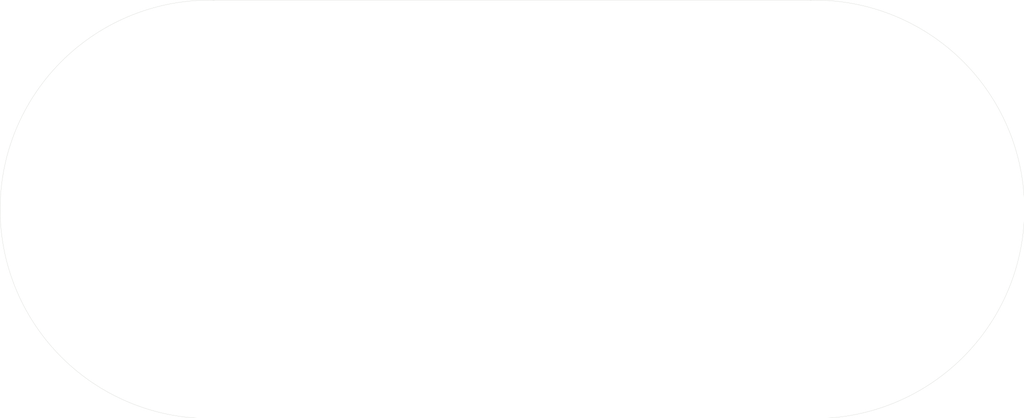
<source format=kicad_pcb>
(kicad_pcb (version 3) (host pcbnew "drawing.dxf")
  (layers (15 F.Cu signal) (0 B.Cu signal) (18 B.Paste user) (19 F.Paste user) (20 B.SilkS user) (21 F.SilkS user) (22 B.Mask user) (23 F.Mask user) (28 Edge.Cuts user))
  (net 0 "")
  (gr_line (start 34.576444 -17.933585) (end 9.156395 -17.933585) (angle 90) (layer Edge.Cuts) (width 0.01))
  (gr_line (start 34.609213 -0.14890600000000004) (end 9.171895 -0.14890600000000004) (angle 90) (layer Edge.Cuts) (width 0.01))
  (gr_line (start 34.516562 -17.932795) (end 34.55439739380104 -17.9335724508605) (angle 90) (layer Edge.Cuts) (width 0.01))
  (gr_line (start 34.55439739380104 -17.9335724508605) (end 34.59221282838678 -17.93418975507736) (angle 90) (layer Edge.Cuts) (width 0.01))
  (gr_line (start 34.59221282838678 -17.93418975507736) (end 34.63000788665622 -17.93464714479112) (angle 90) (layer Edge.Cuts) (width 0.01))
  (gr_line (start 34.63000788665622 -17.93464714479112) (end 34.66778215150833 -17.93494485214233) (angle 90) (layer Edge.Cuts) (width 0.01))
  (gr_line (start 34.66778215150833 -17.93494485214233) (end 34.70553520584208 -17.93508310927152) (angle 90) (layer Edge.Cuts) (width 0.01))
  (gr_line (start 34.70553520584208 -17.93508310927152) (end 34.74326663255643 -17.93506214831924) (angle 90) (layer Edge.Cuts) (width 0.01))
  (gr_line (start 34.74326663255643 -17.93506214831924) (end 34.78097601455039 -17.93488220142603) (angle 90) (layer Edge.Cuts) (width 0.01))
  (gr_line (start 34.78097601455039 -17.93488220142603) (end 34.8186629347229 -17.93454350073242) (angle 90) (layer Edge.Cuts) (width 0.01))
  (gr_line (start 34.8186629347229 -17.93454350073242) (end 34.85632697597294 -17.93404627837896) (angle 90) (layer Edge.Cuts) (width 0.01))
  (gr_line (start 34.85632697597294 -17.93404627837896) (end 34.89396772119952 -17.93339076650619) (angle 90) (layer Edge.Cuts) (width 0.01))
  (gr_line (start 34.89396772119952 -17.93339076650619) (end 34.93158475330156 -17.93257719725466) (angle 90) (layer Edge.Cuts) (width 0.01))
  (gr_line (start 34.93158475330156 -17.93257719725466) (end 34.96917765517807 -17.93160580276489) (angle 90) (layer Edge.Cuts) (width 0.01))
  (gr_line (start 34.96917765517807 -17.93160580276489) (end 35.00674600972802 -17.93047681517744) (angle 90) (layer Edge.Cuts) (width 0.01))
  (gr_line (start 35.00674600972802 -17.93047681517744) (end 35.04428939985036 -17.92919046663284) (angle 90) (layer Edge.Cuts) (width 0.01))
  (gr_line (start 35.04428939985036 -17.92919046663284) (end 35.08180740844411 -17.92774698927164) (angle 90) (layer Edge.Cuts) (width 0.01))
  (gr_line (start 35.08180740844411 -17.92774698927164) (end 35.1192996184082 -17.92614661523437) (angle 90) (layer Edge.Cuts) (width 0.01))
  (gr_line (start 35.1192996184082 -17.92614661523437) (end 35.15676561264164 -17.92438957666159) (angle 90) (layer Edge.Cuts) (width 0.01))
  (gr_line (start 35.15676561264164 -17.92438957666159) (end 35.19420497404337 -17.92247610569381) (angle 90) (layer Edge.Cuts) (width 0.01))
  (gr_line (start 35.19420497404337 -17.92247610569381) (end 35.23161728551239 -17.9204064344716) (angle 90) (layer Edge.Cuts) (width 0.01))
  (gr_line (start 35.23161728551239 -17.9204064344716) (end 35.26900212994767 -17.91818079513549) (angle 90) (layer Edge.Cuts) (width 0.01))
  (gr_line (start 35.26900212994767 -17.91818079513549) (end 35.30635909024816 -17.91579941982603) (angle 90) (layer Edge.Cuts) (width 0.01))
  (gr_line (start 35.30635909024816 -17.91579941982603) (end 35.34368774931288 -17.91326254068375) (angle 90) (layer Edge.Cuts) (width 0.01))
  (gr_line (start 35.34368774931288 -17.91326254068375) (end 35.38098769004077 -17.91057038984919) (angle 90) (layer Edge.Cuts) (width 0.01))
  (gr_line (start 35.38098769004077 -17.91057038984919) (end 35.41825849533081 -17.90772319946289) (angle 90) (layer Edge.Cuts) (width 0.01))
  (gr_line (start 35.41825849533081 -17.90772319946289) (end 35.45549974808198 -17.9047212016654) (angle 90) (layer Edge.Cuts) (width 0.01))
  (gr_line (start 35.45549974808198 -17.9047212016654) (end 35.49271103119326 -17.90156462859726) (angle 90) (layer Edge.Cuts) (width 0.01))
  (gr_line (start 35.49271103119326 -17.90156462859726) (end 35.5298919275636 -17.89825371239901) (angle 90) (layer Edge.Cuts) (width 0.01))
  (gr_line (start 35.5298919275636 -17.89825371239901) (end 35.56704202009201 -17.89478868521118) (angle 90) (layer Edge.Cuts) (width 0.01))
  (gr_line (start 35.56704202009201 -17.89478868521118) (end 35.60416089167744 -17.89116977917433) (angle 90) (layer Edge.Cuts) (width 0.01))
  (gr_line (start 35.60416089167744 -17.89116977917433) (end 35.64124812521887 -17.88739722642898) (angle 90) (layer Edge.Cuts) (width 0.01))
  (gr_line (start 35.64124812521887 -17.88739722642898) (end 35.67830330361527 -17.88347125911569) (angle 90) (layer Edge.Cuts) (width 0.01))
  (gr_line (start 35.67830330361527 -17.88347125911569) (end 35.71532600976563 -17.879392109375) (angle 90) (layer Edge.Cuts) (width 0.01))
  (gr_line (start 35.71532600976563 -17.879392109375) (end 35.7523158265689 -17.87516000934744) (angle 90) (layer Edge.Cuts) (width 0.01))
  (gr_line (start 35.7523158265689 -17.87516000934744) (end 35.78927233692408 -17.87077519117355) (angle 90) (layer Edge.Cuts) (width 0.01))
  (gr_line (start 35.78927233692408 -17.87077519117355) (end 35.82619512373013 -17.86623788699389) (angle 90) (layer Edge.Cuts) (width 0.01))
  (gr_line (start 35.82619512373013 -17.86623788699389) (end 35.86308376988602 -17.86154832894897) (angle 90) (layer Edge.Cuts) (width 0.01))
  (gr_line (start 35.86308376988602 -17.86154832894897) (end 35.89993785829074 -17.85670674917936) (angle 90) (layer Edge.Cuts) (width 0.01))
  (gr_line (start 35.89993785829074 -17.85670674917936) (end 35.93675697184324 -17.85171337982559) (angle 90) (layer Edge.Cuts) (width 0.01))
  (gr_line (start 35.93675697184324 -17.85171337982559) (end 35.97354069344252 -17.8465684530282) (angle 90) (layer Edge.Cuts) (width 0.01))
  (gr_line (start 35.97354069344252 -17.8465684530282) (end 36.01028860598755 -17.84127220092773) (angle 90) (layer Edge.Cuts) (width 0.01))
  (gr_line (start 36.01028860598755 -17.84127220092773) (end 36.04700029237729 -17.83582485566473) (angle 90) (layer Edge.Cuts) (width 0.01))
  (gr_line (start 36.04700029237729 -17.83582485566473) (end 36.08367533551073 -17.83022664937973) (angle 90) (layer Edge.Cuts) (width 0.01))
  (gr_line (start 36.08367533551073 -17.83022664937973) (end 36.12031331828684 -17.82447781421328) (angle 90) (layer Edge.Cuts) (width 0.01))
  (gr_line (start 36.12031331828684 -17.82447781421328) (end 36.15691382360458 -17.81857858230591) (angle 90) (layer Edge.Cuts) (width 0.01))
  (gr_line (start 36.15691382360458 -17.81857858230591) (end 36.19347643436295 -17.81252918579817) (angle 90) (layer Edge.Cuts) (width 0.01))
  (gr_line (start 36.19347643436295 -17.81252918579817) (end 36.2300007334609 -17.8063298568306) (angle 90) (layer Edge.Cuts) (width 0.01))
  (gr_line (start 36.2300007334609 -17.8063298568306) (end 36.26648630379743 -17.79998082754373) (angle 90) (layer Edge.Cuts) (width 0.01))
  (gr_line (start 36.26648630379743 -17.79998082754373) (end 36.30293272827149 -17.79348233007813) (angle 90) (layer Edge.Cuts) (width 0.01))
  (gr_line (start 36.30293272827149 -17.79348233007813) (end 36.33933958978206 -17.78683459657431) (angle 90) (layer Edge.Cuts) (width 0.01))
  (gr_line (start 36.33933958978206 -17.78683459657431) (end 36.37570647122813 -17.78003785917282) (angle 90) (layer Edge.Cuts) (width 0.01))
  (gr_line (start 36.37570647122813 -17.78003785917282) (end 36.41203295550866 -17.77309235001421) (angle 90) (layer Edge.Cuts) (width 0.01))
  (gr_line (start 36.41203295550866 -17.77309235001421) (end 36.44831862552262 -17.76599830123902) (angle 90) (layer Edge.Cuts) (width 0.01))
  (gr_line (start 36.44831862552262 -17.76599830123902) (end 36.484563064169 -17.75875594498777) (angle 90) (layer Edge.Cuts) (width 0.01))
  (gr_line (start 36.484563064169 -17.75875594498777) (end 36.52076585434675 -17.75136551340103) (angle 90) (layer Edge.Cuts) (width 0.01))
  (gr_line (start 36.52076585434675 -17.75136551340103) (end 36.55692657895488 -17.74382723861932) (angle 90) (layer Edge.Cuts) (width 0.01))
  (gr_line (start 36.55692657895488 -17.74382723861932) (end 36.59304482089233 -17.7361413527832) (angle 90) (layer Edge.Cuts) (width 0.01))
  (gr_line (start 36.59304482089233 -17.7361413527832) (end 36.6291201630581 -17.7283080880332) (angle 90) (layer Edge.Cuts) (width 0.01))
  (gr_line (start 36.6291201630581 -17.7283080880332) (end 36.66515218835116 -17.72032767650986) (angle 90) (layer Edge.Cuts) (width 0.01))
  (gr_line (start 36.66515218835116 -17.72032767650986) (end 36.70114047967047 -17.71220035035372) (angle 90) (layer Edge.Cuts) (width 0.01))
  (gr_line (start 36.70114047967047 -17.71220035035372) (end 36.73708461991501 -17.70392634170532) (angle 90) (layer Edge.Cuts) (width 0.01))
  (gr_line (start 36.73708461991501 -17.70392634170532) (end 36.77298419198376 -17.69550588270521) (angle 90) (layer Edge.Cuts) (width 0.01))
  (gr_line (start 36.77298419198376 -17.69550588270521) (end 36.80883877877569 -17.686939205493932) (angle 90) (layer Edge.Cuts) (width 0.01))
  (gr_line (start 36.80883877877569 -17.686939205493932) (end 36.84464796318979 -17.67822654221201) (angle 90) (layer Edge.Cuts) (width 0.01))
  (gr_line (start 36.84464796318979 -17.67822654221201) (end 36.88041132812501 -17.669368125) (angle 90) (layer Edge.Cuts) (width 0.01))
  (gr_line (start 36.88041132812501 -17.669368125) (end 36.91612845648032 -17.66036418599844) (angle 90) (layer Edge.Cuts) (width 0.01))
  (gr_line (start 36.91612845648032 -17.66036418599844) (end 36.95179893115473 -17.65121495734787) (angle 90) (layer Edge.Cuts) (width 0.01))
  (gr_line (start 36.95179893115473 -17.65121495734787) (end 36.98742233504719 -17.64192067118883) (angle 90) (layer Edge.Cuts) (width 0.01))
  (gr_line (start 36.98742233504719 -17.64192067118883) (end 37.02299825105668 -17.63248155966187) (angle 90) (layer Edge.Cuts) (width 0.01))
  (gr_line (start 37.02299825105668 -17.63248155966187) (end 37.05852626208216 -17.62289785490751) (angle 90) (layer Edge.Cuts) (width 0.01))
  (gr_line (start 37.05852626208216 -17.62289785490751) (end 37.09400595102262 -17.61316978906631) (angle 90) (layer Edge.Cuts) (width 0.01))
  (gr_line (start 37.09400595102262 -17.61316978906631) (end 37.12943690077704 -17.60329759427881) (angle 90) (layer Edge.Cuts) (width 0.01))
  (gr_line (start 37.12943690077704 -17.60329759427881) (end 37.16481869424439 -17.59328150268555) (angle 90) (layer Edge.Cuts) (width 0.01))
  (gr_line (start 37.16481869424439 -17.59328150268555) (end 37.20015091432364 -17.58312174642706) (angle 90) (layer Edge.Cuts) (width 0.01))
  (gr_line (start 37.20015091432364 -17.58312174642706) (end 37.23543314391375 -17.572818557643892) (angle 90) (layer Edge.Cuts) (width 0.01))
  (gr_line (start 37.23543314391375 -17.572818557643892) (end 37.27066496591372 -17.56237216847658) (angle 90) (layer Edge.Cuts) (width 0.01))
  (gr_line (start 37.27066496591372 -17.56237216847658) (end 37.3058459632225 -17.55178281106567) (angle 90) (layer Edge.Cuts) (width 0.01))
  (gr_line (start 37.3058459632225 -17.55178281106567) (end 37.3409757187391 -17.54105071755171) (angle 90) (layer Edge.Cuts) (width 0.01))
  (gr_line (start 37.3409757187391 -17.54105071755171) (end 37.37605381536245 -17.53017612007523) (angle 90) (layer Edge.Cuts) (width 0.01))
  (gr_line (start 37.37605381536245 -17.53017612007523) (end 37.41107983599157 -17.51915925077677) (angle 90) (layer Edge.Cuts) (width 0.01))
  (gr_line (start 37.41107983599157 -17.51915925077677) (end 37.44605336352539 -17.50800034179688) (angle 90) (layer Edge.Cuts) (width 0.01))
  (gr_line (start 37.44605336352539 -17.50800034179688) (end 37.48097398086292 -17.49669962527609) (angle 90) (layer Edge.Cuts) (width 0.01))
  (gr_line (start 37.48097398086292 -17.49669962527609) (end 37.51584127090312 -17.48525733335495) (angle 90) (layer Edge.Cuts) (width 0.01))
  (gr_line (start 37.51584127090312 -17.48525733335495) (end 37.55065481654495 -17.473673698174) (angle 90) (layer Edge.Cuts) (width 0.01))
  (gr_line (start 37.55065481654495 -17.473673698174) (end 37.58541420068741 -17.46194895187378) (angle 90) (layer Edge.Cuts) (width 0.01))
  (gr_line (start 37.58541420068741 -17.46194895187378) (end 37.62011900622946 -17.45008332659483) (angle 90) (layer Edge.Cuts) (width 0.01))
  (gr_line (start 37.62011900622946 -17.45008332659483) (end 37.65476881607009 -17.43807705447769) (angle 90) (layer Edge.Cuts) (width 0.01))
  (gr_line (start 37.65476881607009 -17.43807705447769) (end 37.68936321310824 -17.42593036766291) (angle 90) (layer Edge.Cuts) (width 0.01))
  (gr_line (start 37.68936321310824 -17.42593036766291) (end 37.72390178024292 -17.41364349829102) (angle 90) (layer Edge.Cuts) (width 0.01))
  (gr_line (start 37.72390178024292 -17.41364349829102) (end 37.75838410037309 -17.40121667850256) (angle 90) (layer Edge.Cuts) (width 0.01))
  (gr_line (start 37.75838410037309 -17.40121667850256) (end 37.79280975639773 -17.38865014043808) (angle 90) (layer Edge.Cuts) (width 0.01))
  (gr_line (start 37.79280975639773 -17.38865014043808) (end 37.82717833121579 -17.37594411623812) (angle 90) (layer Edge.Cuts) (width 0.01))
  (gr_line (start 37.82717833121579 -17.37594411623812) (end 37.8614894077263 -17.36309883804321) (angle 90) (layer Edge.Cuts) (width 0.01))
  (gr_line (start 37.8614894077263 -17.36309883804321) (end 37.89574256882817 -17.35011453799391) (angle 90) (layer Edge.Cuts) (width 0.01))
  (gr_line (start 37.89574256882817 -17.35011453799391) (end 37.9299373974204 -17.33699144823074) (angle 90) (layer Edge.Cuts) (width 0.01))
  (gr_line (start 37.9299373974204 -17.33699144823074) (end 37.96407347640199 -17.32372980089426) (angle 90) (layer Edge.Cuts) (width 0.01))
  (gr_line (start 37.96407347640199 -17.32372980089426) (end 37.99815038867187 -17.310329828125) (angle 90) (layer Edge.Cuts) (width 0.01))
  (gr_line (start 37.99815038867187 -17.310329828125) (end 38.03216771712906 -17.29679176206351) (angle 90) (layer Edge.Cuts) (width 0.01))
  (gr_line (start 38.03216771712906 -17.29679176206351) (end 38.06612504467249 -17.28311583485031) (angle 90) (layer Edge.Cuts) (width 0.01))
  (gr_line (start 38.06612504467249 -17.28311583485031) (end 38.10002195420116 -17.269302278625972) (angle 90) (layer Edge.Cuts) (width 0.01))
  (gr_line (start 38.10002195420116 -17.269302278625972) (end 38.13385802861404 -17.25535132553101) (angle 90) (layer Edge.Cuts) (width 0.01))
  (gr_line (start 38.13385802861404 -17.25535132553101) (end 38.16763285081012 -17.24126320770597) (angle 90) (layer Edge.Cuts) (width 0.01))
  (gr_line (start 38.16763285081012 -17.24126320770597) (end 38.20134600368834 -17.22703815729141) (angle 90) (layer Edge.Cuts) (width 0.01))
  (gr_line (start 38.20134600368834 -17.22703815729141) (end 38.2349970701477 -17.21267640642786) (angle 90) (layer Edge.Cuts) (width 0.01))
  (gr_line (start 38.2349970701477 -17.21267640642786) (end 38.26858563308716 -17.19817818725586) (angle 90) (layer Edge.Cuts) (width 0.01))
  (gr_line (start 38.26858563308716 -17.19817818725586) (end 38.30211127540571 -17.18354373191595) (angle 90) (layer Edge.Cuts) (width 0.01))
  (gr_line (start 38.30211127540571 -17.18354373191595) (end 38.33557358000232 -17.16877327254868) (angle 90) (layer Edge.Cuts) (width 0.01))
  (gr_line (start 38.33557358000232 -17.16877327254868) (end 38.36897212977594 -17.15386704129457) (angle 90) (layer Edge.Cuts) (width 0.01))
  (gr_line (start 38.36897212977594 -17.15386704129457) (end 38.40230650762558 -17.13882527029419) (angle 90) (layer Edge.Cuts) (width 0.01))
  (gr_line (start 38.40230650762558 -17.13882527029419) (end 38.4355762964502 -17.12364819168806) (angle 90) (layer Edge.Cuts) (width 0.01))
  (gr_line (start 38.4355762964502 -17.12364819168806) (end 38.46878107914877 -17.10833603761673) (angle 90) (layer Edge.Cuts) (width 0.01))
  (gr_line (start 38.46878107914877 -17.10833603761673) (end 38.50192043862027 -17.09288904022074) (angle 90) (layer Edge.Cuts) (width 0.01))
  (gr_line (start 38.50192043862027 -17.09288904022074) (end 38.53499395776367 -17.07730743164062) (angle 90) (layer Edge.Cuts) (width 0.01))
  (gr_line (start 38.53499395776367 -17.07730743164062) (end 38.56800121947795 -17.06159144401693) (angle 90) (layer Edge.Cuts) (width 0.01))
  (gr_line (start 38.56800121947795 -17.06159144401693) (end 38.60094180666209 -17.0457413094902) (angle 90) (layer Edge.Cuts) (width 0.01))
  (gr_line (start 38.60094180666209 -17.0457413094902) (end 38.63381530221504 -17.02975726020098) (angle 90) (layer Edge.Cuts) (width 0.01))
  (gr_line (start 38.63381530221504 -17.02975726020098) (end 38.6666212890358 -17.01363952828979) (angle 90) (layer Edge.Cuts) (width 0.01))
  (gr_line (start 38.6666212890358 -17.01363952828979) (end 38.69935935002333 -16.9973883458972) (angle 90) (layer Edge.Cuts) (width 0.01))
  (gr_line (start 38.69935935002333 -16.9973883458972) (end 38.73202906807661 -16.98100394516373) (angle 90) (layer Edge.Cuts) (width 0.01))
  (gr_line (start 38.73202906807661 -16.98100394516373) (end 38.76463002609461 -16.96448655822992) (angle 90) (layer Edge.Cuts) (width 0.01))
  (gr_line (start 38.76463002609461 -16.96448655822992) (end 38.79716180697632 -16.94783641723633) (angle 90) (layer Edge.Cuts) (width 0.01))
  (gr_line (start 38.79716180697632 -16.94783641723633) (end 38.8296239936207 -16.93105375432349) (angle 90) (layer Edge.Cuts) (width 0.01))
  (gr_line (start 38.8296239936207 -16.93105375432349) (end 38.86201616892672 -16.91413880163193) (angle 90) (layer Edge.Cuts) (width 0.01))
  (gr_line (start 38.86201616892672 -16.91413880163193) (end 38.89433791579336 -16.8970917913022) (angle 90) (layer Edge.Cuts) (width 0.01))
  (gr_line (start 38.89433791579336 -16.8970917913022) (end 38.92658881711961 -16.87991295547485) (angle 90) (layer Edge.Cuts) (width 0.01))
  (gr_line (start 38.92658881711961 -16.87991295547485) (end 38.9587684558044 -16.86260252629042) (angle 90) (layer Edge.Cuts) (width 0.01))
  (gr_line (start 38.9587684558044 -16.86260252629042) (end 38.99087641474677 -16.84516073588944) (angle 90) (layer Edge.Cuts) (width 0.01))
  (gr_line (start 38.99087641474677 -16.84516073588944) (end 39.02291227684563 -16.82758781641245) (angle 90) (layer Edge.Cuts) (width 0.01))
  (gr_line (start 39.02291227684563 -16.82758781641245) (end 39.05487562500001 -16.809884) (angle 90) (layer Edge.Cuts) (width 0.01))
  (gr_line (start 39.05487562500001 -16.809884) (end 39.08676604210883 -16.79204951879263) (angle 90) (layer Edge.Cuts) (width 0.01))
  (gr_line (start 39.08676604210883 -16.79204951879263) (end 39.11858311107111 -16.77408460493088) (angle 90) (layer Edge.Cuts) (width 0.01))
  (gr_line (start 39.11858311107111 -16.77408460493088) (end 39.1503264147858 -16.75598949055529) (angle 90) (layer Edge.Cuts) (width 0.01))
  (gr_line (start 39.1503264147858 -16.75598949055529) (end 39.18199553615189 -16.7377644078064) (angle 90) (layer Edge.Cuts) (width 0.01))
  (gr_line (start 39.18199553615189 -16.7377644078064) (end 39.21359005806833 -16.71940958882475) (angle 90) (layer Edge.Cuts) (width 0.01))
  (gr_line (start 39.21359005806833 -16.71940958882475) (end 39.24510956343413 -16.70092526575089) (angle 90) (layer Edge.Cuts) (width 0.01))
  (gr_line (start 39.24510956343413 -16.70092526575089) (end 39.27655363514823 -16.68231167072535) (angle 90) (layer Edge.Cuts) (width 0.01))
  (gr_line (start 39.27655363514823 -16.68231167072535) (end 39.30792185610962 -16.66356903588867) (angle 90) (layer Edge.Cuts) (width 0.01))
  (gr_line (start 39.30792185610962 -16.66356903588867) (end 39.33921380921728 -16.6446975933814) (angle 90) (layer Edge.Cuts) (width 0.01))
  (gr_line (start 39.33921380921728 -16.6446975933814) (end 39.37042907737016 -16.62569757534408) (angle 90) (layer Edge.Cuts) (width 0.01))
  (gr_line (start 39.37042907737016 -16.62569757534408) (end 39.40156724346727 -16.60656921391725) (angle 90) (layer Edge.Cuts) (width 0.01))
  (gr_line (start 39.40156724346727 -16.60656921391725) (end 39.43262789040757 -16.58731274124145) (angle 90) (layer Edge.Cuts) (width 0.01))
  (gr_line (start 39.43262789040757 -16.58731274124145) (end 39.46361060109001 -16.56792838945723) (angle 90) (layer Edge.Cuts) (width 0.01))
  (gr_line (start 39.46361060109001 -16.56792838945723) (end 39.4945149584136 -16.54841639070511) (angle 90) (layer Edge.Cuts) (width 0.01))
  (gr_line (start 39.4945149584136 -16.54841639070511) (end 39.5253405452773 -16.52877697712564) (angle 90) (layer Edge.Cuts) (width 0.01))
  (gr_line (start 39.5253405452773 -16.52877697712564) (end 39.55608694458008 -16.50901038085937) (angle 90) (layer Edge.Cuts) (width 0.01))
  (gr_line (start 39.55608694458008 -16.50901038085937) (end 39.58675373922092 -16.48911683404684) (angle 90) (layer Edge.Cuts) (width 0.01))
  (gr_line (start 39.58675373922092 -16.48911683404684) (end 39.61734051209879 -16.46909656882858) (angle 90) (layer Edge.Cuts) (width 0.01))
  (gr_line (start 39.61734051209879 -16.46909656882858) (end 39.64784684611267 -16.44894981734514) (angle 90) (layer Edge.Cuts) (width 0.01))
  (gr_line (start 39.64784684611267 -16.44894981734514) (end 39.67827232416154 -16.42867681173706) (angle 90) (layer Edge.Cuts) (width 0.01))
  (gr_line (start 39.67827232416154 -16.42867681173706) (end 39.70861652914435 -16.40827778414488) (angle 90) (layer Edge.Cuts) (width 0.01))
  (gr_line (start 39.70861652914435 -16.40827778414488) (end 39.7388790439601 -16.38775296670914) (angle 90) (layer Edge.Cuts) (width 0.01))
  (gr_line (start 39.7388790439601 -16.38775296670914) (end 39.76905945150775 -16.36710259157038) (angle 90) (layer Edge.Cuts) (width 0.01))
  (gr_line (start 39.76905945150775 -16.36710259157038) (end 39.79915733468629 -16.34632689086914) (angle 90) (layer Edge.Cuts) (width 0.01))
  (gr_line (start 39.79915733468629 -16.34632689086914) (end 39.82917227639467 -16.32542609674597) (angle 90) (layer Edge.Cuts) (width 0.01))
  (gr_line (start 39.82917227639467 -16.32542609674597) (end 39.85910385953188 -16.3044004413414) (angle 90) (layer Edge.Cuts) (width 0.01))
  (gr_line (start 39.85910385953188 -16.3044004413414) (end 39.8889516669969 -16.28325015679598) (angle 90) (layer Edge.Cuts) (width 0.01))
  (gr_line (start 39.8889516669969 -16.28325015679598) (end 39.9187152816887 -16.26197547525024) (angle 90) (layer Edge.Cuts) (width 0.01))
  (gr_line (start 39.9187152816887 -16.26197547525024) (end 39.94839428650624 -16.24057662884474) (angle 90) (layer Edge.Cuts) (width 0.01))
  (gr_line (start 39.94839428650624 -16.24057662884474) (end 39.97798826434851 -16.21905384972) (angle 90) (layer Edge.Cuts) (width 0.01))
  (gr_line (start 39.97798826434851 -16.21905384972) (end 40.00749679811449 -16.19740737001657) (angle 90) (layer Edge.Cuts) (width 0.01))
  (gr_line (start 40.00749679811449 -16.19740737001657) (end 40.03691947070313 -16.175637421875) (angle 90) (layer Edge.Cuts) (width 0.01))
  (gr_line (start 40.03691947070313 -16.175637421875) (end 40.06625586501342 -16.15374423743582) (angle 90) (layer Edge.Cuts) (width 0.01))
  (gr_line (start 40.06625586501342 -16.15374423743582) (end 40.09550556394435 -16.13172804883957) (angle 90) (layer Edge.Cuts) (width 0.01))
  (gr_line (start 40.09550556394435 -16.13172804883957) (end 40.12466815039486 -16.10958908822679) (angle 90) (layer Edge.Cuts) (width 0.01))
  (gr_line (start 40.12466815039486 -16.10958908822679) (end 40.15374320726395 -16.08732758773804) (angle 90) (layer Edge.Cuts) (width 0.01))
  (gr_line (start 40.15374320726395 -16.08732758773804) (end 40.18273031745058 -16.06494377951383) (angle 90) (layer Edge.Cuts) (width 0.01))
  (gr_line (start 40.18273031745058 -16.06494377951383) (end 40.21162906385375 -16.04243789569473) (angle 90) (layer Edge.Cuts) (width 0.01))
  (gr_line (start 40.21162906385375 -16.04243789569473) (end 40.2404390293724 -16.01981016842127) (angle 90) (layer Edge.Cuts) (width 0.01))
  (gr_line (start 40.2404390293724 -16.01981016842127) (end 40.26915979690552 -15.99706082983398) (angle 90) (layer Edge.Cuts) (width 0.01))
  (gr_line (start 40.26915979690552 -15.99706082983398) (end 40.29779094935208 -15.97419011207342) (angle 90) (layer Edge.Cuts) (width 0.01))
  (gr_line (start 40.29779094935208 -15.97419011207342) (end 40.32633206961107 -15.95119824728012) (angle 90) (layer Edge.Cuts) (width 0.01))
  (gr_line (start 40.32633206961107 -15.95119824728012) (end 40.35478274058146 -15.92808546759462) (angle 90) (layer Edge.Cuts) (width 0.01))
  (gr_line (start 40.35478274058146 -15.92808546759462) (end 40.3831425451622 -15.904852005157469) (angle 90) (layer Edge.Cuts) (width 0.01))
  (gr_line (start 40.3831425451622 -15.904852005157469) (end 40.4114110662523 -15.8814980921092) (angle 90) (layer Edge.Cuts) (width 0.01))
  (gr_line (start 40.4114110662523 -15.8814980921092) (end 40.4395878867507 -15.85802396059036) (angle 90) (layer Edge.Cuts) (width 0.01))
  (gr_line (start 40.4395878867507 -15.85802396059036) (end 40.4676725895564 -15.834429842741491) (angle 90) (layer Edge.Cuts) (width 0.01))
  (gr_line (start 40.4676725895564 -15.834429842741491) (end 40.49566475756836 -15.81071597070313) (angle 90) (layer Edge.Cuts) (width 0.01))
  (gr_line (start 40.49566475756836 -15.81071597070313) (end 40.52356397368557 -15.78688257661581) (angle 90) (layer Edge.Cuts) (width 0.01))
  (gr_line (start 40.52356397368557 -15.78688257661581) (end 40.55136982080698 -15.76292989262009) (angle 90) (layer Edge.Cuts) (width 0.01))
  (gr_line (start 40.55136982080698 -15.76292989262009) (end 40.57908188183159 -15.73885815085649) (angle 90) (layer Edge.Cuts) (width 0.01))
  (gr_line (start 40.57908188183159 -15.73885815085649) (end 40.60669973965836 -15.71466758346557) (angle 90) (layer Edge.Cuts) (width 0.01))
  (gr_line (start 40.60669973965836 -15.71466758346557) (end 40.63422297718626 -15.69035842258787) (angle 90) (layer Edge.Cuts) (width 0.01))
  (gr_line (start 40.63422297718626 -15.69035842258787) (end 40.66165117731428 -15.66593090036392) (angle 90) (layer Edge.Cuts) (width 0.01))
  (gr_line (start 40.66165117731428 -15.66593090036392) (end 40.68898392294138 -15.64138524893427) (angle 90) (layer Edge.Cuts) (width 0.01))
  (gr_line (start 40.68898392294138 -15.64138524893427) (end 40.71622079696655 -15.61672170043945) (angle 90) (layer Edge.Cuts) (width 0.01))
  (gr_line (start 40.71622079696655 -15.61672170043945) (end 40.74336138228875 -15.59194048702001) (angle 90) (layer Edge.Cuts) (width 0.01))
  (gr_line (start 40.74336138228875 -15.59194048702001) (end 40.77040526180696 -15.5670418408165) (angle 90) (layer Edge.Cuts) (width 0.01))
  (gr_line (start 40.77040526180696 -15.5670418408165) (end 40.79735201842016 -15.54202599396944) (angle 90) (layer Edge.Cuts) (width 0.01))
  (gr_line (start 40.79735201842016 -15.54202599396944) (end 40.82420123502731 -15.51689317861939) (angle 90) (layer Edge.Cuts) (width 0.01))
  (gr_line (start 40.82420123502731 -15.51689317861939) (end 40.85095249452741 -15.49164362690687) (angle 90) (layer Edge.Cuts) (width 0.01))
  (gr_line (start 40.85095249452741 -15.49164362690687) (end 40.8776053798194 -15.46627757097244) (angle 90) (layer Edge.Cuts) (width 0.01))
  (gr_line (start 40.8776053798194 -15.46627757097244) (end 40.90415947380227 -15.44079524295664) (angle 90) (layer Edge.Cuts) (width 0.01))
  (gr_line (start 40.90415947380227 -15.44079524295664) (end 40.930614359375 -15.415196875) (angle 90) (layer Edge.Cuts) (width 0.01))
  (gr_line (start 40.930614359375 -15.415196875) (end 40.95696961943656 -15.38948269924307) (angle 90) (layer Edge.Cuts) (width 0.01))
  (gr_line (start 40.95696961943656 -15.38948269924307) (end 40.98322483688592 -15.36365294782639) (angle 90) (layer Edge.Cuts) (width 0.01))
  (gr_line (start 40.98322483688592 -15.36365294782639) (end 41.00937959462208 -15.33770785289049) (angle 90) (layer Edge.Cuts) (width 0.01))
  (gr_line (start 41.00937959462208 -15.33770785289049) (end 41.03543347554398 -15.31164764657593) (angle 90) (layer Edge.Cuts) (width 0.01))
  (gr_line (start 41.03543347554398 -15.31164764657593) (end 41.06138606255061 -15.28547256102324) (angle 90) (layer Edge.Cuts) (width 0.01))
  (gr_line (start 41.06138606255061 -15.28547256102324) (end 41.08723693854093 -15.25918282837296) (angle 90) (layer Edge.Cuts) (width 0.01))
  (gr_line (start 41.08723693854093 -15.25918282837296) (end 41.11298568641394 -15.23277868076563) (angle 90) (layer Edge.Cuts) (width 0.01))
  (gr_line (start 41.11298568641394 -15.23277868076563) (end 41.13863188906861 -15.2062603503418) (angle 90) (layer Edge.Cuts) (width 0.01))
  (gr_line (start 41.13863188906861 -15.2062603503418) (end 41.16417512940389 -15.179628069242) (angle 90) (layer Edge.Cuts) (width 0.01))
  (gr_line (start 41.16417512940389 -15.179628069242) (end 41.18961499031877 -15.15288206960678) (angle 90) (layer Edge.Cuts) (width 0.01))
  (gr_line (start 41.18961499031877 -15.15288206960678) (end 41.21495105471224 -15.12602258357668) (angle 90) (layer Edge.Cuts) (width 0.01))
  (gr_line (start 41.21495105471224 -15.12602258357668) (end 41.24018290548324 -15.09904984329224) (angle 90) (layer Edge.Cuts) (width 0.01))
  (gr_line (start 41.24018290548324 -15.09904984329224) (end 41.26531012553077 -15.07196408089399) (angle 90) (layer Edge.Cuts) (width 0.01))
  (gr_line (start 41.26531012553077 -15.07196408089399) (end 41.29033229775381 -15.04476552852249) (angle 90) (layer Edge.Cuts) (width 0.01))
  (gr_line (start 41.29033229775381 -15.04476552852249) (end 41.31524900505131 -15.01745441831827) (angle 90) (layer Edge.Cuts) (width 0.01))
  (gr_line (start 41.31524900505131 -15.01745441831827) (end 41.34005983032227 -14.990030982421871) (angle 90) (layer Edge.Cuts) (width 0.01))
  (gr_line (start 41.34005983032227 -14.990030982421871) (end 41.36476435646564 -14.96249545297384) (angle 90) (layer Edge.Cuts) (width 0.01))
  (gr_line (start 41.36476435646564 -14.96249545297384) (end 41.38936216638039 -14.93484806211471) (angle 90) (layer Edge.Cuts) (width 0.01))
  (gr_line (start 41.38936216638039 -14.93484806211471) (end 41.41385284296554 -14.90708904198504) (angle 90) (layer Edge.Cuts) (width 0.01))
  (gr_line (start 41.41385284296554 -14.90708904198504) (end 41.43823596912002 -14.87921862472534) (angle 90) (layer Edge.Cuts) (width 0.01))
  (gr_line (start 41.43823596912002 -14.87921862472534) (end 41.46251112774283 -14.85123704247618) (angle 90) (layer Edge.Cuts) (width 0.01))
  (gr_line (start 41.46251112774283 -14.85123704247618) (end 41.48667790173293 -14.82314452737808) (angle 90) (layer Edge.Cuts) (width 0.01))
  (gr_line (start 41.48667790173293 -14.82314452737808) (end 41.51073587398929 -14.7949413115716) (angle 90) (layer Edge.Cuts) (width 0.01))
  (gr_line (start 41.51073587398929 -14.7949413115716) (end 41.5346846274109 -14.76662762719727) (angle 90) (layer Edge.Cuts) (width 0.01))
  (gr_line (start 41.5346846274109 -14.76662762719727) (end 41.55852374489672 -14.73820370639562) (angle 90) (layer Edge.Cuts) (width 0.01))
  (gr_line (start 41.55852374489672 -14.73820370639562) (end 41.58225280934573 -14.70966978130722) (angle 90) (layer Edge.Cuts) (width 0.01))
  (gr_line (start 41.58225280934573 -14.70966978130722) (end 41.60587140365691 -14.68102608407259) (angle 90) (layer Edge.Cuts) (width 0.01))
  (gr_line (start 41.60587140365691 -14.68102608407259) (end 41.62937911072923 -14.65227284683228) (angle 90) (layer Edge.Cuts) (width 0.01))
  (gr_line (start 41.62937911072923 -14.65227284683228) (end 41.65277551346166 -14.62341030172682) (angle 90) (layer Edge.Cuts) (width 0.01))
  (gr_line (start 41.65277551346166 -14.62341030172682) (end 41.67606019475317 -14.59443868089676) (angle 90) (layer Edge.Cuts) (width 0.01))
  (gr_line (start 41.67606019475317 -14.59443868089676) (end 41.69923273750275 -14.56535821648264) (angle 90) (layer Edge.Cuts) (width 0.01))
  (gr_line (start 41.69923273750275 -14.56535821648264) (end 41.72229272460937 -14.536169140625) (angle 90) (layer Edge.Cuts) (width 0.01))
  (gr_line (start 41.72229272460937 -14.536169140625) (end 41.74523973897201 -14.50687168546438) (angle 90) (layer Edge.Cuts) (width 0.01))
  (gr_line (start 41.74523973897201 -14.50687168546438) (end 41.76807336348963 -14.47746608314133) (angle 90) (layer Edge.Cuts) (width 0.01))
  (gr_line (start 41.76807336348963 -14.47746608314133) (end 41.79079318106121 -14.44795256579637) (angle 90) (layer Edge.Cuts) (width 0.01))
  (gr_line (start 41.79079318106121 -14.44795256579637) (end 41.81339877458573 -14.41833136557007) (angle 90) (layer Edge.Cuts) (width 0.01))
  (gr_line (start 41.81339877458573 -14.41833136557007) (end 41.83588972696216 -14.38860271460295) (angle 90) (layer Edge.Cuts) (width 0.01))
  (gr_line (start 41.83588972696216 -14.38860271460295) (end 41.85826562108947 -14.35876684503555) (angle 90) (layer Edge.Cuts) (width 0.01))
  (gr_line (start 41.85826562108947 -14.35876684503555) (end 41.88052603986664 -14.32882398900843) (angle 90) (layer Edge.Cuts) (width 0.01))
  (gr_line (start 41.88052603986664 -14.32882398900843) (end 41.90267056619263 -14.29877437866211) (angle 90) (layer Edge.Cuts) (width 0.01))
  (gr_line (start 41.90267056619263 -14.29877437866211) (end 41.92469878296644 -14.268618246137141) (angle 90) (layer Edge.Cuts) (width 0.01))
  (gr_line (start 41.92469878296644 -14.268618246137141) (end 41.94661027308704 -14.23835582357407) (angle 90) (layer Edge.Cuts) (width 0.01))
  (gr_line (start 41.94661027308704 -14.23835582357407) (end 41.96840461945338 -14.20798734311342) (angle 90) (layer Edge.Cuts) (width 0.01))
  (gr_line (start 41.96840461945338 -14.20798734311342) (end 41.99008140496445 -14.17751303689575) (angle 90) (layer Edge.Cuts) (width 0.01))
  (gr_line (start 41.99008140496445 -14.17751303689575) (end 42.01164021251923 -14.1469331370616) (angle 90) (layer Edge.Cuts) (width 0.01))
  (gr_line (start 42.01164021251923 -14.1469331370616) (end 42.03308062501669 -14.11624787575149) (angle 90) (layer Edge.Cuts) (width 0.01))
  (gr_line (start 42.03308062501669 -14.11624787575149) (end 42.05440222535582 -14.08545748510599) (angle 90) (layer Edge.Cuts) (width 0.01))
  (gr_line (start 42.05440222535582 -14.08545748510599) (end 42.07560459643556 -14.05456219726562) (angle 90) (layer Edge.Cuts) (width 0.01))
  (gr_line (start 42.07560459643556 -14.05456219726562) (end 42.0966873211549 -14.02356224437094) (angle 90) (layer Edge.Cuts) (width 0.01))
  (gr_line (start 42.0966873211549 -14.02356224437094) (end 42.11764998241282 -13.99245785856247) (angle 90) (layer Edge.Cuts) (width 0.01))
  (gr_line (start 42.11764998241282 -13.99245785856247) (end 42.1384921631083 -13.96124927198076) (angle 90) (layer Edge.Cuts) (width 0.01))
  (gr_line (start 42.1384921631083 -13.96124927198076) (end 42.15921344614029 -13.92993671676636) (angle 90) (layer Edge.Cuts) (width 0.01))
  (gr_line (start 42.15921344614029 -13.92993671676636) (end 42.17981341440779 -13.89852042505979) (angle 90) (layer Edge.Cuts) (width 0.01))
  (gr_line (start 42.17981341440779 -13.89852042505979) (end 42.20029165080977 -13.86700062900162) (angle 90) (layer Edge.Cuts) (width 0.01))
  (gr_line (start 42.20029165080977 -13.86700062900162) (end 42.22064773824518 -13.83537756073236) (angle 90) (layer Edge.Cuts) (width 0.01))
  (gr_line (start 42.22064773824518 -13.83537756073236) (end 42.24088125961304 -13.80365145239258) (angle 90) (layer Edge.Cuts) (width 0.01))
  (gr_line (start 42.24088125961304 -13.80365145239258) (end 42.26099179781229 -13.7718225361228) (angle 90) (layer Edge.Cuts) (width 0.01))
  (gr_line (start 42.26099179781229 -13.7718225361228) (end 42.2809789357419 -13.73989104406357) (angle 90) (layer Edge.Cuts) (width 0.01))
  (gr_line (start 42.2809789357419 -13.73989104406357) (end 42.30084225630087 -13.70785720835542) (angle 90) (layer Edge.Cuts) (width 0.01))
  (gr_line (start 42.30084225630087 -13.70785720835542) (end 42.32058134238815 -13.67572126113892) (angle 90) (layer Edge.Cuts) (width 0.01))
  (gr_line (start 42.32058134238815 -13.67572126113892) (end 42.34019577690274 -13.64348343455458) (angle 90) (layer Edge.Cuts) (width 0.01))
  (gr_line (start 42.34019577690274 -13.64348343455458) (end 42.35968514274359 -13.61114396074295) (angle 90) (layer Edge.Cuts) (width 0.01))
  (gr_line (start 42.35968514274359 -13.61114396074295) (end 42.37904902280968 -13.578703071844581) (angle 90) (layer Edge.Cuts) (width 0.01))
  (gr_line (start 42.37904902280968 -13.578703071844581) (end 42.398287 -13.546161) (angle 90) (layer Edge.Cuts) (width 0.01))
  (gr_line (start 42.398287 -13.546161) (end 42.41738698481751 -13.51353798825431) (angle 90) (layer Edge.Cuts) (width 0.01))
  (gr_line (start 42.41738698481751 -13.51353798825431) (end 42.43633716583252 -13.48085441934013) (angle 90) (layer Edge.Cuts) (width 0.01))
  (gr_line (start 42.43633716583252 -13.48085441934013) (end 42.45513754304505 -13.44811077008557) (angle 90) (layer Edge.Cuts) (width 0.01))
  (gr_line (start 42.45513754304505 -13.44811077008557) (end 42.47378811645508 -13.41530751731873) (angle 90) (layer Edge.Cuts) (width 0.01))
  (gr_line (start 42.47378811645508 -13.41530751731873) (end 42.49228888606263 -13.38244513786769) (angle 90) (layer Edge.Cuts) (width 0.01))
  (gr_line (start 42.49228888606263 -13.38244513786769) (end 42.51063985186769 -13.34952410856056) (angle 90) (layer Edge.Cuts) (width 0.01))
  (gr_line (start 42.51063985186769 -13.34952410856056) (end 42.52884101387024 -13.31654490622544) (angle 90) (layer Edge.Cuts) (width 0.01))
  (gr_line (start 42.52884101387024 -13.31654490622544) (end 42.54689237207032 -13.28350800769043) (angle 90) (layer Edge.Cuts) (width 0.01))
  (gr_line (start 42.54689237207032 -13.28350800769043) (end 42.56479392646789 -13.25041388978362) (angle 90) (layer Edge.Cuts) (width 0.01))
  (gr_line (start 42.56479392646789 -13.25041388978362) (end 42.58254567706298 -13.21726302933312) (angle 90) (layer Edge.Cuts) (width 0.01))
  (gr_line (start 42.58254567706298 -13.21726302933312) (end 42.60014762385559 -13.18405590316701) (angle 90) (layer Edge.Cuts) (width 0.01))
  (gr_line (start 42.60014762385559 -13.18405590316701) (end 42.6175997668457 -13.1507929881134) (angle 90) (layer Edge.Cuts) (width 0.01))
  (gr_line (start 42.6175997668457 -13.1507929881134) (end 42.63490210603332 -13.11747476100039) (angle 90) (layer Edge.Cuts) (width 0.01))
  (gr_line (start 42.63490210603332 -13.11747476100039) (end 42.65205464141845 -13.08410169865608) (angle 90) (layer Edge.Cuts) (width 0.01))
  (gr_line (start 42.65205464141845 -13.08410169865608) (end 42.6690573730011 -13.05067427790856) (angle 90) (layer Edge.Cuts) (width 0.01))
  (gr_line (start 42.6690573730011 -13.05067427790856) (end 42.68591030078125 -13.01719297558594) (angle 90) (layer Edge.Cuts) (width 0.01))
  (gr_line (start 42.68591030078125 -13.01719297558594) (end 42.70261342475891 -12.983658268516301) (angle 90) (layer Edge.Cuts) (width 0.01))
  (gr_line (start 42.70261342475891 -12.983658268516301) (end 42.71916674493409 -12.95007063352775) (angle 90) (layer Edge.Cuts) (width 0.01))
  (gr_line (start 42.71916674493409 -12.95007063352775) (end 42.73557026130676 -12.9164305474484) (angle 90) (layer Edge.Cuts) (width 0.01))
  (gr_line (start 42.73557026130676 -12.9164305474484) (end 42.75182397387696 -12.88273848710632) (angle 90) (layer Edge.Cuts) (width 0.01))
  (gr_line (start 42.75182397387696 -12.88273848710632) (end 42.76792788264466 -12.84899492932963) (angle 90) (layer Edge.Cuts) (width 0.01))
  (gr_line (start 42.76792788264466 -12.84899492932963) (end 42.78388198760987 -12.81520035094642) (angle 90) (layer Edge.Cuts) (width 0.01))
  (gr_line (start 42.78388198760987 -12.81520035094642) (end 42.79968628877259 -12.7813552287848) (angle 90) (layer Edge.Cuts) (width 0.01))
  (gr_line (start 42.79968628877259 -12.7813552287848) (end 42.81534078613282 -12.74746003967285) (angle 90) (layer Edge.Cuts) (width 0.01))
  (gr_line (start 42.81534078613282 -12.74746003967285) (end 42.83084547969057 -12.71351526043868) (angle 90) (layer Edge.Cuts) (width 0.01))
  (gr_line (start 42.83084547969057 -12.71351526043868) (end 42.84620036944581 -12.67952136791038) (angle 90) (layer Edge.Cuts) (width 0.01))
  (gr_line (start 42.84620036944581 -12.67952136791038) (end 42.86140545539856 -12.64547883891606) (angle 90) (layer Edge.Cuts) (width 0.01))
  (gr_line (start 42.86140545539856 -12.64547883891606) (end 42.87646073754883 -12.61138815028381) (angle 90) (layer Edge.Cuts) (width 0.01))
  (gr_line (start 42.87646073754883 -12.61138815028381) (end 42.8913662158966 -12.57724977884173) (angle 90) (layer Edge.Cuts) (width 0.01))
  (gr_line (start 42.8913662158966 -12.57724977884173) (end 42.9061218904419 -12.54306420141792) (angle 90) (layer Edge.Cuts) (width 0.01))
  (gr_line (start 42.9061218904419 -12.54306420141792) (end 42.92072776118469 -12.50883189484048) (angle 90) (layer Edge.Cuts) (width 0.01))
  (gr_line (start 42.92072776118469 -12.50883189484048) (end 42.93518382812501 -12.4745533359375) (angle 90) (layer Edge.Cuts) (width 0.01))
  (gr_line (start 42.93518382812501 -12.4745533359375) (end 42.94949009126282 -12.44022900153708) (angle 90) (layer Edge.Cuts) (width 0.01))
  (gr_line (start 42.94949009126282 -12.44022900153708) (end 42.96364655059815 -12.40585936846733) (angle 90) (layer Edge.Cuts) (width 0.01))
  (gr_line (start 42.96364655059815 -12.40585936846733) (end 42.97765320613098 -12.37144491355633) (angle 90) (layer Edge.Cuts) (width 0.01))
  (gr_line (start 42.97765320613098 -12.37144491355633) (end 42.99151005786133 -12.3369861136322) (angle 90) (layer Edge.Cuts) (width 0.01))
  (gr_line (start 42.99151005786133 -12.3369861136322) (end 43.00521710578919 -12.30248344552302) (angle 90) (layer Edge.Cuts) (width 0.01))
  (gr_line (start 43.00521710578919 -12.30248344552302) (end 43.01877434991455 -12.2679373860569) (angle 90) (layer Edge.Cuts) (width 0.01))
  (gr_line (start 43.01877434991455 -12.2679373860569) (end 43.03218179023743 -12.23334841206193) (angle 90) (layer Edge.Cuts) (width 0.01))
  (gr_line (start 43.03218179023743 -12.23334841206193) (end 43.04543942675782 -12.19871700036621) (angle 90) (layer Edge.Cuts) (width 0.01))
  (gr_line (start 43.04543942675782 -12.19871700036621) (end 43.05854725947571 -12.16404362779784) (angle 90) (layer Edge.Cuts) (width 0.01))
  (gr_line (start 43.05854725947571 -12.16404362779784) (end 43.07150528839112 -12.12932877118492) (angle 90) (layer Edge.Cuts) (width 0.01))
  (gr_line (start 43.07150528839112 -12.12932877118492) (end 43.08431351350403 -12.09457290735555) (angle 90) (layer Edge.Cuts) (width 0.01))
  (gr_line (start 43.08431351350403 -12.09457290735555) (end 43.09697193481446 -12.05977651313782) (angle 90) (layer Edge.Cuts) (width 0.01))
  (gr_line (start 43.09697193481446 -12.05977651313782) (end 43.10948055232238 -12.02494006535983) (angle 90) (layer Edge.Cuts) (width 0.01))
  (gr_line (start 43.10948055232238 -12.02494006535983) (end 43.12183936602783 -11.99006404084968) (angle 90) (layer Edge.Cuts) (width 0.01))
  (gr_line (start 43.12183936602783 -11.99006404084968) (end 43.13404837593079 -11.95514891643548) (angle 90) (layer Edge.Cuts) (width 0.01))
  (gr_line (start 43.13404837593079 -11.95514891643548) (end 43.14610758203125 -11.92019516894531) (angle 90) (layer Edge.Cuts) (width 0.01))
  (gr_line (start 43.14610758203125 -11.92019516894531) (end 43.15801698432922 -11.88520327520728) (angle 90) (layer Edge.Cuts) (width 0.01))
  (gr_line (start 43.15801698432922 -11.88520327520728) (end 43.1697765828247 -11.85017371204948) (angle 90) (layer Edge.Cuts) (width 0.01))
  (gr_line (start 43.1697765828247 -11.85017371204948) (end 43.1813863775177 -11.81510695630002) (angle 90) (layer Edge.Cuts) (width 0.01))
  (gr_line (start 43.1813863775177 -11.81510695630002) (end 43.1928463684082 -11.78000348478699) (angle 90) (layer Edge.Cuts) (width 0.01))
  (gr_line (start 43.1928463684082 -11.78000348478699) (end 43.20415655549621 -11.74486377433848) (angle 90) (layer Edge.Cuts) (width 0.01))
  (gr_line (start 43.20415655549621 -11.74486377433848) (end 43.21531693878174 -11.70968830178261) (angle 90) (layer Edge.Cuts) (width 0.01))
  (gr_line (start 43.21531693878174 -11.70968830178261) (end 43.22632751826477 -11.67447754394746) (angle 90) (layer Edge.Cuts) (width 0.01))
  (gr_line (start 43.22632751826477 -11.67447754394746) (end 43.23718829394531 -11.63923197766113) (angle 90) (layer Edge.Cuts) (width 0.01))
  (gr_line (start 43.23718829394531 -11.63923197766113) (end 43.24789926582336 -11.60395207975173) (angle 90) (layer Edge.Cuts) (width 0.01))
  (gr_line (start 43.24789926582336 -11.60395207975173) (end 43.25846043389893 -11.56863832704735) (angle 90) (layer Edge.Cuts) (width 0.01))
  (gr_line (start 43.25846043389893 -11.56863832704735) (end 43.268871798172 -11.53329119637608) (angle 90) (layer Edge.Cuts) (width 0.01))
  (gr_line (start 43.268871798172 -11.53329119637608) (end 43.27913335864258 -11.49791116456604) (angle 90) (layer Edge.Cuts) (width 0.01))
  (gr_line (start 43.27913335864258 -11.49791116456604) (end 43.28924511531067 -11.46249870844531) (angle 90) (layer Edge.Cuts) (width 0.01))
  (gr_line (start 43.28924511531067 -11.46249870844531) (end 43.29920706817627 -11.427054304842) (angle 90) (layer Edge.Cuts) (width 0.01))
  (gr_line (start 43.29920706817627 -11.427054304842) (end 43.30901921723937 -11.39157843058419) (angle 90) (layer Edge.Cuts) (width 0.01))
  (gr_line (start 43.30901921723937 -11.39157843058419) (end 43.3186815625 -11.3560715625) (angle 90) (layer Edge.Cuts) (width 0.01))
  (gr_line (start 43.3186815625 -11.3560715625) (end 43.32819410395813 -11.32053417741752) (angle 90) (layer Edge.Cuts) (width 0.01))
  (gr_line (start 43.32819410395813 -11.32053417741752) (end 43.33755684161377 -11.28496675216484) (angle 90) (layer Edge.Cuts) (width 0.01))
  (gr_line (start 43.33755684161377 -11.28496675216484) (end 43.34676977546691 -11.249369763570071) (angle 90) (layer Edge.Cuts) (width 0.01))
  (gr_line (start 43.34676977546691 -11.249369763570071) (end 43.35583290551757 -11.2137436884613) (angle 90) (layer Edge.Cuts) (width 0.01))
  (gr_line (start 43.35583290551757 -11.2137436884613) (end 43.36474623176575 -11.17808900366664) (angle 90) (layer Edge.Cuts) (width 0.01))
  (gr_line (start 43.36474623176575 -11.17808900366664) (end 43.37350975421143 -11.14240618601418) (angle 90) (layer Edge.Cuts) (width 0.01))
  (gr_line (start 43.37350975421143 -11.14240618601418) (end 43.38212347285461 -11.10669571233201) (angle 90) (layer Edge.Cuts) (width 0.01))
  (gr_line (start 43.38212347285461 -11.10669571233201) (end 43.39058738769531 -11.07095805944824) (angle 90) (layer Edge.Cuts) (width 0.01))
  (gr_line (start 43.39058738769531 -11.07095805944824) (end 43.39890149873352 -11.03519370419097) (angle 90) (layer Edge.Cuts) (width 0.01))
  (gr_line (start 43.39890149873352 -11.03519370419097) (end 43.40706580596924 -10.99940312338829) (angle 90) (layer Edge.Cuts) (width 0.01))
  (gr_line (start 43.40706580596924 -10.99940312338829) (end 43.41508030940246 -10.9635867938683) (angle 90) (layer Edge.Cuts) (width 0.01))
  (gr_line (start 43.41508030940246 -10.9635867938683) (end 43.4229450090332 -10.92774519245911) (angle 90) (layer Edge.Cuts) (width 0.01))
  (gr_line (start 43.4229450090332 -10.92774519245911) (end 43.43065990486145 -10.8918787959888) (angle 90) (layer Edge.Cuts) (width 0.01))
  (gr_line (start 43.43065990486145 -10.8918787959888) (end 43.43822499688721 -10.85598808128548) (angle 90) (layer Edge.Cuts) (width 0.01))
  (gr_line (start 43.43822499688721 -10.85598808128548) (end 43.44564028511047 -10.82007352517724) (angle 90) (layer Edge.Cuts) (width 0.01))
  (gr_line (start 43.44564028511047 -10.82007352517724) (end 43.45290576953125 -10.78413560449219) (angle 90) (layer Edge.Cuts) (width 0.01))
  (gr_line (start 43.45290576953125 -10.78413560449219) (end 43.46002145014953 -10.74817479605842) (angle 90) (layer Edge.Cuts) (width 0.01))
  (gr_line (start 43.46002145014953 -10.74817479605842) (end 43.46698732696534 -10.71219157670403) (angle 90) (layer Edge.Cuts) (width 0.01))
  (gr_line (start 43.46698732696534 -10.71219157670403) (end 43.47380339997864 -10.67618642325711) (angle 90) (layer Edge.Cuts) (width 0.01))
  (gr_line (start 43.47380339997864 -10.67618642325711) (end 43.48046966918946 -10.64015981254578) (angle 90) (layer Edge.Cuts) (width 0.01))
  (gr_line (start 43.48046966918946 -10.64015981254578) (end 43.48698613459777 -10.60411222139812) (angle 90) (layer Edge.Cuts) (width 0.01))
  (gr_line (start 43.48698613459777 -10.60411222139812) (end 43.49335279620361 -10.56804412664223) (angle 90) (layer Edge.Cuts) (width 0.01))
  (gr_line (start 43.49335279620361 -10.56804412664223) (end 43.49956965400696 -10.53195600510621) (angle 90) (layer Edge.Cuts) (width 0.01))
  (gr_line (start 43.49956965400696 -10.53195600510621) (end 43.50563670800781 -10.49584833361816) (angle 90) (layer Edge.Cuts) (width 0.01))
  (gr_line (start 43.50563670800781 -10.49584833361816) (end 43.51155395820618 -10.45972158900618) (angle 90) (layer Edge.Cuts) (width 0.01))
  (gr_line (start 43.51155395820618 -10.45972158900618) (end 43.51732140460204 -10.423576248098371) (angle 90) (layer Edge.Cuts) (width 0.01))
  (gr_line (start 43.51732140460204 -10.423576248098371) (end 43.52293904719543 -10.38741278772283) (angle 90) (layer Edge.Cuts) (width 0.01))
  (gr_line (start 43.52293904719543 -10.38741278772283) (end 43.52840688598633 -10.35123168470764) (angle 90) (layer Edge.Cuts) (width 0.01))
  (gr_line (start 43.52840688598633 -10.35123168470764) (end 43.53372492097473 -10.31503341588092) (angle 90) (layer Edge.Cuts) (width 0.01))
  (gr_line (start 43.53372492097473 -10.31503341588092) (end 43.53889315216064 -10.27881845807076) (angle 90) (layer Edge.Cuts) (width 0.01))
  (gr_line (start 43.53889315216064 -10.27881845807076) (end 43.54391157954407 -10.24258728810525) (angle 90) (layer Edge.Cuts) (width 0.01))
  (gr_line (start 43.54391157954407 -10.24258728810525) (end 43.548780203125 -10.2063403828125) (angle 90) (layer Edge.Cuts) (width 0.01))
  (gr_line (start 43.548780203125 -10.2063403828125) (end 43.55349902290344 -10.1700782190206) (angle 90) (layer Edge.Cuts) (width 0.01))
  (gr_line (start 43.55349902290344 -10.1700782190206) (end 43.55806803887939 -10.13380127355766) (angle 90) (layer Edge.Cuts) (width 0.01))
  (gr_line (start 43.55806803887939 -10.13380127355766) (end 43.56248725105285 -10.09751002325177) (angle 90) (layer Edge.Cuts) (width 0.01))
  (gr_line (start 43.56248725105285 -10.09751002325177) (end 43.56675665942382 -10.06120494493103) (angle 90) (layer Edge.Cuts) (width 0.01))
  (gr_line (start 43.56675665942382 -10.06120494493103) (end 43.5708762639923 -10.02488651542354) (angle 90) (layer Edge.Cuts) (width 0.01))
  (gr_line (start 43.5708762639923 -10.02488651542354) (end 43.5748460647583 -9.988555211557387) (angle 90) (layer Edge.Cuts) (width 0.01))
  (gr_line (start 43.5748460647583 -9.988555211557387) (end 43.5786660617218 -9.952211510160684) (angle 90) (layer Edge.Cuts) (width 0.01))
  (gr_line (start 43.5786660617218 -9.952211510160684) (end 43.58233625488281 -9.915855888061524) (angle 90) (layer Edge.Cuts) (width 0.01))
  (gr_line (start 43.58233625488281 -9.915855888061524) (end 43.58585664424134 -9.879488822088003) (angle 90) (layer Edge.Cuts) (width 0.01))
  (gr_line (start 43.58585664424134 -9.879488822088003) (end 43.58922722979736 -9.843110789068222) (angle 90) (layer Edge.Cuts) (width 0.01))
  (gr_line (start 43.58922722979736 -9.843110789068222) (end 43.59244801155091 -9.806722265830278) (angle 90) (layer Edge.Cuts) (width 0.01))
  (gr_line (start 43.59244801155091 -9.806722265830278) (end 43.59551898950195 -9.77032372920227) (angle 90) (layer Edge.Cuts) (width 0.01))
  (gr_line (start 43.59551898950195 -9.77032372920227) (end 43.59844016365051 -9.733915656012297) (angle 90) (layer Edge.Cuts) (width 0.01))
  (gr_line (start 43.59844016365051 -9.733915656012297) (end 43.60121153399658 -9.697498523088456) (angle 90) (layer Edge.Cuts) (width 0.01))
  (gr_line (start 43.60121153399658 -9.697498523088456) (end 43.60383310054016 -9.661072807258845) (angle 90) (layer Edge.Cuts) (width 0.01))
  (gr_line (start 43.60383310054016 -9.661072807258845) (end 43.60630486328125 -9.624638985351563) (angle 90) (layer Edge.Cuts) (width 0.01))
  (gr_line (start 43.60630486328125 -9.624638985351563) (end 43.60862682221985 -9.588197534194707) (angle 90) (layer Edge.Cuts) (width 0.01))
  (gr_line (start 43.60862682221985 -9.588197534194707) (end 43.61079897735596 -9.551748930616379) (angle 90) (layer Edge.Cuts) (width 0.01))
  (gr_line (start 43.61079897735596 -9.551748930616379) (end 43.61282132868958 -9.515293651444672) (angle 90) (layer Edge.Cuts) (width 0.01))
  (gr_line (start 43.61282132868958 -9.515293651444672) (end 43.6146938762207 -9.47883217350769) (angle 90) (layer Edge.Cuts) (width 0.01))
  (gr_line (start 43.6146938762207 -9.47883217350769) (end 43.61641661994934 -9.442364973633527) (angle 90) (layer Edge.Cuts) (width 0.01))
  (gr_line (start 43.61641661994934 -9.442364973633527) (end 43.61798955987548 -9.405892528650284) (angle 90) (layer Edge.Cuts) (width 0.01))
  (gr_line (start 43.61798955987548 -9.405892528650284) (end 43.61941269599915 -9.369415315386057) (angle 90) (layer Edge.Cuts) (width 0.01))
  (gr_line (start 43.61941269599915 -9.369415315386057) (end 43.62068602832031 -9.332933810668946) (angle 90) (layer Edge.Cuts) (width 0.01))
  (gr_line (start 43.62068602832031 -9.332933810668946) (end 43.62180955683899 -9.296448491327048) (angle 90) (layer Edge.Cuts) (width 0.01))
  (gr_line (start 43.62180955683899 -9.296448491327048) (end 43.62278328155517 -9.25995983418846) (angle 90) (layer Edge.Cuts) (width 0.01))
  (gr_line (start 43.62278328155517 -9.25995983418846) (end 43.62360720246888 -9.223468316081286) (angle 90) (layer Edge.Cuts) (width 0.01))
  (gr_line (start 43.62360720246888 -9.223468316081286) (end 43.62428131958008 -9.186974413833617) (angle 90) (layer Edge.Cuts) (width 0.01))
  (gr_line (start 43.62428131958008 -9.186974413833617) (end 43.62480563288879 -9.150478604273557) (angle 90) (layer Edge.Cuts) (width 0.01))
  (gr_line (start 43.62480563288879 -9.150478604273557) (end 43.62518014239501 -9.113981364229202) (angle 90) (layer Edge.Cuts) (width 0.01))
  (gr_line (start 43.62518014239501 -9.113981364229202) (end 43.62540484809875 -9.07748317052865) (angle 90) (layer Edge.Cuts) (width 0.01))
  (gr_line (start 43.62540484809875 -9.07748317052865) (end 43.62547975 -9.0409845) (angle 90) (layer Edge.Cuts) (width 0.01))
  (gr_line (start 43.62547975 -9.0409845) (end 43.62540484809875 -9.00448582947135) (angle 90) (layer Edge.Cuts) (width 0.01))
  (gr_line (start 43.62540484809875 -9.00448582947135) (end 43.62518014239501 -8.967987635770797) (angle 90) (layer Edge.Cuts) (width 0.01))
  (gr_line (start 43.62518014239501 -8.967987635770797) (end 43.62480563288879 -8.931490395726442) (angle 90) (layer Edge.Cuts) (width 0.01))
  (gr_line (start 43.62480563288879 -8.931490395726442) (end 43.62428131958008 -8.894994586166382) (angle 90) (layer Edge.Cuts) (width 0.01))
  (gr_line (start 43.62428131958008 -8.894994586166382) (end 43.62360720246888 -8.858500683918713) (angle 90) (layer Edge.Cuts) (width 0.01))
  (gr_line (start 43.62360720246888 -8.858500683918713) (end 43.62278328155517 -8.822009165811538) (angle 90) (layer Edge.Cuts) (width 0.01))
  (gr_line (start 43.62278328155517 -8.822009165811538) (end 43.62180955683899 -8.785520508672953) (angle 90) (layer Edge.Cuts) (width 0.01))
  (gr_line (start 43.62180955683899 -8.785520508672953) (end 43.62068602832031 -8.749035189331055) (angle 90) (layer Edge.Cuts) (width 0.01))
  (gr_line (start 43.62068602832031 -8.749035189331055) (end 43.61941269599915 -8.712553684613942) (angle 90) (layer Edge.Cuts) (width 0.01))
  (gr_line (start 43.61941269599915 -8.712553684613942) (end 43.61798955987548 -8.676076471349717) (angle 90) (layer Edge.Cuts) (width 0.01))
  (gr_line (start 43.61798955987548 -8.676076471349717) (end 43.61641661994934 -8.639604026366472) (angle 90) (layer Edge.Cuts) (width 0.01))
  (gr_line (start 43.61641661994934 -8.639604026366472) (end 43.6146938762207 -8.603136826492308) (angle 90) (layer Edge.Cuts) (width 0.01))
  (gr_line (start 43.6146938762207 -8.603136826492308) (end 43.61282132868958 -8.566675348555327) (angle 90) (layer Edge.Cuts) (width 0.01))
  (gr_line (start 43.61282132868958 -8.566675348555327) (end 43.61079897735596 -8.53022006938362) (angle 90) (layer Edge.Cuts) (width 0.01))
  (gr_line (start 43.61079897735596 -8.53022006938362) (end 43.60862682221985 -8.493771465805292) (angle 90) (layer Edge.Cuts) (width 0.01))
  (gr_line (start 43.60862682221985 -8.493771465805292) (end 43.60630486328125 -8.457330014648438) (angle 90) (layer Edge.Cuts) (width 0.01))
  (gr_line (start 43.60630486328125 -8.457330014648438) (end 43.60383310054016 -8.420896192741157) (angle 90) (layer Edge.Cuts) (width 0.01))
  (gr_line (start 43.60383310054016 -8.420896192741157) (end 43.60121153399658 -8.384470476911545) (angle 90) (layer Edge.Cuts) (width 0.01))
  (gr_line (start 43.60121153399658 -8.384470476911545) (end 43.59844016365051 -8.348053343987704) (angle 90) (layer Edge.Cuts) (width 0.01))
  (gr_line (start 43.59844016365051 -8.348053343987704) (end 43.59551898950195 -8.31164527079773) (angle 90) (layer Edge.Cuts) (width 0.01))
  (gr_line (start 43.59551898950195 -8.31164527079773) (end 43.59244801155091 -8.275246734169723) (angle 90) (layer Edge.Cuts) (width 0.01))
  (gr_line (start 43.59244801155091 -8.275246734169723) (end 43.58922722979736 -8.238858210931777) (angle 90) (layer Edge.Cuts) (width 0.01))
  (gr_line (start 43.58922722979736 -8.238858210931777) (end 43.58585664424134 -8.202480177911998) (angle 90) (layer Edge.Cuts) (width 0.01))
  (gr_line (start 43.58585664424134 -8.202480177911998) (end 43.58233625488281 -8.166113111938477) (angle 90) (layer Edge.Cuts) (width 0.01))
  (gr_line (start 43.58233625488281 -8.166113111938477) (end 43.5786660617218 -8.129757489839315) (angle 90) (layer Edge.Cuts) (width 0.01))
  (gr_line (start 43.5786660617218 -8.129757489839315) (end 43.5748460647583 -8.09341378844261) (angle 90) (layer Edge.Cuts) (width 0.01))
  (gr_line (start 43.5748460647583 -8.09341378844261) (end 43.5708762639923 -8.057082484576464) (angle 90) (layer Edge.Cuts) (width 0.01))
  (gr_line (start 43.5708762639923 -8.057082484576464) (end 43.56675665942382 -8.02076405506897) (angle 90) (layer Edge.Cuts) (width 0.01))
  (gr_line (start 43.56675665942382 -8.02076405506897) (end 43.56248725105285 -7.984458976748227) (angle 90) (layer Edge.Cuts) (width 0.01))
  (gr_line (start 43.56248725105285 -7.984458976748227) (end 43.55806803887939 -7.948167726442337) (angle 90) (layer Edge.Cuts) (width 0.01))
  (gr_line (start 43.55806803887939 -7.948167726442337) (end 43.55349902290344 -7.911890780979395) (angle 90) (layer Edge.Cuts) (width 0.01))
  (gr_line (start 43.55349902290344 -7.911890780979395) (end 43.548780203125 -7.875628617187499) (angle 90) (layer Edge.Cuts) (width 0.01))
  (gr_line (start 43.548780203125 -7.875628617187499) (end 43.54391157954407 -7.839381711894751) (angle 90) (layer Edge.Cuts) (width 0.01))
  (gr_line (start 43.54391157954407 -7.839381711894751) (end 43.53889315216064 -7.803150541929245) (angle 90) (layer Edge.Cuts) (width 0.01))
  (gr_line (start 43.53889315216064 -7.803150541929245) (end 43.53372492097473 -7.766935584119081) (angle 90) (layer Edge.Cuts) (width 0.01))
  (gr_line (start 43.53372492097473 -7.766935584119081) (end 43.52840688598633 -7.730737315292357) (angle 90) (layer Edge.Cuts) (width 0.01))
  (gr_line (start 43.52840688598633 -7.730737315292357) (end 43.52293904719543 -7.694556212277174) (angle 90) (layer Edge.Cuts) (width 0.01))
  (gr_line (start 43.52293904719543 -7.694556212277174) (end 43.51732140460204 -7.658392751901626) (angle 90) (layer Edge.Cuts) (width 0.01))
  (gr_line (start 43.51732140460204 -7.658392751901626) (end 43.51155395820618 -7.622247410993814) (angle 90) (layer Edge.Cuts) (width 0.01))
  (gr_line (start 43.51155395820618 -7.622247410993814) (end 43.50563670800781 -7.586120666381836) (angle 90) (layer Edge.Cuts) (width 0.01))
  (gr_line (start 43.50563670800781 -7.586120666381836) (end 43.49956965400696 -7.550012994893789) (angle 90) (layer Edge.Cuts) (width 0.01))
  (gr_line (start 43.49956965400696 -7.550012994893789) (end 43.49335279620361 -7.513924873357773) (angle 90) (layer Edge.Cuts) (width 0.01))
  (gr_line (start 43.49335279620361 -7.513924873357773) (end 43.48698613459777 -7.477856778601885) (angle 90) (layer Edge.Cuts) (width 0.01))
  (gr_line (start 43.48698613459777 -7.477856778601885) (end 43.48046966918946 -7.441809187454224) (angle 90) (layer Edge.Cuts) (width 0.01))
  (gr_line (start 43.48046966918946 -7.441809187454224) (end 43.47380339997864 -7.405782576742888) (angle 90) (layer Edge.Cuts) (width 0.01))
  (gr_line (start 43.47380339997864 -7.405782576742888) (end 43.46698732696534 -7.369777423295974) (angle 90) (layer Edge.Cuts) (width 0.01))
  (gr_line (start 43.46698732696534 -7.369777423295974) (end 43.46002145014953 -7.333794203941583) (angle 90) (layer Edge.Cuts) (width 0.01))
  (gr_line (start 43.46002145014953 -7.333794203941583) (end 43.45290576953125 -7.297833395507812) (angle 90) (layer Edge.Cuts) (width 0.01))
  (gr_line (start 43.45290576953125 -7.297833395507812) (end 43.44564028511047 -7.261895474822759) (angle 90) (layer Edge.Cuts) (width 0.01))
  (gr_line (start 43.44564028511047 -7.261895474822759) (end 43.43822499688721 -7.225980918714523) (angle 90) (layer Edge.Cuts) (width 0.01))
  (gr_line (start 43.43822499688721 -7.225980918714523) (end 43.43065990486145 -7.190090204011202) (angle 90) (layer Edge.Cuts) (width 0.01))
  (gr_line (start 43.43065990486145 -7.190090204011202) (end 43.4229450090332 -7.154223807540894) (angle 90) (layer Edge.Cuts) (width 0.01))
  (gr_line (start 43.4229450090332 -7.154223807540894) (end 43.41508030940246 -7.118382206131697) (angle 90) (layer Edge.Cuts) (width 0.01))
  (gr_line (start 43.41508030940246 -7.118382206131697) (end 43.40706580596924 -7.08256587661171) (angle 90) (layer Edge.Cuts) (width 0.01))
  (gr_line (start 43.40706580596924 -7.08256587661171) (end 43.39890149873352 -7.046775295809031) (angle 90) (layer Edge.Cuts) (width 0.01))
  (gr_line (start 43.39890149873352 -7.046775295809031) (end 43.39058738769531 -7.011010940551758) (angle 90) (layer Edge.Cuts) (width 0.01))
  (gr_line (start 43.39058738769531 -7.011010940551758) (end 43.38212347285461 -6.97527328766799) (angle 90) (layer Edge.Cuts) (width 0.01))
  (gr_line (start 43.38212347285461 -6.97527328766799) (end 43.37350975421143 -6.939562813985823) (angle 90) (layer Edge.Cuts) (width 0.01))
  (gr_line (start 43.37350975421143 -6.939562813985823) (end 43.36474623176575 -6.9038799963333615) (angle 90) (layer Edge.Cuts) (width 0.01))
  (gr_line (start 43.36474623176575 -6.9038799963333615) (end 43.35583290551757 -6.868225311538696) (angle 90) (layer Edge.Cuts) (width 0.01))
  (gr_line (start 43.35583290551757 -6.868225311538696) (end 43.34676977546691 -6.832599236429929) (angle 90) (layer Edge.Cuts) (width 0.01))
  (gr_line (start 43.34676977546691 -6.832599236429929) (end 43.33755684161377 -6.797002247835159) (angle 90) (layer Edge.Cuts) (width 0.01))
  (gr_line (start 43.33755684161377 -6.797002247835159) (end 43.32819410395813 -6.761434822582483) (angle 90) (layer Edge.Cuts) (width 0.01))
  (gr_line (start 43.32819410395813 -6.761434822582483) (end 43.3186815625 -6.7258974375000005) (angle 90) (layer Edge.Cuts) (width 0.01))
  (gr_line (start 43.3186815625 -6.7258974375000005) (end 43.30901921723937 -6.690390569415807) (angle 90) (layer Edge.Cuts) (width 0.01))
  (gr_line (start 43.30901921723937 -6.690390569415807) (end 43.29920706817627 -6.654914695158004) (angle 90) (layer Edge.Cuts) (width 0.01))
  (gr_line (start 43.29920706817627 -6.654914695158004) (end 43.28924511531067 -6.6194702915546895) (angle 90) (layer Edge.Cuts) (width 0.01))
  (gr_line (start 43.28924511531067 -6.6194702915546895) (end 43.27913335864258 -6.58405783543396) (angle 90) (layer Edge.Cuts) (width 0.01))
  (gr_line (start 43.27913335864258 -6.58405783543396) (end 43.268871798172 -6.5486778036239155) (angle 90) (layer Edge.Cuts) (width 0.01))
  (gr_line (start 43.268871798172 -6.5486778036239155) (end 43.25846043389893 -6.513330672952652) (angle 90) (layer Edge.Cuts) (width 0.01))
  (gr_line (start 43.25846043389893 -6.513330672952652) (end 43.24789926582336 -6.47801692024827) (angle 90) (layer Edge.Cuts) (width 0.01))
  (gr_line (start 43.24789926582336 -6.47801692024827) (end 43.23718829394531 -6.442737022338867) (angle 90) (layer Edge.Cuts) (width 0.01))
  (gr_line (start 43.23718829394531 -6.442737022338867) (end 43.22632751826477 -6.407491456052542) (angle 90) (layer Edge.Cuts) (width 0.01))
  (gr_line (start 43.22632751826477 -6.407491456052542) (end 43.21531693878174 -6.372280698217391) (angle 90) (layer Edge.Cuts) (width 0.01))
  (gr_line (start 43.21531693878174 -6.372280698217391) (end 43.20415655549621 -6.337105225661516) (angle 90) (layer Edge.Cuts) (width 0.01))
  (gr_line (start 43.20415655549621 -6.337105225661516) (end 43.1928463684082 -6.301965515213013) (angle 90) (layer Edge.Cuts) (width 0.01))
  (gr_line (start 43.1928463684082 -6.301965515213013) (end 43.1813863775177 -6.26686204369998) (angle 90) (layer Edge.Cuts) (width 0.01))
  (gr_line (start 43.1813863775177 -6.26686204369998) (end 43.1697765828247 -6.231795287950516) (angle 90) (layer Edge.Cuts) (width 0.01))
  (gr_line (start 43.1697765828247 -6.231795287950516) (end 43.15801698432922 -6.196765724792718) (angle 90) (layer Edge.Cuts) (width 0.01))
  (gr_line (start 43.15801698432922 -6.196765724792718) (end 43.14610758203125 -6.161773831054688) (angle 90) (layer Edge.Cuts) (width 0.01))
  (gr_line (start 43.14610758203125 -6.161773831054688) (end 43.13404837593079 -6.126820083564519) (angle 90) (layer Edge.Cuts) (width 0.01))
  (gr_line (start 43.13404837593079 -6.126820083564519) (end 43.12183936602783 -6.091904959150315) (angle 90) (layer Edge.Cuts) (width 0.01))
  (gr_line (start 43.12183936602783 -6.091904959150315) (end 43.10948055232238 -6.057028934640169) (angle 90) (layer Edge.Cuts) (width 0.01))
  (gr_line (start 43.10948055232238 -6.057028934640169) (end 43.09697193481446 -6.022192486862182) (angle 90) (layer Edge.Cuts) (width 0.01))
  (gr_line (start 43.09697193481446 -6.022192486862182) (end 43.08431351350403 -5.9873960926444525) (angle 90) (layer Edge.Cuts) (width 0.01))
  (gr_line (start 43.08431351350403 -5.9873960926444525) (end 43.07150528839112 -5.9526402288150795) (angle 90) (layer Edge.Cuts) (width 0.01))
  (gr_line (start 43.07150528839112 -5.9526402288150795) (end 43.05854725947571 -5.917925372202157) (angle 90) (layer Edge.Cuts) (width 0.01))
  (gr_line (start 43.05854725947571 -5.917925372202157) (end 43.04543942675782 -5.88325199963379) (angle 90) (layer Edge.Cuts) (width 0.01))
  (gr_line (start 43.04543942675782 -5.88325199963379) (end 43.03218179023743 -5.848620587938071) (angle 90) (layer Edge.Cuts) (width 0.01))
  (gr_line (start 43.03218179023743 -5.848620587938071) (end 43.01877434991455 -5.8140316139431) (angle 90) (layer Edge.Cuts) (width 0.01))
  (gr_line (start 43.01877434991455 -5.8140316139431) (end 43.00521710578919 -5.779485554476977) (angle 90) (layer Edge.Cuts) (width 0.01))
  (gr_line (start 43.00521710578919 -5.779485554476977) (end 42.99151005786133 -5.744982886367798) (angle 90) (layer Edge.Cuts) (width 0.01))
  (gr_line (start 42.99151005786133 -5.744982886367798) (end 42.97765320613098 -5.710524086443662) (angle 90) (layer Edge.Cuts) (width 0.01))
  (gr_line (start 42.97765320613098 -5.710524086443662) (end 42.96364655059815 -5.676109631532668) (angle 90) (layer Edge.Cuts) (width 0.01))
  (gr_line (start 42.96364655059815 -5.676109631532668) (end 42.94949009126282 -5.641739998462915) (angle 90) (layer Edge.Cuts) (width 0.01))
  (gr_line (start 42.94949009126282 -5.641739998462915) (end 42.93518382812501 -5.6074156640625) (angle 90) (layer Edge.Cuts) (width 0.01))
  (gr_line (start 42.93518382812501 -5.6074156640625) (end 42.92072776118469 -5.573137105159521) (angle 90) (layer Edge.Cuts) (width 0.01))
  (gr_line (start 42.92072776118469 -5.573137105159521) (end 42.9061218904419 -5.538904798582077) (angle 90) (layer Edge.Cuts) (width 0.01))
  (gr_line (start 42.9061218904419 -5.538904798582077) (end 42.8913662158966 -5.5047192211582665) (angle 90) (layer Edge.Cuts) (width 0.01))
  (gr_line (start 42.8913662158966 -5.5047192211582665) (end 42.87646073754883 -5.470580849716186) (angle 90) (layer Edge.Cuts) (width 0.01))
  (gr_line (start 42.87646073754883 -5.470580849716186) (end 42.86140545539856 -5.4364901610839365) (angle 90) (layer Edge.Cuts) (width 0.01))
  (gr_line (start 42.86140545539856 -5.4364901610839365) (end 42.84620036944581 -5.402447632089616) (angle 90) (layer Edge.Cuts) (width 0.01))
  (gr_line (start 42.84620036944581 -5.402447632089616) (end 42.83084547969057 -5.36845373956132) (angle 90) (layer Edge.Cuts) (width 0.01))
  (gr_line (start 42.83084547969057 -5.36845373956132) (end 42.81534078613282 -5.334508960327148) (angle 90) (layer Edge.Cuts) (width 0.01))
  (gr_line (start 42.81534078613282 -5.334508960327148) (end 42.79968628877259 -5.3006137712152) (angle 90) (layer Edge.Cuts) (width 0.01))
  (gr_line (start 42.79968628877259 -5.3006137712152) (end 42.78388198760987 -5.266768649053574) (angle 90) (layer Edge.Cuts) (width 0.01))
  (gr_line (start 42.78388198760987 -5.266768649053574) (end 42.76792788264466 -5.232974070670366) (angle 90) (layer Edge.Cuts) (width 0.01))
  (gr_line (start 42.76792788264466 -5.232974070670366) (end 42.75182397387696 -5.199230512893677) (angle 90) (layer Edge.Cuts) (width 0.01))
  (gr_line (start 42.75182397387696 -5.199230512893677) (end 42.73557026130676 -5.165538452551604) (angle 90) (layer Edge.Cuts) (width 0.01))
  (gr_line (start 42.73557026130676 -5.165538452551604) (end 42.71916674493409 -5.131898366472244) (angle 90) (layer Edge.Cuts) (width 0.01))
  (gr_line (start 42.71916674493409 -5.131898366472244) (end 42.70261342475891 -5.098310731483698) (angle 90) (layer Edge.Cuts) (width 0.01))
  (gr_line (start 42.70261342475891 -5.098310731483698) (end 42.68591030078125 -5.064776024414064) (angle 90) (layer Edge.Cuts) (width 0.01))
  (gr_line (start 42.68591030078125 -5.064776024414064) (end 42.6690573730011 -5.031294722091436) (angle 90) (layer Edge.Cuts) (width 0.01))
  (gr_line (start 42.6690573730011 -5.031294722091436) (end 42.65205464141845 -4.997867301343918) (angle 90) (layer Edge.Cuts) (width 0.01))
  (gr_line (start 42.65205464141845 -4.997867301343918) (end 42.63490210603332 -4.964494238999605) (angle 90) (layer Edge.Cuts) (width 0.01))
  (gr_line (start 42.63490210603332 -4.964494238999605) (end 42.6175997668457 -4.931176011886597) (angle 90) (layer Edge.Cuts) (width 0.01))
  (gr_line (start 42.6175997668457 -4.931176011886597) (end 42.60014762385559 -4.8979130968329905) (angle 90) (layer Edge.Cuts) (width 0.01))
  (gr_line (start 42.60014762385559 -4.8979130968329905) (end 42.58254567706298 -4.864705970666885) (angle 90) (layer Edge.Cuts) (width 0.01))
  (gr_line (start 42.58254567706298 -4.864705970666885) (end 42.56479392646789 -4.831555110216378) (angle 90) (layer Edge.Cuts) (width 0.01))
  (gr_line (start 42.56479392646789 -4.831555110216378) (end 42.54689237207032 -4.79846099230957) (angle 90) (layer Edge.Cuts) (width 0.01))
  (gr_line (start 42.54689237207032 -4.79846099230957) (end 42.52884101387024 -4.765424093774557) (angle 90) (layer Edge.Cuts) (width 0.01))
  (gr_line (start 42.52884101387024 -4.765424093774557) (end 42.51063985186769 -4.732444891439438) (angle 90) (layer Edge.Cuts) (width 0.01))
  (gr_line (start 42.51063985186769 -4.732444891439438) (end 42.49228888606263 -4.699523862132311) (angle 90) (layer Edge.Cuts) (width 0.01))
  (gr_line (start 42.49228888606263 -4.699523862132311) (end 42.47378811645508 -4.666661482681276) (angle 90) (layer Edge.Cuts) (width 0.01))
  (gr_line (start 42.47378811645508 -4.666661482681276) (end 42.45513754304505 -4.633858229914427) (angle 90) (layer Edge.Cuts) (width 0.01))
  (gr_line (start 42.45513754304505 -4.633858229914427) (end 42.43633716583252 -4.601114580659868) (angle 90) (layer Edge.Cuts) (width 0.01))
  (gr_line (start 42.43633716583252 -4.601114580659868) (end 42.41738698481751 -4.568431011745691) (angle 90) (layer Edge.Cuts) (width 0.01))
  (gr_line (start 42.41738698481751 -4.568431011745691) (end 42.398287 -4.535808) (angle 90) (layer Edge.Cuts) (width 0.01))
  (gr_line (start 42.398287 -4.535808) (end 42.37904902280968 -4.503265928201019) (angle 90) (layer Edge.Cuts) (width 0.01))
  (gr_line (start 42.37904902280968 -4.503265928201019) (end 42.35968514274359 -4.470825039438726) (angle 90) (layer Edge.Cuts) (width 0.01))
  (gr_line (start 42.35968514274359 -4.470825039438726) (end 42.34019577690274 -4.4384855658525835) (angle 90) (layer Edge.Cuts) (width 0.01))
  (gr_line (start 42.34019577690274 -4.4384855658525835) (end 42.32058134238815 -4.406247739582063) (angle 90) (layer Edge.Cuts) (width 0.01))
  (gr_line (start 42.32058134238815 -4.406247739582063) (end 42.30084225630087 -4.374111792766631) (angle 90) (layer Edge.Cuts) (width 0.01))
  (gr_line (start 42.30084225630087 -4.374111792766631) (end 42.2809789357419 -4.342077957545758) (angle 90) (layer Edge.Cuts) (width 0.01))
  (gr_line (start 42.2809789357419 -4.342077957545758) (end 42.26099179781229 -4.310146466058911) (angle 90) (layer Edge.Cuts) (width 0.01))
  (gr_line (start 42.26099179781229 -4.310146466058911) (end 42.24088125961304 -4.278317550445556) (angle 90) (layer Edge.Cuts) (width 0.01))
  (gr_line (start 42.24088125961304 -4.278317550445556) (end 42.22064773824518 -4.246591442845166) (angle 90) (layer Edge.Cuts) (width 0.01))
  (gr_line (start 42.22064773824518 -4.246591442845166) (end 42.20029165080977 -4.2149683753972065) (angle 90) (layer Edge.Cuts) (width 0.01))
  (gr_line (start 42.20029165080977 -4.2149683753972065) (end 42.17981341440779 -4.183448580241144) (angle 90) (layer Edge.Cuts) (width 0.01))
  (gr_line (start 42.17981341440779 -4.183448580241144) (end 42.15921344614029 -4.152032289516449) (angle 90) (layer Edge.Cuts) (width 0.01))
  (gr_line (start 42.15921344614029 -4.152032289516449) (end 42.1384921631083 -4.12071973536259) (angle 90) (layer Edge.Cuts) (width 0.01))
  (gr_line (start 42.1384921631083 -4.12071973536259) (end 42.11764998241282 -4.089511149919033) (angle 90) (layer Edge.Cuts) (width 0.01))
  (gr_line (start 42.11764998241282 -4.089511149919033) (end 42.0966873211549 -4.058406765325249) (angle 90) (layer Edge.Cuts) (width 0.01))
  (gr_line (start 42.0966873211549 -4.058406765325249) (end 42.07560459643556 -4.027406813720703) (angle 90) (layer Edge.Cuts) (width 0.01))
  (gr_line (start 42.07560459643556 -4.027406813720703) (end 42.05440222535582 -3.996511527244866) (angle 90) (layer Edge.Cuts) (width 0.01))
  (gr_line (start 42.05440222535582 -3.996511527244866) (end 42.03308062501669 -3.965721138037205) (angle 90) (layer Edge.Cuts) (width 0.01))
  (gr_line (start 42.03308062501669 -3.965721138037205) (end 42.01164021251923 -3.935035878237187) (angle 90) (layer Edge.Cuts) (width 0.01))
  (gr_line (start 42.01164021251923 -3.935035878237187) (end 41.99008140496445 -3.904455979984284) (angle 90) (layer Edge.Cuts) (width 0.01))
  (gr_line (start 41.99008140496445 -3.904455979984284) (end 41.96840461945338 -3.87398167541796) (angle 90) (layer Edge.Cuts) (width 0.01))
  (gr_line (start 41.96840461945338 -3.87398167541796) (end 41.94661027308704 -3.843613196677685) (angle 90) (layer Edge.Cuts) (width 0.01))
  (gr_line (start 41.94661027308704 -3.843613196677685) (end 41.92469878296644 -3.8133507759029266) (angle 90) (layer Edge.Cuts) (width 0.01))
  (gr_line (start 41.92469878296644 -3.8133507759029266) (end 41.90267056619263 -3.783194645233154) (angle 90) (layer Edge.Cuts) (width 0.01))
  (gr_line (start 41.90267056619263 -3.783194645233154) (end 41.88052603986664 -3.7531450368078363) (angle 90) (layer Edge.Cuts) (width 0.01))
  (gr_line (start 41.88052603986664 -3.7531450368078363) (end 41.85826562108947 -3.723202182766438) (angle 90) (layer Edge.Cuts) (width 0.01))
  (gr_line (start 41.85826562108947 -3.723202182766438) (end 41.83588972696216 -3.69336631524843) (angle 90) (layer Edge.Cuts) (width 0.01))
  (gr_line (start 41.83588972696216 -3.69336631524843) (end 41.81339877458573 -3.6636376663932815) (angle 90) (layer Edge.Cuts) (width 0.01))
  (gr_line (start 41.81339877458573 -3.6636376663932815) (end 41.79079318106121 -3.634016468340457) (angle 90) (layer Edge.Cuts) (width 0.01))
  (gr_line (start 41.79079318106121 -3.634016468340457) (end 41.76807336348963 -3.604502953229428) (angle 90) (layer Edge.Cuts) (width 0.01))
  (gr_line (start 41.76807336348963 -3.604502953229428) (end 41.74523973897201 -3.575097353199661) (angle 90) (layer Edge.Cuts) (width 0.01))
  (gr_line (start 41.74523973897201 -3.575097353199661) (end 41.72229272460937 -3.545799900390626) (angle 90) (layer Edge.Cuts) (width 0.01))
  (gr_line (start 41.72229272460937 -3.545799900390626) (end 41.69923273750275 -3.516610826941788) (angle 90) (layer Edge.Cuts) (width 0.01))
  (gr_line (start 41.69923273750275 -3.516610826941788) (end 41.67606019475317 -3.4875303649926193) (angle 90) (layer Edge.Cuts) (width 0.01))
  (gr_line (start 41.67606019475317 -3.4875303649926193) (end 41.65277551346166 -3.458558746682585) (angle 90) (layer Edge.Cuts) (width 0.01))
  (gr_line (start 41.65277551346166 -3.458558746682585) (end 41.62937911072923 -3.429696204151153) (angle 90) (layer Edge.Cuts) (width 0.01))
  (gr_line (start 41.62937911072923 -3.429696204151153) (end 41.60587140365691 -3.400942969537796) (angle 90) (layer Edge.Cuts) (width 0.01))
  (gr_line (start 41.60587140365691 -3.400942969537796) (end 41.58225280934573 -3.372299274981976) (angle 90) (layer Edge.Cuts) (width 0.01))
  (gr_line (start 41.58225280934573 -3.372299274981976) (end 41.55852374489672 -3.3437653526231648) (angle 90) (layer Edge.Cuts) (width 0.01))
  (gr_line (start 41.55852374489672 -3.3437653526231648) (end 41.5346846274109 -3.315341434600831) (angle 90) (layer Edge.Cuts) (width 0.01))
  (gr_line (start 41.5346846274109 -3.315341434600831) (end 41.51073587398929 -3.2870277530544403) (angle 90) (layer Edge.Cuts) (width 0.01))
  (gr_line (start 41.51073587398929 -3.2870277530544403) (end 41.48667790173293 -3.258824540123463) (angle 90) (layer Edge.Cuts) (width 0.01))
  (gr_line (start 41.48667790173293 -3.258824540123463) (end 41.46251112774283 -3.230732027947366) (angle 90) (layer Edge.Cuts) (width 0.01))
  (gr_line (start 41.46251112774283 -3.230732027947366) (end 41.43823596912002 -3.202750448665619) (angle 90) (layer Edge.Cuts) (width 0.01))
  (gr_line (start 41.43823596912002 -3.202750448665619) (end 41.41385284296554 -3.17488003441769) (angle 90) (layer Edge.Cuts) (width 0.01))
  (gr_line (start 41.41385284296554 -3.17488003441769) (end 41.38936216638039 -3.147121017343045) (angle 90) (layer Edge.Cuts) (width 0.01))
  (gr_line (start 41.38936216638039 -3.147121017343045) (end 41.36476435646564 -3.119473629581154) (angle 90) (layer Edge.Cuts) (width 0.01))
  (gr_line (start 41.36476435646564 -3.119473629581154) (end 41.34005983032227 -3.091938103271485) (angle 90) (layer Edge.Cuts) (width 0.01))
  (gr_line (start 41.34005983032227 -3.091938103271485) (end 41.31524900505131 -3.064514670553506) (angle 90) (layer Edge.Cuts) (width 0.01))
  (gr_line (start 41.31524900505131 -3.064514670553506) (end 41.29033229775381 -3.037203563566685) (angle 90) (layer Edge.Cuts) (width 0.01))
  (gr_line (start 41.29033229775381 -3.037203563566685) (end 41.26531012553077 -3.010005014450491) (angle 90) (layer Edge.Cuts) (width 0.01))
  (gr_line (start 41.26531012553077 -3.010005014450491) (end 41.24018290548324 -2.982919255344391) (angle 90) (layer Edge.Cuts) (width 0.01))
  (gr_line (start 41.24018290548324 -2.982919255344391) (end 41.21495105471224 -2.955946518387854) (angle 90) (layer Edge.Cuts) (width 0.01))
  (gr_line (start 41.21495105471224 -2.955946518387854) (end 41.18961499031877 -2.929087035720349) (angle 90) (layer Edge.Cuts) (width 0.01))
  (gr_line (start 41.18961499031877 -2.929087035720349) (end 41.16417512940389 -2.902341039481342) (angle 90) (layer Edge.Cuts) (width 0.01))
  (gr_line (start 41.16417512940389 -2.902341039481342) (end 41.13863188906861 -2.875708761810303) (angle 90) (layer Edge.Cuts) (width 0.01))
  (gr_line (start 41.13863188906861 -2.875708761810303) (end 41.11298568641394 -2.849190434846699) (angle 90) (layer Edge.Cuts) (width 0.01))
  (gr_line (start 41.11298568641394 -2.849190434846699) (end 41.08723693854093 -2.82278629073) (angle 90) (layer Edge.Cuts) (width 0.01))
  (gr_line (start 41.08723693854093 -2.82278629073) (end 41.06138606255061 -2.796496561599672) (angle 90) (layer Edge.Cuts) (width 0.01))
  (gr_line (start 41.06138606255061 -2.796496561599672) (end 41.03543347554398 -2.770321479595184) (angle 90) (layer Edge.Cuts) (width 0.01))
  (gr_line (start 41.03543347554398 -2.770321479595184) (end 41.00937959462208 -2.744261276856006) (angle 90) (layer Edge.Cuts) (width 0.01))
  (gr_line (start 41.00937959462208 -2.744261276856006) (end 40.98322483688592 -2.7183161855216027) (angle 90) (layer Edge.Cuts) (width 0.01))
  (gr_line (start 40.98322483688592 -2.7183161855216027) (end 40.95696961943656 -2.692486437731445) (angle 90) (layer Edge.Cuts) (width 0.01))
  (gr_line (start 40.95696961943656 -2.692486437731445) (end 40.930614359375 -2.666772265625) (angle 90) (layer Edge.Cuts) (width 0.01))
  (gr_line (start 40.930614359375 -2.666772265625) (end 40.90415947380227 -2.641173901341737) (angle 90) (layer Edge.Cuts) (width 0.01))
  (gr_line (start 40.90415947380227 -2.641173901341737) (end 40.8776053798194 -2.6156915770211224) (angle 90) (layer Edge.Cuts) (width 0.01))
  (gr_line (start 40.8776053798194 -2.6156915770211224) (end 40.85095249452741 -2.590325524802625) (angle 90) (layer Edge.Cuts) (width 0.01))
  (gr_line (start 40.85095249452741 -2.590325524802625) (end 40.82420123502731 -2.565075976825714) (angle 90) (layer Edge.Cuts) (width 0.01))
  (gr_line (start 40.82420123502731 -2.565075976825714) (end 40.79735201842016 -2.539943165229857) (angle 90) (layer Edge.Cuts) (width 0.01))
  (gr_line (start 40.79735201842016 -2.539943165229857) (end 40.77040526180696 -2.514927322154522) (angle 90) (layer Edge.Cuts) (width 0.01))
  (gr_line (start 40.77040526180696 -2.514927322154522) (end 40.74336138228875 -2.490028679739177) (angle 90) (layer Edge.Cuts) (width 0.01))
  (gr_line (start 40.74336138228875 -2.490028679739177) (end 40.71622079696655 -2.465247470123291) (angle 90) (layer Edge.Cuts) (width 0.01))
  (gr_line (start 40.71622079696655 -2.465247470123291) (end 40.68898392294138 -2.440583925446331) (angle 90) (layer Edge.Cuts) (width 0.01))
  (gr_line (start 40.68898392294138 -2.440583925446331) (end 40.66165117731428 -2.416038277847766) (angle 90) (layer Edge.Cuts) (width 0.01))
  (gr_line (start 40.66165117731428 -2.416038277847766) (end 40.63422297718626 -2.391610759467066) (angle 90) (layer Edge.Cuts) (width 0.01))
  (gr_line (start 40.63422297718626 -2.391610759467066) (end 40.60669973965836 -2.3673016024436953) (angle 90) (layer Edge.Cuts) (width 0.01))
  (gr_line (start 40.60669973965836 -2.3673016024436953) (end 40.57908188183159 -2.343111038917125) (angle 90) (layer Edge.Cuts) (width 0.01))
  (gr_line (start 40.57908188183159 -2.343111038917125) (end 40.55136982080698 -2.319039301026821) (angle 90) (layer Edge.Cuts) (width 0.01))
  (gr_line (start 40.55136982080698 -2.319039301026821) (end 40.52356397368557 -2.295086620912254) (angle 90) (layer Edge.Cuts) (width 0.01))
  (gr_line (start 40.52356397368557 -2.295086620912254) (end 40.49566475756836 -2.271253230712891) (angle 90) (layer Edge.Cuts) (width 0.01))
  (gr_line (start 40.49566475756836 -2.271253230712891) (end 40.4676725895564 -2.2475393625682) (angle 90) (layer Edge.Cuts) (width 0.01))
  (gr_line (start 40.4676725895564 -2.2475393625682) (end 40.4395878867507 -2.223945248617649) (angle 90) (layer Edge.Cuts) (width 0.01))
  (gr_line (start 40.4395878867507 -2.223945248617649) (end 40.4114110662523 -2.200471121000707) (angle 90) (layer Edge.Cuts) (width 0.01))
  (gr_line (start 40.4114110662523 -2.200471121000707) (end 40.3831425451622 -2.1771172118568423) (angle 90) (layer Edge.Cuts) (width 0.01))
  (gr_line (start 40.3831425451622 -2.1771172118568423) (end 40.35478274058146 -2.153883753325522) (angle 90) (layer Edge.Cuts) (width 0.01))
  (gr_line (start 40.35478274058146 -2.153883753325522) (end 40.32633206961107 -2.130770977546216) (angle 90) (layer Edge.Cuts) (width 0.01))
  (gr_line (start 40.32633206961107 -2.130770977546216) (end 40.29779094935208 -2.107779116658389) (angle 90) (layer Edge.Cuts) (width 0.01))
  (gr_line (start 40.29779094935208 -2.107779116658389) (end 40.26915979690552 -2.084908402801514) (angle 90) (layer Edge.Cuts) (width 0.01))
  (gr_line (start 40.26915979690552 -2.084908402801514) (end 40.2404390293724 -2.062159068115056) (angle 90) (layer Edge.Cuts) (width 0.01))
  (gr_line (start 40.2404390293724 -2.062159068115056) (end 40.21162906385375 -2.039531344738484) (angle 90) (layer Edge.Cuts) (width 0.01))
  (gr_line (start 40.21162906385375 -2.039531344738484) (end 40.18273031745058 -2.017025464811266) (angle 90) (layer Edge.Cuts) (width 0.01))
  (gr_line (start 40.18273031745058 -2.017025464811266) (end 40.15374320726395 -1.9946416604728703) (angle 90) (layer Edge.Cuts) (width 0.01))
  (gr_line (start 40.15374320726395 -1.9946416604728703) (end 40.12466815039486 -1.9723801638627647) (angle 90) (layer Edge.Cuts) (width 0.01))
  (gr_line (start 40.12466815039486 -1.9723801638627647) (end 40.09550556394435 -1.9502412071204192) (angle 90) (layer Edge.Cuts) (width 0.01))
  (gr_line (start 40.09550556394435 -1.9502412071204192) (end 40.06625586501342 -1.9282250223852992) (angle 90) (layer Edge.Cuts) (width 0.01))
  (gr_line (start 40.06625586501342 -1.9282250223852992) (end 40.03691947070313 -1.906331841796875) (angle 90) (layer Edge.Cuts) (width 0.01))
  (gr_line (start 40.03691947070313 -1.906331841796875) (end 40.00749679811449 -1.8845618974946141) (angle 90) (layer Edge.Cuts) (width 0.01))
  (gr_line (start 40.00749679811449 -1.8845618974946141) (end 39.97798826434851 -1.862915421617985) (angle 90) (layer Edge.Cuts) (width 0.01))
  (gr_line (start 39.97798826434851 -1.862915421617985) (end 39.94839428650624 -1.841392646306455) (angle 90) (layer Edge.Cuts) (width 0.01))
  (gr_line (start 39.94839428650624 -1.841392646306455) (end 39.9187152816887 -1.8199938036994943) (angle 90) (layer Edge.Cuts) (width 0.01))
  (gr_line (start 39.9187152816887 -1.8199938036994943) (end 39.8889516669969 -1.798719125936568) (angle 90) (layer Edge.Cuts) (width 0.01))
  (gr_line (start 39.8889516669969 -1.798719125936568) (end 39.85910385953188 -1.777568845157147) (angle 90) (layer Edge.Cuts) (width 0.01))
  (gr_line (start 39.85910385953188 -1.777568845157147) (end 39.82917227639467 -1.756543193500698) (angle 90) (layer Edge.Cuts) (width 0.01))
  (gr_line (start 39.82917227639467 -1.756543193500698) (end 39.79915733468629 -1.7356424031066902) (angle 90) (layer Edge.Cuts) (width 0.01))
  (gr_line (start 39.79915733468629 -1.7356424031066902) (end 39.76905945150775 -1.7148667061145901) (angle 90) (layer Edge.Cuts) (width 0.01))
  (gr_line (start 39.76905945150775 -1.7148667061145901) (end 39.7388790439601 -1.6942163346638681) (angle 90) (layer Edge.Cuts) (width 0.01))
  (gr_line (start 39.7388790439601 -1.6942163346638681) (end 39.70861652914435 -1.6736915208939913) (angle 90) (layer Edge.Cuts) (width 0.01))
  (gr_line (start 39.70861652914435 -1.6736915208939913) (end 39.67827232416154 -1.6532924969444283) (angle 90) (layer Edge.Cuts) (width 0.01))
  (gr_line (start 39.67827232416154 -1.6532924969444283) (end 39.64784684611267 -1.6330194949546462) (angle 90) (layer Edge.Cuts) (width 0.01))
  (gr_line (start 39.64784684611267 -1.6330194949546462) (end 39.61734051209879 -1.612872747064114) (angle 90) (layer Edge.Cuts) (width 0.01))
  (gr_line (start 39.61734051209879 -1.612872747064114) (end 39.58675373922092 -1.5928524854122998) (angle 90) (layer Edge.Cuts) (width 0.01))
  (gr_line (start 39.58675373922092 -1.5928524854122998) (end 39.55608694458008 -1.5729589421386723) (angle 90) (layer Edge.Cuts) (width 0.01))
  (gr_line (start 39.55608694458008 -1.5729589421386723) (end 39.5253405452773 -1.553192349382699) (angle 90) (layer Edge.Cuts) (width 0.01))
  (gr_line (start 39.5253405452773 -1.553192349382699) (end 39.4945149584136 -1.5335529392838478) (angle 90) (layer Edge.Cuts) (width 0.01))
  (gr_line (start 39.4945149584136 -1.5335529392838478) (end 39.46361060109001 -1.514040943981588) (angle 90) (layer Edge.Cuts) (width 0.01))
  (gr_line (start 39.46361060109001 -1.514040943981588) (end 39.43262789040757 -1.494656595615387) (angle 90) (layer Edge.Cuts) (width 0.01))
  (gr_line (start 39.43262789040757 -1.494656595615387) (end 39.40156724346727 -1.475400126324713) (angle 90) (layer Edge.Cuts) (width 0.01))
  (gr_line (start 39.40156724346727 -1.475400126324713) (end 39.37042907737016 -1.4562717682490351) (angle 90) (layer Edge.Cuts) (width 0.01))
  (gr_line (start 39.37042907737016 -1.4562717682490351) (end 39.33921380921728 -1.43727175352782) (angle 90) (layer Edge.Cuts) (width 0.01))
  (gr_line (start 39.33921380921728 -1.43727175352782) (end 39.30792185610962 -1.418400314300537) (angle 90) (layer Edge.Cuts) (width 0.01))
  (gr_line (start 39.30792185610962 -1.418400314300537) (end 39.27655363514823 -1.399657682706654) (angle 90) (layer Edge.Cuts) (width 0.01))
  (gr_line (start 39.27655363514823 -1.399657682706654) (end 39.24510956343413 -1.3810440908856392) (angle 90) (layer Edge.Cuts) (width 0.01))
  (gr_line (start 39.24510956343413 -1.3810440908856392) (end 39.21359005806833 -1.362559770976961) (angle 90) (layer Edge.Cuts) (width 0.01))
  (gr_line (start 39.21359005806833 -1.362559770976961) (end 39.18199553615189 -1.344204955120087) (angle 90) (layer Edge.Cuts) (width 0.01))
  (gr_line (start 39.18199553615189 -1.344204955120087) (end 39.1503264147858 -1.3259798754544851) (angle 90) (layer Edge.Cuts) (width 0.01))
  (gr_line (start 39.1503264147858 -1.3259798754544851) (end 39.11858311107111 -1.3078847641196252) (angle 90) (layer Edge.Cuts) (width 0.01))
  (gr_line (start 39.11858311107111 -1.3078847641196252) (end 39.08676604210883 -1.289919853254974) (angle 90) (layer Edge.Cuts) (width 0.01))
  (gr_line (start 39.08676604210883 -1.289919853254974) (end 39.05487562500001 -1.272085375) (angle 90) (layer Edge.Cuts) (width 0.01))
  (gr_line (start 39.05487562500001 -1.272085375) (end 39.02291227684563 -1.254381561494172) (angle 90) (layer Edge.Cuts) (width 0.01))
  (gr_line (start 39.02291227684563 -1.254381561494172) (end 38.99087641474677 -1.236808644876957) (angle 90) (layer Edge.Cuts) (width 0.01))
  (gr_line (start 38.99087641474677 -1.236808644876957) (end 38.9587684558044 -1.219366857287824) (angle 90) (layer Edge.Cuts) (width 0.01))
  (gr_line (start 38.9587684558044 -1.219366857287824) (end 38.92658881711961 -1.202056430866242) (angle 90) (layer Edge.Cuts) (width 0.01))
  (gr_line (start 38.92658881711961 -1.202056430866242) (end 38.89433791579336 -1.184877597751677) (angle 90) (layer Edge.Cuts) (width 0.01))
  (gr_line (start 38.89433791579336 -1.184877597751677) (end 38.86201616892672 -1.167830590083599) (angle 90) (layer Edge.Cuts) (width 0.01))
  (gr_line (start 38.86201616892672 -1.167830590083599) (end 38.8296239936207 -1.1509156400014762) (angle 90) (layer Edge.Cuts) (width 0.01))
  (gr_line (start 38.8296239936207 -1.1509156400014762) (end 38.79716180697632 -1.134132979644775) (angle 90) (layer Edge.Cuts) (width 0.01))
  (gr_line (start 38.79716180697632 -1.134132979644775) (end 38.76463002609461 -1.117482841152966) (angle 90) (layer Edge.Cuts) (width 0.01))
  (gr_line (start 38.76463002609461 -1.117482841152966) (end 38.73202906807661 -1.100965456665516) (angle 90) (layer Edge.Cuts) (width 0.01))
  (gr_line (start 38.73202906807661 -1.100965456665516) (end 38.69935935002333 -1.084581058321893) (angle 90) (layer Edge.Cuts) (width 0.01))
  (gr_line (start 38.69935935002333 -1.084581058321893) (end 38.6666212890358 -1.068329878261566) (angle 90) (layer Edge.Cuts) (width 0.01))
  (gr_line (start 38.6666212890358 -1.068329878261566) (end 38.63381530221504 -1.052212148624003) (angle 90) (layer Edge.Cuts) (width 0.01))
  (gr_line (start 38.63381530221504 -1.052212148624003) (end 38.60094180666209 -1.036228101548672) (angle 90) (layer Edge.Cuts) (width 0.01))
  (gr_line (start 38.60094180666209 -1.036228101548672) (end 38.56800121947795 -1.020377969175041) (angle 90) (layer Edge.Cuts) (width 0.01))
  (gr_line (start 38.56800121947795 -1.020377969175041) (end 38.53499395776367 -1.004661983642578) (angle 90) (layer Edge.Cuts) (width 0.01))
  (gr_line (start 38.53499395776367 -1.004661983642578) (end 38.50192043862027 -0.989080377090752) (angle 90) (layer Edge.Cuts) (width 0.01))
  (gr_line (start 38.50192043862027 -0.989080377090752) (end 38.46878107914877 -0.9736333816590308) (angle 90) (layer Edge.Cuts) (width 0.01))
  (gr_line (start 38.46878107914877 -0.9736333816590308) (end 38.4355762964502 -0.9583212294868829) (angle 90) (layer Edge.Cuts) (width 0.01))
  (gr_line (start 38.4355762964502 -0.9583212294868829) (end 38.40230650762558 -0.9431441527137757) (angle 90) (layer Edge.Cuts) (width 0.01))
  (gr_line (start 38.40230650762558 -0.9431441527137757) (end 38.36897212977594 -0.9281023834791781) (angle 90) (layer Edge.Cuts) (width 0.01))
  (gr_line (start 38.36897212977594 -0.9281023834791781) (end 38.33557358000232 -0.9131961539225578) (angle 90) (layer Edge.Cuts) (width 0.01))
  (gr_line (start 38.33557358000232 -0.9131961539225578) (end 38.30211127540571 -0.8984256961833839) (angle 90) (layer Edge.Cuts) (width 0.01))
  (gr_line (start 38.30211127540571 -0.8984256961833839) (end 38.26858563308716 -0.8837912424011235) (angle 90) (layer Edge.Cuts) (width 0.01))
  (gr_line (start 38.26858563308716 -0.8837912424011235) (end 38.2349970701477 -0.8692930247152446) (angle 90) (layer Edge.Cuts) (width 0.01))
  (gr_line (start 38.2349970701477 -0.8692930247152446) (end 38.20134600368834 -0.8549312752652168) (angle 90) (layer Edge.Cuts) (width 0.01))
  (gr_line (start 38.20134600368834 -0.8549312752652168) (end 38.16763285081012 -0.8407062261905077) (angle 90) (layer Edge.Cuts) (width 0.01))
  (gr_line (start 38.16763285081012 -0.8407062261905077) (end 38.13385802861404 -0.8266181096305849) (angle 90) (layer Edge.Cuts) (width 0.01))
  (gr_line (start 38.13385802861404 -0.8266181096305849) (end 38.10002195420116 -0.8126671577249172) (angle 90) (layer Edge.Cuts) (width 0.01))
  (gr_line (start 38.10002195420116 -0.8126671577249172) (end 38.06612504467249 -0.7988536026129723) (angle 90) (layer Edge.Cuts) (width 0.01))
  (gr_line (start 38.06612504467249 -0.7988536026129723) (end 38.03216771712906 -0.7851776764342191) (angle 90) (layer Edge.Cuts) (width 0.01))
  (gr_line (start 38.03216771712906 -0.7851776764342191) (end 37.99815038867187 -0.7716396113281252) (angle 90) (layer Edge.Cuts) (width 0.01))
  (gr_line (start 37.99815038867187 -0.7716396113281252) (end 37.96407347640199 -0.758239639434159) (angle 90) (layer Edge.Cuts) (width 0.01))
  (gr_line (start 37.96407347640199 -0.758239639434159) (end 37.9299373974204 -0.7449779928917887) (angle 90) (layer Edge.Cuts) (width 0.01))
  (gr_line (start 37.9299373974204 -0.7449779928917887) (end 37.89574256882817 -0.7318549038404826) (angle 90) (layer Edge.Cuts) (width 0.01))
  (gr_line (start 37.89574256882817 -0.7318549038404826) (end 37.8614894077263 -0.7188706044197084) (angle 90) (layer Edge.Cuts) (width 0.01))
  (gr_line (start 37.8614894077263 -0.7188706044197084) (end 37.82717833121579 -0.7060253267689347) (angle 90) (layer Edge.Cuts) (width 0.01))
  (gr_line (start 37.82717833121579 -0.7060253267689347) (end 37.79280975639773 -0.69331930302763) (angle 90) (layer Edge.Cuts) (width 0.01))
  (gr_line (start 37.79280975639773 -0.69331930302763) (end 37.75838410037309 -0.6807527653352619) (angle 90) (layer Edge.Cuts) (width 0.01))
  (gr_line (start 37.75838410037309 -0.6807527653352619) (end 37.72390178024292 -0.6683259458312989) (angle 90) (layer Edge.Cuts) (width 0.01))
  (gr_line (start 37.72390178024292 -0.6683259458312989) (end 37.68936321310824 -0.6560390766552093) (angle 90) (layer Edge.Cuts) (width 0.01))
  (gr_line (start 37.68936321310824 -0.6560390766552093) (end 37.65476881607009 -0.6438923899464606) (angle 90) (layer Edge.Cuts) (width 0.01))
  (gr_line (start 37.65476881607009 -0.6438923899464606) (end 37.62011900622946 -0.6318861178445221) (angle 90) (layer Edge.Cuts) (width 0.01))
  (gr_line (start 37.62011900622946 -0.6318861178445221) (end 37.58541420068741 -0.6200204924888615) (angle 90) (layer Edge.Cuts) (width 0.01))
  (gr_line (start 37.58541420068741 -0.6200204924888615) (end 37.55065481654495 -0.6082957460189463) (angle 90) (layer Edge.Cuts) (width 0.01))
  (gr_line (start 37.55065481654495 -0.6082957460189463) (end 37.51584127090312 -0.5967121105742456) (angle 90) (layer Edge.Cuts) (width 0.01))
  (gr_line (start 37.51584127090312 -0.5967121105742456) (end 37.48097398086292 -0.5852698182942273) (angle 90) (layer Edge.Cuts) (width 0.01))
  (gr_line (start 37.48097398086292 -0.5852698182942273) (end 37.44605336352539 -0.5739691013183594) (angle 90) (layer Edge.Cuts) (width 0.01))
  (gr_line (start 37.44605336352539 -0.5739691013183594) (end 37.41107983599157 -0.5628101917861104) (angle 90) (layer Edge.Cuts) (width 0.01))
  (gr_line (start 37.41107983599157 -0.5628101917861104) (end 37.37605381536245 -0.5517933218369483) (angle 90) (layer Edge.Cuts) (width 0.01))
  (gr_line (start 37.37605381536245 -0.5517933218369483) (end 37.3409757187391 -0.5409187236103417) (angle 90) (layer Edge.Cuts) (width 0.01))
  (gr_line (start 37.3409757187391 -0.5409187236103417) (end 37.3058459632225 -0.530186629245758) (angle 90) (layer Edge.Cuts) (width 0.01))
  (gr_line (start 37.3058459632225 -0.530186629245758) (end 37.27066496591372 -0.519597270882666) (angle 90) (layer Edge.Cuts) (width 0.01))
  (gr_line (start 37.27066496591372 -0.519597270882666) (end 37.23543314391375 -0.5091508806605339) (angle 90) (layer Edge.Cuts) (width 0.01))
  (gr_line (start 37.23543314391375 -0.5091508806605339) (end 37.20015091432364 -0.4988476907188297) (angle 90) (layer Edge.Cuts) (width 0.01))
  (gr_line (start 37.20015091432364 -0.4988476907188297) (end 37.16481869424439 -0.4886879331970216) (angle 90) (layer Edge.Cuts) (width 0.01))
  (gr_line (start 37.16481869424439 -0.4886879331970216) (end 37.12943690077704 -0.47867184023457776) (angle 90) (layer Edge.Cuts) (width 0.01))
  (gr_line (start 37.12943690077704 -0.47867184023457776) (end 37.09400595102262 -0.4687996439709664) (angle 90) (layer Edge.Cuts) (width 0.01))
  (gr_line (start 37.09400595102262 -0.4687996439709664) (end 37.05852626208216 -0.4590715765456558) (angle 90) (layer Edge.Cuts) (width 0.01))
  (gr_line (start 37.05852626208216 -0.4590715765456558) (end 37.02299825105668 -0.4494878700981142) (angle 90) (layer Edge.Cuts) (width 0.01))
  (gr_line (start 37.02299825105668 -0.4494878700981142) (end 36.98742233504719 -0.44004875676780947) (angle 90) (layer Edge.Cuts) (width 0.01))
  (gr_line (start 36.98742233504719 -0.44004875676780947) (end 36.95179893115473 -0.4307544686942102) (angle 90) (layer Edge.Cuts) (width 0.01))
  (gr_line (start 36.95179893115473 -0.4307544686942102) (end 36.91612845648032 -0.4216052380167842) (angle 90) (layer Edge.Cuts) (width 0.01))
  (gr_line (start 36.91612845648032 -0.4216052380167842) (end 36.88041132812501 -0.412601296875) (angle 90) (layer Edge.Cuts) (width 0.01))
  (gr_line (start 36.88041132812501 -0.412601296875) (end 36.84464796318979 -0.4037428774083257) (angle 90) (layer Edge.Cuts) (width 0.01))
  (gr_line (start 36.84464796318979 -0.4037428774083257) (end 36.80883877877569 -0.39503021175622943) (angle 90) (layer Edge.Cuts) (width 0.01))
  (gr_line (start 36.80883877877569 -0.39503021175622943) (end 36.77298419198376 -0.3864635320581794) (angle 90) (layer Edge.Cuts) (width 0.01))
  (gr_line (start 36.77298419198376 -0.3864635320581794) (end 36.73708461991501 -0.3780430704536438) (angle 90) (layer Edge.Cuts) (width 0.01))
  (gr_line (start 36.73708461991501 -0.3780430704536438) (end 36.70114047967047 -0.3697690590820908) (angle 90) (layer Edge.Cuts) (width 0.01))
  (gr_line (start 36.70114047967047 -0.3697690590820908) (end 36.66515218835116 -0.3616417300829888) (angle 90) (layer Edge.Cuts) (width 0.01))
  (gr_line (start 36.66515218835116 -0.3616417300829888) (end 36.6291201630581 -0.35366131559580566) (angle 90) (layer Edge.Cuts) (width 0.01))
  (gr_line (start 36.6291201630581 -0.35366131559580566) (end 36.59304482089233 -0.3458280477600099) (angle 90) (layer Edge.Cuts) (width 0.01))
  (gr_line (start 36.59304482089233 -0.3458280477600099) (end 36.55692657895488 -0.3381421587150693) (angle 90) (layer Edge.Cuts) (width 0.01))
  (gr_line (start 36.55692657895488 -0.3381421587150693) (end 36.52076585434675 -0.3306038806004525) (angle 90) (layer Edge.Cuts) (width 0.01))
  (gr_line (start 36.52076585434675 -0.3306038806004525) (end 36.484563064169 -0.3232134455556274) (angle 90) (layer Edge.Cuts) (width 0.01))
  (gr_line (start 36.484563064169 -0.3232134455556274) (end 36.44831862552262 -0.31597108572006233) (angle 90) (layer Edge.Cuts) (width 0.01))
  (gr_line (start 36.44831862552262 -0.31597108572006233) (end 36.41203295550866 -0.30887703323322546) (angle 90) (layer Edge.Cuts) (width 0.01))
  (gr_line (start 36.41203295550866 -0.30887703323322546) (end 36.37570647122813 -0.3019315202345848) (angle 90) (layer Edge.Cuts) (width 0.01))
  (gr_line (start 36.37570647122813 -0.3019315202345848) (end 36.33933958978206 -0.29513477886360884) (angle 90) (layer Edge.Cuts) (width 0.01))
  (gr_line (start 36.33933958978206 -0.29513477886360884) (end 36.30293272827149 -0.2884870412597658) (angle 90) (layer Edge.Cuts) (width 0.01))
  (gr_line (start 36.30293272827149 -0.2884870412597658) (end 36.26648630379743 -0.28198853956252334) (angle 90) (layer Edge.Cuts) (width 0.01))
  (gr_line (start 36.26648630379743 -0.28198853956252334) (end 36.2300007334609 -0.2756395059113502) (angle 90) (layer Edge.Cuts) (width 0.01))
  (gr_line (start 36.2300007334609 -0.2756395059113502) (end 36.19347643436295 -0.2694401724457144) (angle 90) (layer Edge.Cuts) (width 0.01))
  (gr_line (start 36.19347643436295 -0.2694401724457144) (end 36.15691382360458 -0.2633907713050843) (angle 90) (layer Edge.Cuts) (width 0.01))
  (gr_line (start 36.15691382360458 -0.2633907713050843) (end 36.12031331828684 -0.25749153462892765) (angle 90) (layer Edge.Cuts) (width 0.01))
  (gr_line (start 36.12031331828684 -0.25749153462892765) (end 36.08367533551073 -0.25174269455671305) (angle 90) (layer Edge.Cuts) (width 0.01))
  (gr_line (start 36.08367533551073 -0.25174269455671305) (end 36.04700029237729 -0.24614448322790866) (angle 90) (layer Edge.Cuts) (width 0.01))
  (gr_line (start 36.04700029237729 -0.24614448322790866) (end 36.01028860598755 -0.24069713278198254) (angle 90) (layer Edge.Cuts) (width 0.01))
  (gr_line (start 36.01028860598755 -0.24069713278198254) (end 35.97354069344252 -0.2354008753584027) (angle 90) (layer Edge.Cuts) (width 0.01))
  (gr_line (start 35.97354069344252 -0.2354008753584027) (end 35.93675697184324 -0.23025594309663772) (angle 90) (layer Edge.Cuts) (width 0.01))
  (gr_line (start 35.93675697184324 -0.23025594309663772) (end 35.89993785829074 -0.22526256813615564) (angle 90) (layer Edge.Cuts) (width 0.01))
  (gr_line (start 35.89993785829074 -0.22526256813615564) (end 35.86308376988602 -0.22042098261642468) (angle 90) (layer Edge.Cuts) (width 0.01))
  (gr_line (start 35.86308376988602 -0.22042098261642468) (end 35.82619512373013 -0.21573141867691284) (angle 90) (layer Edge.Cuts) (width 0.01))
  (gr_line (start 35.82619512373013 -0.21573141867691284) (end 35.78927233692408 -0.21119410845708853) (angle 90) (layer Edge.Cuts) (width 0.01))
  (gr_line (start 35.78927233692408 -0.21119410845708853) (end 35.7523158265689 -0.20680928409641994) (angle 90) (layer Edge.Cuts) (width 0.01))
  (gr_line (start 35.7523158265689 -0.20680928409641994) (end 35.71532600976563 -0.202577177734375) (angle 90) (layer Edge.Cuts) (width 0.01))
  (gr_line (start 35.71532600976563 -0.202577177734375) (end 35.67830330361527 -0.19849802151042228) (angle 90) (layer Edge.Cuts) (width 0.01))
  (gr_line (start 35.67830330361527 -0.19849802151042228) (end 35.64124812521887 -0.19457204756402974) (angle 90) (layer Edge.Cuts) (width 0.01))
  (gr_line (start 35.64124812521887 -0.19457204756402974) (end 35.60416089167744 -0.19079948803466568) (angle 90) (layer Edge.Cuts) (width 0.01))
  (gr_line (start 35.60416089167744 -0.19079948803466568) (end 35.56704202009201 -0.1871805750617981) (angle 90) (layer Edge.Cuts) (width 0.01))
  (gr_line (start 35.56704202009201 -0.1871805750617981) (end 35.5298919275636 -0.18371554078489544) (angle 90) (layer Edge.Cuts) (width 0.01))
  (gr_line (start 35.5298919275636 -0.18371554078489544) (end 35.49271103119326 -0.18040461734342572) (angle 90) (layer Edge.Cuts) (width 0.01))
  (gr_line (start 35.49271103119326 -0.18040461734342572) (end 35.45549974808198 -0.17724803687685736) (angle 90) (layer Edge.Cuts) (width 0.01))
  (gr_line (start 35.45549974808198 -0.17724803687685736) (end 35.41825849533081 -0.17424603152465823) (angle 90) (layer Edge.Cuts) (width 0.01))
  (gr_line (start 35.41825849533081 -0.17424603152465823) (end 35.38098769004077 -0.17139883342629675) (angle 90) (layer Edge.Cuts) (width 0.01))
  (gr_line (start 35.38098769004077 -0.17139883342629675) (end 35.34368774931288 -0.16870667472124104) (angle 90) (layer Edge.Cuts) (width 0.01))
  (gr_line (start 35.34368774931288 -0.16870667472124104) (end 35.30635909024816 -0.16616978754895934) (angle 90) (layer Edge.Cuts) (width 0.01))
  (gr_line (start 35.30635909024816 -0.16616978754895934) (end 35.26900212994767 -0.16378840404891973) (angle 90) (layer Edge.Cuts) (width 0.01))
  (gr_line (start 35.26900212994767 -0.16378840404891973) (end 35.23161728551239 -0.16156275636059042) (angle 90) (layer Edge.Cuts) (width 0.01))
  (gr_line (start 35.23161728551239 -0.16156275636059042) (end 35.19420497404337 -0.15949307662343984) (angle 90) (layer Edge.Cuts) (width 0.01))
  (gr_line (start 35.19420497404337 -0.15949307662343984) (end 35.15676561264164 -0.1575795969769359) (angle 90) (layer Edge.Cuts) (width 0.01))
  (gr_line (start 35.15676561264164 -0.1575795969769359) (end 35.1192996184082 -0.1558225495605469) (angle 90) (layer Edge.Cuts) (width 0.01))
  (gr_line (start 35.1192996184082 -0.1558225495605469) (end 35.08180740844411 -0.15422216651374102) (angle 90) (layer Edge.Cuts) (width 0.01))
  (gr_line (start 35.08180740844411 -0.15422216651374102) (end 35.04428939985036 -0.1527786799759865) (angle 90) (layer Edge.Cuts) (width 0.01))
  (gr_line (start 35.04428939985036 -0.1527786799759865) (end 35.00674600972802 -0.15149232208675154) (angle 90) (layer Edge.Cuts) (width 0.01))
  (gr_line (start 35.00674600972802 -0.15149232208675154) (end 34.96917765517807 -0.15036332498550412) (angle 90) (layer Edge.Cuts) (width 0.01))
  (gr_line (start 34.96917765517807 -0.15036332498550412) (end 34.93158475330156 -0.14939192081171282) (angle 90) (layer Edge.Cuts) (width 0.01))
  (gr_line (start 34.93158475330156 -0.14939192081171282) (end 34.89396772119952 -0.1485783417048454) (angle 90) (layer Edge.Cuts) (width 0.01))
  (gr_line (start 34.89396772119952 -0.1485783417048454) (end 34.85632697597294 -0.14792281980437041) (angle 90) (layer Edge.Cuts) (width 0.01))
  (gr_line (start 34.85632697597294 -0.14792281980437041) (end 34.8186629347229 -0.14742558724975588) (angle 90) (layer Edge.Cuts) (width 0.01))
  (gr_line (start 34.8186629347229 -0.14742558724975588) (end 34.78097601455039 -0.14708687618047003) (angle 90) (layer Edge.Cuts) (width 0.01))
  (gr_line (start 34.78097601455039 -0.14708687618047003) (end 34.74326663255643 -0.14690691873598102) (angle 90) (layer Edge.Cuts) (width 0.01))
  (gr_line (start 34.74326663255643 -0.14690691873598102) (end 34.70553520584208 -0.1468859470557571) (angle 90) (layer Edge.Cuts) (width 0.01))
  (gr_line (start 34.70553520584208 -0.1468859470557571) (end 34.66778215150833 -0.1470241932792664) (angle 90) (layer Edge.Cuts) (width 0.01))
  (gr_line (start 34.66778215150833 -0.1470241932792664) (end 34.63000788665622 -0.14732188954597714) (angle 90) (layer Edge.Cuts) (width 0.01))
  (gr_line (start 34.63000788665622 -0.14732188954597714) (end 34.59221282838678 -0.1477792679953575) (angle 90) (layer Edge.Cuts) (width 0.01))
  (gr_line (start 34.59221282838678 -0.1477792679953575) (end 34.55439739380104 -0.1483965607668757) (angle 90) (layer Edge.Cuts) (width 0.01))
  (gr_line (start 34.55439739380104 -0.1483965607668757) (end 34.516562 -0.149174) (angle 90) (layer Edge.Cuts) (width 0.01))
  (gr_line (start 9.235824 -0.14920800000000004) (end 9.197988606198965 -0.14843056076687572) (angle 90) (layer Edge.Cuts) (width 0.01))
  (gr_line (start 9.197988606198965 -0.14843056076687572) (end 9.160173171613215 -0.14781326799535752) (angle 90) (layer Edge.Cuts) (width 0.01))
  (gr_line (start 9.160173171613215 -0.14781326799535752) (end 9.122378113343773 -0.14735588954597714) (angle 90) (layer Edge.Cuts) (width 0.01))
  (gr_line (start 9.122378113343773 -0.14735588954597714) (end 9.08460384849167 -0.14705819327926642) (angle 90) (layer Edge.Cuts) (width 0.01))
  (gr_line (start 9.08460384849167 -0.14705819327926642) (end 9.046850794157924 -0.14691994705575714) (angle 90) (layer Edge.Cuts) (width 0.01))
  (gr_line (start 9.046850794157924 -0.14691994705575714) (end 9.009119367443562 -0.14694091873598103) (angle 90) (layer Edge.Cuts) (width 0.01))
  (gr_line (start 9.009119367443562 -0.14694091873598103) (end 8.971409985449611 -0.14712087618047) (angle 90) (layer Edge.Cuts) (width 0.01))
  (gr_line (start 8.971409985449611 -0.14712087618047) (end 8.9337230652771 -0.14745958724975589) (angle 90) (layer Edge.Cuts) (width 0.01))
  (gr_line (start 8.9337230652771 -0.14745958724975589) (end 8.896059024027048 -0.14795681980437042) (angle 90) (layer Edge.Cuts) (width 0.01))
  (gr_line (start 8.896059024027048 -0.14795681980437042) (end 8.858418278800485 -0.1486123417048454) (angle 90) (layer Edge.Cuts) (width 0.01))
  (gr_line (start 8.858418278800485 -0.1486123417048454) (end 8.82080124669844 -0.14942592081171283) (angle 90) (layer Edge.Cuts) (width 0.01))
  (gr_line (start 8.82080124669844 -0.14942592081171283) (end 8.78320834482193 -0.15039732498550412) (angle 90) (layer Edge.Cuts) (width 0.01))
  (gr_line (start 8.78320834482193 -0.15039732498550412) (end 8.745639990271982 -0.1515263220867515) (angle 90) (layer Edge.Cuts) (width 0.01))
  (gr_line (start 8.745639990271982 -0.1515263220867515) (end 8.708096600149632 -0.1528126799759865) (angle 90) (layer Edge.Cuts) (width 0.01))
  (gr_line (start 8.708096600149632 -0.1528126799759865) (end 8.670578591555895 -0.15425616651374102) (angle 90) (layer Edge.Cuts) (width 0.01))
  (gr_line (start 8.670578591555895 -0.15425616651374102) (end 8.633086381591795 -0.1558565495605469) (angle 90) (layer Edge.Cuts) (width 0.01))
  (gr_line (start 8.633086381591795 -0.1558565495605469) (end 8.595620387358366 -0.15761359697693592) (angle 90) (layer Edge.Cuts) (width 0.01))
  (gr_line (start 8.595620387358366 -0.15761359697693592) (end 8.55818102595663 -0.15952707662343982) (angle 90) (layer Edge.Cuts) (width 0.01))
  (gr_line (start 8.55818102595663 -0.15952707662343982) (end 8.52076871448761 -0.16159675636059054) (angle 90) (layer Edge.Cuts) (width 0.01))
  (gr_line (start 8.52076871448761 -0.16159675636059054) (end 8.483383870052336 -0.1638224040489197) (angle 90) (layer Edge.Cuts) (width 0.01))
  (gr_line (start 8.483383870052336 -0.1638224040489197) (end 8.446026909751833 -0.16620378754895934) (angle 90) (layer Edge.Cuts) (width 0.01))
  (gr_line (start 8.446026909751833 -0.16620378754895934) (end 8.408698250687122 -0.16874067472124105) (angle 90) (layer Edge.Cuts) (width 0.01))
  (gr_line (start 8.408698250687122 -0.16874067472124105) (end 8.371398309959233 -0.17143283342629675) (angle 90) (layer Edge.Cuts) (width 0.01))
  (gr_line (start 8.371398309959233 -0.17143283342629675) (end 8.33412750466919 -0.1742800315246582) (angle 90) (layer Edge.Cuts) (width 0.01))
  (gr_line (start 8.33412750466919 -0.1742800315246582) (end 8.296886251918016 -0.17728203687685734) (angle 90) (layer Edge.Cuts) (width 0.01))
  (gr_line (start 8.296886251918016 -0.17728203687685734) (end 8.259674968806742 -0.18043861734342584) (angle 90) (layer Edge.Cuts) (width 0.01))
  (gr_line (start 8.259674968806742 -0.18043861734342584) (end 8.22249407243639 -0.18374954078489544) (angle 90) (layer Edge.Cuts) (width 0.01))
  (gr_line (start 8.22249407243639 -0.18374954078489544) (end 8.185343979907989 -0.18721457506179814) (angle 90) (layer Edge.Cuts) (width 0.01))
  (gr_line (start 8.185343979907989 -0.18721457506179814) (end 8.148225108322562 -0.19083348803466565) (angle 90) (layer Edge.Cuts) (width 0.01))
  (gr_line (start 8.148225108322562 -0.19083348803466565) (end 8.11113787478113 -0.19460604756402974) (angle 90) (layer Edge.Cuts) (width 0.01))
  (gr_line (start 8.11113787478113 -0.19460604756402974) (end 8.074082696384727 -0.19853202151042226) (angle 90) (layer Edge.Cuts) (width 0.01))
  (gr_line (start 8.074082696384727 -0.19853202151042226) (end 8.037059990234376 -0.202611177734375) (angle 90) (layer Edge.Cuts) (width 0.01))
  (gr_line (start 8.037059990234376 -0.202611177734375) (end 8.000070173431096 -0.20684328409641986) (angle 90) (layer Edge.Cuts) (width 0.01))
  (gr_line (start 8.000070173431096 -0.20684328409641986) (end 7.963113663075923 -0.21122810845708853) (angle 90) (layer Edge.Cuts) (width 0.01))
  (gr_line (start 7.963113663075923 -0.21122810845708853) (end 7.926190876269875 -0.21576541867691285) (angle 90) (layer Edge.Cuts) (width 0.01))
  (gr_line (start 7.926190876269875 -0.21576541867691285) (end 7.889302230113981 -0.22045498261642457) (angle 90) (layer Edge.Cuts) (width 0.01))
  (gr_line (start 7.889302230113981 -0.22045498261642457) (end 7.8524481417092655 -0.22529656813615564) (angle 90) (layer Edge.Cuts) (width 0.01))
  (gr_line (start 7.8524481417092655 -0.22529656813615564) (end 7.815629028156757 -0.23028994309663772) (angle 90) (layer Edge.Cuts) (width 0.01))
  (gr_line (start 7.815629028156757 -0.23028994309663772) (end 7.778845306557475 -0.2354348753584027) (angle 90) (layer Edge.Cuts) (width 0.01))
  (gr_line (start 7.778845306557475 -0.2354348753584027) (end 7.742097394012451 -0.24073113278198244) (angle 90) (layer Edge.Cuts) (width 0.01))
  (gr_line (start 7.742097394012451 -0.24073113278198244) (end 7.705385707622707 -0.24617848322790864) (angle 90) (layer Edge.Cuts) (width 0.01))
  (gr_line (start 7.705385707622707 -0.24617848322790864) (end 7.668710664489267 -0.2517766945567131) (angle 90) (layer Edge.Cuts) (width 0.01))
  (gr_line (start 7.668710664489267 -0.2517766945567131) (end 7.632072681713164 -0.2575255346289277) (angle 90) (layer Edge.Cuts) (width 0.01))
  (gr_line (start 7.632072681713164 -0.2575255346289277) (end 7.5954721763954165 -0.26342477130508435) (angle 90) (layer Edge.Cuts) (width 0.01))
  (gr_line (start 7.5954721763954165 -0.26342477130508435) (end 7.558909565637051 -0.26947417244571453) (angle 90) (layer Edge.Cuts) (width 0.01))
  (gr_line (start 7.558909565637051 -0.26947417244571453) (end 7.522385266539097 -0.2756735059113503) (angle 90) (layer Edge.Cuts) (width 0.01))
  (gr_line (start 7.522385266539097 -0.2756735059113503) (end 7.4858996962025754 -0.28202253956252343) (angle 90) (layer Edge.Cuts) (width 0.01))
  (gr_line (start 7.4858996962025754 -0.28202253956252343) (end 7.449453271728515 -0.2885210412597657) (angle 90) (layer Edge.Cuts) (width 0.01))
  (gr_line (start 7.449453271728515 -0.2885210412597657) (end 7.41304641021794 -0.29516877886360887) (angle 90) (layer Edge.Cuts) (width 0.01))
  (gr_line (start 7.41304641021794 -0.29516877886360887) (end 7.376679528771877 -0.30196552023458484) (angle 90) (layer Edge.Cuts) (width 0.01))
  (gr_line (start 7.376679528771877 -0.30196552023458484) (end 7.340353044491351 -0.30891103323322533) (angle 90) (layer Edge.Cuts) (width 0.01))
  (gr_line (start 7.340353044491351 -0.30891103323322533) (end 7.304067374477385 -0.31600508572006236) (angle 90) (layer Edge.Cuts) (width 0.01))
  (gr_line (start 7.304067374477385 -0.31600508572006236) (end 7.26782293583101 -0.3232474455556273) (angle 90) (layer Edge.Cuts) (width 0.01))
  (gr_line (start 7.26782293583101 -0.3232474455556273) (end 7.231620145653247 -0.33063788060045246) (angle 90) (layer Edge.Cuts) (width 0.01))
  (gr_line (start 7.231620145653247 -0.33063788060045246) (end 7.195459421045124 -0.3381761587150693) (angle 90) (layer Edge.Cuts) (width 0.01))
  (gr_line (start 7.195459421045124 -0.3381761587150693) (end 7.159341179107665 -0.3458620477600099) (angle 90) (layer Edge.Cuts) (width 0.01))
  (gr_line (start 7.159341179107665 -0.3458620477600099) (end 7.123265836941897 -0.35369531559580575) (angle 90) (layer Edge.Cuts) (width 0.01))
  (gr_line (start 7.123265836941897 -0.35369531559580575) (end 7.087233811648845 -0.3616757300829888) (angle 90) (layer Edge.Cuts) (width 0.01))
  (gr_line (start 7.087233811648845 -0.3616757300829888) (end 7.051245520329535 -0.36980305908209093) (angle 90) (layer Edge.Cuts) (width 0.01))
  (gr_line (start 7.051245520329535 -0.36980305908209093) (end 7.015301380084991 -0.3780770704536438) (angle 90) (layer Edge.Cuts) (width 0.01))
  (gr_line (start 7.015301380084991 -0.3780770704536438) (end 6.97940180801624 -0.3864975320581794) (angle 90) (layer Edge.Cuts) (width 0.01))
  (gr_line (start 6.97940180801624 -0.3864975320581794) (end 6.943547221224309 -0.39506421175622947) (angle 90) (layer Edge.Cuts) (width 0.01))
  (gr_line (start 6.943547221224309 -0.39506421175622947) (end 6.907738036810219 -0.40377687740832574) (angle 90) (layer Edge.Cuts) (width 0.01))
  (gr_line (start 6.907738036810219 -0.40377687740832574) (end 6.871974671875 -0.412635296875) (angle 90) (layer Edge.Cuts) (width 0.01))
  (gr_line (start 6.871974671875 -0.412635296875) (end 6.836257543519675 -0.42163923801678416) (angle 90) (layer Edge.Cuts) (width 0.01))
  (gr_line (start 6.836257543519675 -0.42163923801678416) (end 6.800587068845271 -0.4307884686942102) (angle 90) (layer Edge.Cuts) (width 0.01))
  (gr_line (start 6.800587068845271 -0.4307884686942102) (end 6.764963664952814 -0.4400827567678095) (angle 90) (layer Edge.Cuts) (width 0.01))
  (gr_line (start 6.764963664952814 -0.4400827567678095) (end 6.729387748943328 -0.4495218700981142) (angle 90) (layer Edge.Cuts) (width 0.01))
  (gr_line (start 6.729387748943328 -0.4495218700981142) (end 6.69385973791784 -0.4591055765456558) (angle 90) (layer Edge.Cuts) (width 0.01))
  (gr_line (start 6.69385973791784 -0.4591055765456558) (end 6.658380048977375 -0.46883364397096633) (angle 90) (layer Edge.Cuts) (width 0.01))
  (gr_line (start 6.658380048977375 -0.46883364397096633) (end 6.622949099222959 -0.47870584023457763) (angle 90) (layer Edge.Cuts) (width 0.01))
  (gr_line (start 6.622949099222959 -0.47870584023457763) (end 6.5875673057556146 -0.48872193319702156) (angle 90) (layer Edge.Cuts) (width 0.01))
  (gr_line (start 6.5875673057556146 -0.48872193319702156) (end 6.552235085676371 -0.4988816907188298) (angle 90) (layer Edge.Cuts) (width 0.01))
  (gr_line (start 6.552235085676371 -0.4988816907188298) (end 6.516952856086254 -0.509184880660534) (angle 90) (layer Edge.Cuts) (width 0.01))
  (gr_line (start 6.516952856086254 -0.509184880660534) (end 6.481721034086286 -0.5196312708826659) (angle 90) (layer Edge.Cuts) (width 0.01))
  (gr_line (start 6.481721034086286 -0.5196312708826659) (end 6.446540036777496 -0.530220629245758) (angle 90) (layer Edge.Cuts) (width 0.01))
  (gr_line (start 6.446540036777496 -0.530220629245758) (end 6.411410281260906 -0.5409527236103415) (angle 90) (layer Edge.Cuts) (width 0.01))
  (gr_line (start 6.411410281260906 -0.5409527236103415) (end 6.376332184637545 -0.5518273218369483) (angle 90) (layer Edge.Cuts) (width 0.01))
  (gr_line (start 6.376332184637545 -0.5518273218369483) (end 6.341306164008439 -0.5628441917861104) (angle 90) (layer Edge.Cuts) (width 0.01))
  (gr_line (start 6.341306164008439 -0.5628441917861104) (end 6.306332636474608 -0.5740031013183593) (angle 90) (layer Edge.Cuts) (width 0.01))
  (gr_line (start 6.306332636474608 -0.5740031013183593) (end 6.271412019137084 -0.5853038182942271) (angle 90) (layer Edge.Cuts) (width 0.01))
  (gr_line (start 6.271412019137084 -0.5853038182942271) (end 6.236544729096889 -0.5967461105742456) (angle 90) (layer Edge.Cuts) (width 0.01))
  (gr_line (start 6.236544729096889 -0.5967461105742456) (end 6.201731183455049 -0.6083297460189462) (angle 90) (layer Edge.Cuts) (width 0.01))
  (gr_line (start 6.201731183455049 -0.6083297460189462) (end 6.166971799312591 -0.6200544924888614) (angle 90) (layer Edge.Cuts) (width 0.01))
  (gr_line (start 6.166971799312591 -0.6200544924888614) (end 6.132266993770539 -0.6319201178445223) (angle 90) (layer Edge.Cuts) (width 0.01))
  (gr_line (start 6.132266993770539 -0.6319201178445223) (end 6.09761718392992 -0.6439263899464606) (angle 90) (layer Edge.Cuts) (width 0.01))
  (gr_line (start 6.09761718392992 -0.6439263899464606) (end 6.063022786891759 -0.6560730766552092) (angle 90) (layer Edge.Cuts) (width 0.01))
  (gr_line (start 6.063022786891759 -0.6560730766552092) (end 6.028484219757079 -0.6683599458312988) (angle 90) (layer Edge.Cuts) (width 0.01))
  (gr_line (start 6.028484219757079 -0.6683599458312988) (end 5.994001899626911 -0.6807867653352617) (angle 90) (layer Edge.Cuts) (width 0.01))
  (gr_line (start 5.994001899626911 -0.6807867653352617) (end 5.959576243602275 -0.69335330302763) (angle 90) (layer Edge.Cuts) (width 0.01))
  (gr_line (start 5.959576243602275 -0.69335330302763) (end 5.9252076687842 -0.7060593267689348) (angle 90) (layer Edge.Cuts) (width 0.01))
  (gr_line (start 5.9252076687842 -0.7060593267689348) (end 5.8908965922737115 -0.7189046044197085) (angle 90) (layer Edge.Cuts) (width 0.01))
  (gr_line (start 5.8908965922737115 -0.7189046044197085) (end 5.856643431171834 -0.7318889038404823) (angle 90) (layer Edge.Cuts) (width 0.01))
  (gr_line (start 5.856643431171834 -0.7318889038404823) (end 5.822448602579595 -0.7450119928917887) (angle 90) (layer Edge.Cuts) (width 0.01))
  (gr_line (start 5.822448602579595 -0.7450119928917887) (end 5.788312523598015 -0.7582736394341589) (angle 90) (layer Edge.Cuts) (width 0.01))
  (gr_line (start 5.788312523598015 -0.7582736394341589) (end 5.754235611328125 -0.7716736113281252) (angle 90) (layer Edge.Cuts) (width 0.01))
  (gr_line (start 5.754235611328125 -0.7716736113281252) (end 5.720218282870948 -0.7852116764342187) (angle 90) (layer Edge.Cuts) (width 0.01))
  (gr_line (start 5.720218282870948 -0.7852116764342187) (end 5.68626095532751 -0.7988876026129724) (angle 90) (layer Edge.Cuts) (width 0.01))
  (gr_line (start 5.68626095532751 -0.7988876026129724) (end 5.652364045798838 -0.8127011577249168) (angle 90) (layer Edge.Cuts) (width 0.01))
  (gr_line (start 5.652364045798838 -0.8127011577249168) (end 5.618527971385956 -0.8266521096305848) (angle 90) (layer Edge.Cuts) (width 0.01))
  (gr_line (start 5.618527971385956 -0.8266521096305848) (end 5.584753149189889 -0.8407402261905077) (angle 90) (layer Edge.Cuts) (width 0.01))
  (gr_line (start 5.584753149189889 -0.8407402261905077) (end 5.5510399963116654 -0.8549652752652168) (angle 90) (layer Edge.Cuts) (width 0.01))
  (gr_line (start 5.5510399963116654 -0.8549652752652168) (end 5.517388929852306 -0.8693270247152446) (angle 90) (layer Edge.Cuts) (width 0.01))
  (gr_line (start 5.517388929852306 -0.8693270247152446) (end 5.483800366912841 -0.8838252424011233) (angle 90) (layer Edge.Cuts) (width 0.01))
  (gr_line (start 5.483800366912841 -0.8838252424011233) (end 5.450274724594295 -0.8984596961833837) (angle 90) (layer Edge.Cuts) (width 0.01))
  (gr_line (start 5.450274724594295 -0.8984596961833837) (end 5.416812419997692 -0.9132301539225577) (angle 90) (layer Edge.Cuts) (width 0.01))
  (gr_line (start 5.416812419997692 -0.9132301539225577) (end 5.383413870224058 -0.928136383479178) (angle 90) (layer Edge.Cuts) (width 0.01))
  (gr_line (start 5.383413870224058 -0.928136383479178) (end 5.3500794923744195 -0.9431781527137757) (angle 90) (layer Edge.Cuts) (width 0.01))
  (gr_line (start 5.3500794923744195 -0.9431781527137757) (end 5.3168097035498025 -0.9583552294868828) (angle 90) (layer Edge.Cuts) (width 0.01))
  (gr_line (start 5.3168097035498025 -0.9583552294868828) (end 5.28360492085123 -0.9736673816590307) (angle 90) (layer Edge.Cuts) (width 0.01))
  (gr_line (start 5.28360492085123 -0.9736673816590307) (end 5.25046556137973 -0.9891143770907519) (angle 90) (layer Edge.Cuts) (width 0.01))
  (gr_line (start 5.25046556137973 -0.9891143770907519) (end 5.2173920422363285 -1.004695983642578) (angle 90) (layer Edge.Cuts) (width 0.01))
  (gr_line (start 5.2173920422363285 -1.004695983642578) (end 5.184384780522048 -1.020411969175041) (angle 90) (layer Edge.Cuts) (width 0.01))
  (gr_line (start 5.184384780522048 -1.020411969175041) (end 5.151444193337916 -1.036262101548672) (angle 90) (layer Edge.Cuts) (width 0.01))
  (gr_line (start 5.151444193337916 -1.036262101548672) (end 5.118570697784961 -1.0522461486240031) (angle 90) (layer Edge.Cuts) (width 0.01))
  (gr_line (start 5.118570697784961 -1.0522461486240031) (end 5.085764710964202 -1.068363878261566) (angle 90) (layer Edge.Cuts) (width 0.01))
  (gr_line (start 5.085764710964202 -1.068363878261566) (end 5.05302664997667 -1.084615058321893) (angle 90) (layer Edge.Cuts) (width 0.01))
  (gr_line (start 5.05302664997667 -1.084615058321893) (end 5.02035693192339 -1.100999456665516) (angle 90) (layer Edge.Cuts) (width 0.01))
  (gr_line (start 5.02035693192339 -1.100999456665516) (end 4.987755973905385 -1.1175168411529661) (angle 90) (layer Edge.Cuts) (width 0.01))
  (gr_line (start 4.987755973905385 -1.1175168411529661) (end 4.955224193023682 -1.134166979644775) (angle 90) (layer Edge.Cuts) (width 0.01))
  (gr_line (start 4.955224193023682 -1.134166979644775) (end 4.9227620063793065 -1.150949640001476) (angle 90) (layer Edge.Cuts) (width 0.01))
  (gr_line (start 4.9227620063793065 -1.150949640001476) (end 4.890369831073285 -1.167864590083599) (angle 90) (layer Edge.Cuts) (width 0.01))
  (gr_line (start 4.890369831073285 -1.167864590083599) (end 4.858048084206641 -1.184911597751677) (angle 90) (layer Edge.Cuts) (width 0.01))
  (gr_line (start 4.858048084206641 -1.184911597751677) (end 4.825797182880401 -1.202090430866241) (angle 90) (layer Edge.Cuts) (width 0.01))
  (gr_line (start 4.825797182880401 -1.202090430866241) (end 4.793617544195593 -1.219400857287824) (angle 90) (layer Edge.Cuts) (width 0.01))
  (gr_line (start 4.793617544195593 -1.219400857287824) (end 4.761509585253239 -1.236842644876957) (angle 90) (layer Edge.Cuts) (width 0.01))
  (gr_line (start 4.761509585253239 -1.236842644876957) (end 4.729473723154365 -1.254415561494171) (angle 90) (layer Edge.Cuts) (width 0.01))
  (gr_line (start 4.729473723154365 -1.254415561494171) (end 4.697510375 -1.272119375) (angle 90) (layer Edge.Cuts) (width 0.01))
  (gr_line (start 4.697510375 -1.272119375) (end 4.665619957891166 -1.2899538532549741) (angle 90) (layer Edge.Cuts) (width 0.01))
  (gr_line (start 4.665619957891166 -1.2899538532549741) (end 4.63380288892889 -1.3079187641196253) (angle 90) (layer Edge.Cuts) (width 0.01))
  (gr_line (start 4.63380288892889 -1.3079187641196253) (end 4.602059585214198 -1.326013875454485) (angle 90) (layer Edge.Cuts) (width 0.01))
  (gr_line (start 4.602059585214198 -1.326013875454485) (end 4.570390463848114 -1.344238955120086) (angle 90) (layer Edge.Cuts) (width 0.01))
  (gr_line (start 4.570390463848114 -1.344238955120086) (end 4.538795941931665 -1.362593770976961) (angle 90) (layer Edge.Cuts) (width 0.01))
  (gr_line (start 4.538795941931665 -1.362593770976961) (end 4.507276436565876 -1.381078090885639) (angle 90) (layer Edge.Cuts) (width 0.01))
  (gr_line (start 4.507276436565876 -1.381078090885639) (end 4.475832364851772 -1.3996916827066541) (angle 90) (layer Edge.Cuts) (width 0.01))
  (gr_line (start 4.475832364851772 -1.3996916827066541) (end 4.4444641438903805 -1.4184343143005371) (angle 90) (layer Edge.Cuts) (width 0.01))
  (gr_line (start 4.4444641438903805 -1.4184343143005371) (end 4.413172190782726 -1.43730575352782) (angle 90) (layer Edge.Cuts) (width 0.01))
  (gr_line (start 4.413172190782726 -1.43730575352782) (end 4.381956922629833 -1.456305768249035) (angle 90) (layer Edge.Cuts) (width 0.01))
  (gr_line (start 4.381956922629833 -1.456305768249035) (end 4.350818756532728 -1.475434126324713) (angle 90) (layer Edge.Cuts) (width 0.01))
  (gr_line (start 4.350818756532728 -1.475434126324713) (end 4.3197581095924384 -1.494690595615387) (angle 90) (layer Edge.Cuts) (width 0.01))
  (gr_line (start 4.3197581095924384 -1.494690595615387) (end 4.288775398909985 -1.514074943981588) (angle 90) (layer Edge.Cuts) (width 0.01))
  (gr_line (start 4.288775398909985 -1.514074943981588) (end 4.257871041586399 -1.533586939283848) (angle 90) (layer Edge.Cuts) (width 0.01))
  (gr_line (start 4.257871041586399 -1.533586939283848) (end 4.227045454722703 -1.5532263493826988) (angle 90) (layer Edge.Cuts) (width 0.01))
  (gr_line (start 4.227045454722703 -1.5532263493826988) (end 4.196299055419922 -1.5729929421386721) (angle 90) (layer Edge.Cuts) (width 0.01))
  (gr_line (start 4.196299055419922 -1.5729929421386721) (end 4.165632260779082 -1.5928864854123) (angle 90) (layer Edge.Cuts) (width 0.01))
  (gr_line (start 4.165632260779082 -1.5928864854123) (end 4.135045487901211 -1.612906747064114) (angle 90) (layer Edge.Cuts) (width 0.01))
  (gr_line (start 4.135045487901211 -1.612906747064114) (end 4.104539153887331 -1.633053494954646) (angle 90) (layer Edge.Cuts) (width 0.01))
  (gr_line (start 4.104539153887331 -1.633053494954646) (end 4.07411367583847 -1.6533264969444272) (angle 90) (layer Edge.Cuts) (width 0.01))
  (gr_line (start 4.07411367583847 -1.6533264969444272) (end 4.043769470855653 -1.6737255208939912) (angle 90) (layer Edge.Cuts) (width 0.01))
  (gr_line (start 4.043769470855653 -1.6737255208939912) (end 4.013506956039905 -1.6942503346638682) (angle 90) (layer Edge.Cuts) (width 0.01))
  (gr_line (start 4.013506956039905 -1.6942503346638682) (end 3.9833265484922515 -1.7149007061145902) (angle 90) (layer Edge.Cuts) (width 0.01))
  (gr_line (start 3.9833265484922515 -1.7149007061145902) (end 3.953228665313721 -1.7356764031066891) (angle 90) (layer Edge.Cuts) (width 0.01))
  (gr_line (start 3.953228665313721 -1.7356764031066891) (end 3.923213723605334 -1.756577193500697) (angle 90) (layer Edge.Cuts) (width 0.01))
  (gr_line (start 3.923213723605334 -1.756577193500697) (end 3.893282140468121 -1.777602845157146) (angle 90) (layer Edge.Cuts) (width 0.01))
  (gr_line (start 3.893282140468121 -1.777602845157146) (end 3.863434333003103 -1.7987531259365679) (angle 90) (layer Edge.Cuts) (width 0.01))
  (gr_line (start 3.863434333003103 -1.7987531259365679) (end 3.83367071831131 -1.8200278036994932) (angle 90) (layer Edge.Cuts) (width 0.01))
  (gr_line (start 3.83367071831131 -1.8200278036994932) (end 3.8039917134937644 -1.841426646306455) (angle 90) (layer Edge.Cuts) (width 0.01))
  (gr_line (start 3.8039917134937644 -1.841426646306455) (end 3.774397735651493 -1.8629494216179852) (angle 90) (layer Edge.Cuts) (width 0.01))
  (gr_line (start 3.774397735651493 -1.8629494216179852) (end 3.7448892018855213 -1.8845958974946142) (angle 90) (layer Edge.Cuts) (width 0.01))
  (gr_line (start 3.7448892018855213 -1.8845958974946142) (end 3.715466529296875 -1.906365841796875) (angle 90) (layer Edge.Cuts) (width 0.01))
  (gr_line (start 3.715466529296875 -1.906365841796875) (end 3.686130134986579 -1.9282590223852991) (angle 90) (layer Edge.Cuts) (width 0.01))
  (gr_line (start 3.686130134986579 -1.9282590223852991) (end 3.65688043605566 -1.9502752071204181) (angle 90) (layer Edge.Cuts) (width 0.01))
  (gr_line (start 3.65688043605566 -1.9502752071204181) (end 3.627717849605143 -1.9724141638627648) (angle 90) (layer Edge.Cuts) (width 0.01))
  (gr_line (start 3.627717849605143 -1.9724141638627648) (end 3.598642792736053 -1.9946756604728701) (angle 90) (layer Edge.Cuts) (width 0.01))
  (gr_line (start 3.598642792736053 -1.9946756604728701) (end 3.569655682549417 -2.017059464811265) (angle 90) (layer Edge.Cuts) (width 0.01))
  (gr_line (start 3.569655682549417 -2.017059464811265) (end 3.540756936146259 -2.039565344738484) (angle 90) (layer Edge.Cuts) (width 0.01))
  (gr_line (start 3.540756936146259 -2.039565344738484) (end 3.511946970627605 -2.062193068115056) (angle 90) (layer Edge.Cuts) (width 0.01))
  (gr_line (start 3.511946970627605 -2.062193068115056) (end 3.4832262030944823 -2.084942402801514) (angle 90) (layer Edge.Cuts) (width 0.01))
  (gr_line (start 3.4832262030944823 -2.084942402801514) (end 3.4545950506479137 -2.107813116658389) (angle 90) (layer Edge.Cuts) (width 0.01))
  (gr_line (start 3.4545950506479137 -2.107813116658389) (end 3.4260539303889272 -2.130804977546215) (angle 90) (layer Edge.Cuts) (width 0.01))
  (gr_line (start 3.4260539303889272 -2.130804977546215) (end 3.3976032594185472 -2.153917753325522) (angle 90) (layer Edge.Cuts) (width 0.01))
  (gr_line (start 3.3976032594185472 -2.153917753325522) (end 3.369243454837799 -2.177151211856842) (angle 90) (layer Edge.Cuts) (width 0.01))
  (gr_line (start 3.369243454837799 -2.177151211856842) (end 3.340974933747709 -2.200505121000707) (angle 90) (layer Edge.Cuts) (width 0.01))
  (gr_line (start 3.340974933747709 -2.200505121000707) (end 3.3127981132493023 -2.223979248617649) (angle 90) (layer Edge.Cuts) (width 0.01))
  (gr_line (start 3.3127981132493023 -2.223979248617649) (end 3.284713410443603 -2.2475733625682) (angle 90) (layer Edge.Cuts) (width 0.01))
  (gr_line (start 3.284713410443603 -2.2475733625682) (end 3.25672124243164 -2.271287230712891) (angle 90) (layer Edge.Cuts) (width 0.01))
  (gr_line (start 3.25672124243164 -2.271287230712891) (end 3.228822026314437 -2.295120620912253) (angle 90) (layer Edge.Cuts) (width 0.01))
  (gr_line (start 3.228822026314437 -2.295120620912253) (end 3.20101617919302 -2.319073301026822) (angle 90) (layer Edge.Cuts) (width 0.01))
  (gr_line (start 3.20101617919302 -2.319073301026822) (end 3.173304118168414 -2.343145038917124) (angle 90) (layer Edge.Cuts) (width 0.01))
  (gr_line (start 3.173304118168414 -2.343145038917124) (end 3.145686260341644 -2.367335602443695) (angle 90) (layer Edge.Cuts) (width 0.01))
  (gr_line (start 3.145686260341644 -2.367335602443695) (end 3.118163022813738 -2.391644759467065) (angle 90) (layer Edge.Cuts) (width 0.01))
  (gr_line (start 3.118163022813738 -2.391644759467065) (end 3.090734822685718 -2.4160722778477672) (angle 90) (layer Edge.Cuts) (width 0.01))
  (gr_line (start 3.090734822685718 -2.4160722778477672) (end 3.0634020770586132 -2.440617925446331) (angle 90) (layer Edge.Cuts) (width 0.01))
  (gr_line (start 3.0634020770586132 -2.440617925446331) (end 3.036165203033447 -2.465281470123291) (angle 90) (layer Edge.Cuts) (width 0.01))
  (gr_line (start 3.036165203033447 -2.465281470123291) (end 3.009024617711246 -2.490062679739177) (angle 90) (layer Edge.Cuts) (width 0.01))
  (gr_line (start 3.009024617711246 -2.490062679739177) (end 2.9819807381930348 -2.514961322154522) (angle 90) (layer Edge.Cuts) (width 0.01))
  (gr_line (start 2.9819807381930348 -2.514961322154522) (end 2.95503398157984 -2.539977165229857) (angle 90) (layer Edge.Cuts) (width 0.01))
  (gr_line (start 2.95503398157984 -2.539977165229857) (end 2.928184764972687 -2.565109976825714) (angle 90) (layer Edge.Cuts) (width 0.01))
  (gr_line (start 2.928184764972687 -2.565109976825714) (end 2.9014335054725997 -2.5903595248026248) (angle 90) (layer Edge.Cuts) (width 0.01))
  (gr_line (start 2.9014335054725997 -2.5903595248026248) (end 2.874780620180607 -2.6157255770211223) (angle 90) (layer Edge.Cuts) (width 0.01))
  (gr_line (start 2.874780620180607 -2.6157255770211223) (end 2.848226526197731 -2.641207901341736) (angle 90) (layer Edge.Cuts) (width 0.01))
  (gr_line (start 2.848226526197731 -2.641207901341736) (end 2.821771640625 -2.666806265625) (angle 90) (layer Edge.Cuts) (width 0.01))
  (gr_line (start 2.821771640625 -2.666806265625) (end 2.795416380563438 -2.692520437731444) (angle 90) (layer Edge.Cuts) (width 0.01))
  (gr_line (start 2.795416380563438 -2.692520437731444) (end 2.769161163114071 -2.718350185521603) (angle 90) (layer Edge.Cuts) (width 0.01))
  (gr_line (start 2.769161163114071 -2.718350185521603) (end 2.743006405377924 -2.744295276856005) (angle 90) (layer Edge.Cuts) (width 0.01))
  (gr_line (start 2.743006405377924 -2.744295276856005) (end 2.716952524456024 -2.7703554795951844) (angle 90) (layer Edge.Cuts) (width 0.01))
  (gr_line (start 2.716952524456024 -2.7703554795951844) (end 2.690999937449395 -2.796530561599671) (angle 90) (layer Edge.Cuts) (width 0.01))
  (gr_line (start 2.690999937449395 -2.796530561599671) (end 2.665149061459064 -2.8228202907299993) (angle 90) (layer Edge.Cuts) (width 0.01))
  (gr_line (start 2.665149061459064 -2.8228202907299993) (end 2.639400313586056 -2.849224434846699) (angle 90) (layer Edge.Cuts) (width 0.01))
  (gr_line (start 2.639400313586056 -2.849224434846699) (end 2.613754110931396 -2.875742761810303) (angle 90) (layer Edge.Cuts) (width 0.01))
  (gr_line (start 2.613754110931396 -2.875742761810303) (end 2.588210870596111 -2.902375039481341) (angle 90) (layer Edge.Cuts) (width 0.01))
  (gr_line (start 2.588210870596111 -2.902375039481341) (end 2.5627710096812253 -2.929121035720348) (angle 90) (layer Edge.Cuts) (width 0.01))
  (gr_line (start 2.5627710096812253 -2.929121035720348) (end 2.537434945287764 -2.955980518387854) (angle 90) (layer Edge.Cuts) (width 0.01))
  (gr_line (start 2.537434945287764 -2.955980518387854) (end 2.512203094516754 -2.982953255344391) (angle 90) (layer Edge.Cuts) (width 0.01))
  (gr_line (start 2.512203094516754 -2.982953255344391) (end 2.487075874469221 -3.01003901445049) (angle 90) (layer Edge.Cuts) (width 0.01))
  (gr_line (start 2.487075874469221 -3.01003901445049) (end 2.462053702246189 -3.037237563566685) (angle 90) (layer Edge.Cuts) (width 0.01))
  (gr_line (start 2.462053702246189 -3.037237563566685) (end 2.437136994948685 -3.064548670553505) (angle 90) (layer Edge.Cuts) (width 0.01))
  (gr_line (start 2.437136994948685 -3.064548670553505) (end 2.4123261696777343 -3.091972103271484) (angle 90) (layer Edge.Cuts) (width 0.01))
  (gr_line (start 2.4123261696777343 -3.091972103271484) (end 2.387621643534362 -3.119507629581153) (angle 90) (layer Edge.Cuts) (width 0.01))
  (gr_line (start 2.387621643534362 -3.119507629581153) (end 2.363023833619594 -3.147155017343044) (angle 90) (layer Edge.Cuts) (width 0.01))
  (gr_line (start 2.363023833619594 -3.147155017343044) (end 2.338533157034457 -3.174914034417689) (angle 90) (layer Edge.Cuts) (width 0.01))
  (gr_line (start 2.338533157034457 -3.174914034417689) (end 2.314150030879974 -3.202784448665619) (angle 90) (layer Edge.Cuts) (width 0.01))
  (gr_line (start 2.314150030879974 -3.202784448665619) (end 2.2898748722571733 -3.230766027947367) (angle 90) (layer Edge.Cuts) (width 0.01))
  (gr_line (start 2.2898748722571733 -3.230766027947367) (end 2.265708098267078 -3.258858540123462) (angle 90) (layer Edge.Cuts) (width 0.01))
  (gr_line (start 2.265708098267078 -3.258858540123462) (end 2.241650126010716 -3.287061753054439) (angle 90) (layer Edge.Cuts) (width 0.01))
  (gr_line (start 2.241650126010716 -3.287061753054439) (end 2.217701372589111 -3.31537543460083) (angle 90) (layer Edge.Cuts) (width 0.01))
  (gr_line (start 2.217701372589111 -3.31537543460083) (end 2.1938622551032902 -3.343799352623164) (angle 90) (layer Edge.Cuts) (width 0.01))
  (gr_line (start 2.1938622551032902 -3.343799352623164) (end 2.170133190654278 -3.372333274981976) (angle 90) (layer Edge.Cuts) (width 0.01))
  (gr_line (start 2.170133190654278 -3.372333274981976) (end 2.1465145963431 -3.400976969537795) (angle 90) (layer Edge.Cuts) (width 0.01))
  (gr_line (start 2.1465145963431 -3.400976969537795) (end 2.123006889270782 -3.429730204151153) (angle 90) (layer Edge.Cuts) (width 0.01))
  (gr_line (start 2.123006889270782 -3.429730204151153) (end 2.099610486538351 -3.458592746682584) (angle 90) (layer Edge.Cuts) (width 0.01))
  (gr_line (start 2.099610486538351 -3.458592746682584) (end 2.07632580524683 -3.4875643649926182) (angle 90) (layer Edge.Cuts) (width 0.01))
  (gr_line (start 2.07632580524683 -3.4875643649926182) (end 2.053153262497246 -3.5166448269417883) (angle 90) (layer Edge.Cuts) (width 0.01))
  (gr_line (start 2.053153262497246 -3.5166448269417883) (end 2.030093275390625 -3.545833900390625) (angle 90) (layer Edge.Cuts) (width 0.01))
  (gr_line (start 2.030093275390625 -3.545833900390625) (end 2.007146261027992 -3.57513135319966) (angle 90) (layer Edge.Cuts) (width 0.01))
  (gr_line (start 2.007146261027992 -3.57513135319966) (end 1.984312636510372 -3.604536953229426) (angle 90) (layer Edge.Cuts) (width 0.01))
  (gr_line (start 1.984312636510372 -3.604536953229426) (end 1.9615928189387921 -3.634050468340456) (angle 90) (layer Edge.Cuts) (width 0.01))
  (gr_line (start 1.9615928189387921 -3.634050468340456) (end 1.9389872254142761 -3.6636716663932805) (angle 90) (layer Edge.Cuts) (width 0.01))
  (gr_line (start 1.9389872254142761 -3.6636716663932805) (end 1.916496273037851 -3.69340031524843) (angle 90) (layer Edge.Cuts) (width 0.01))
  (gr_line (start 1.916496273037851 -3.69340031524843) (end 1.8941203789105412 -3.7232361827664366) (angle 90) (layer Edge.Cuts) (width 0.01))
  (gr_line (start 1.8941203789105412 -3.7232361827664366) (end 1.8718599601333732 -3.7531790368078344) (angle 90) (layer Edge.Cuts) (width 0.01))
  (gr_line (start 1.8718599601333732 -3.7531790368078344) (end 1.8497154338073731 -3.7832286452331543) (angle 90) (layer Edge.Cuts) (width 0.01))
  (gr_line (start 1.8497154338073731 -3.7832286452331543) (end 1.8276872170335652 -3.813384775902927) (angle 90) (layer Edge.Cuts) (width 0.01))
  (gr_line (start 1.8276872170335652 -3.813384775902927) (end 1.805775726912975 -3.843647196677685) (angle 90) (layer Edge.Cuts) (width 0.01))
  (gr_line (start 1.805775726912975 -3.843647196677685) (end 1.783981380546629 -3.874015675417959) (angle 90) (layer Edge.Cuts) (width 0.01))
  (gr_line (start 1.783981380546629 -3.874015675417959) (end 1.7623045950355531 -3.904489979984283) (angle 90) (layer Edge.Cuts) (width 0.01))
  (gr_line (start 1.7623045950355531 -3.904489979984283) (end 1.7407457874807712 -3.9350698782371873) (angle 90) (layer Edge.Cuts) (width 0.01))
  (gr_line (start 1.7407457874807712 -3.9350698782371873) (end 1.71930537498331 -3.965755138037204) (angle 90) (layer Edge.Cuts) (width 0.01))
  (gr_line (start 1.71930537498331 -3.965755138037204) (end 1.6979837746441961 -3.996545527244866) (angle 90) (layer Edge.Cuts) (width 0.01))
  (gr_line (start 1.6979837746441961 -3.996545527244866) (end 1.6767814035644533 -4.027440813720703) (angle 90) (layer Edge.Cuts) (width 0.01))
  (gr_line (start 1.6767814035644533 -4.027440813720703) (end 1.6556986788451074 -4.058440765325248) (angle 90) (layer Edge.Cuts) (width 0.01))
  (gr_line (start 1.6556986788451074 -4.058440765325248) (end 1.6347360175871852 -4.089545149919032) (angle 90) (layer Edge.Cuts) (width 0.01))
  (gr_line (start 1.6347360175871852 -4.089545149919032) (end 1.6138938368917102 -4.120753735362589) (angle 90) (layer Edge.Cuts) (width 0.01))
  (gr_line (start 1.6138938368917102 -4.120753735362589) (end 1.593172553859711 -4.1520662895164495) (angle 90) (layer Edge.Cuts) (width 0.01))
  (gr_line (start 1.593172553859711 -4.1520662895164495) (end 1.57257258559221 -4.183482580241143) (angle 90) (layer Edge.Cuts) (width 0.01))
  (gr_line (start 1.57257258559221 -4.183482580241143) (end 1.5520943491902348 -4.215002375397205) (angle 90) (layer Edge.Cuts) (width 0.01))
  (gr_line (start 1.5520943491902348 -4.215002375397205) (end 1.531738261754811 -4.246625442845166) (angle 90) (layer Edge.Cuts) (width 0.01))
  (gr_line (start 1.531738261754811 -4.246625442845166) (end 1.5115047403869628 -4.278351550445556) (angle 90) (layer Edge.Cuts) (width 0.01))
  (gr_line (start 1.5115047403869628 -4.278351550445556) (end 1.4913942021877171 -4.3101804660589105) (angle 90) (layer Edge.Cuts) (width 0.01))
  (gr_line (start 1.4913942021877171 -4.3101804660589105) (end 1.471407064258099 -4.342111957545757) (angle 90) (layer Edge.Cuts) (width 0.01))
  (gr_line (start 1.471407064258099 -4.342111957545757) (end 1.451543743699133 -4.374145792766631) (angle 90) (layer Edge.Cuts) (width 0.01))
  (gr_line (start 1.451543743699133 -4.374145792766631) (end 1.431804657611847 -4.406281739582062) (angle 90) (layer Edge.Cuts) (width 0.01))
  (gr_line (start 1.431804657611847 -4.406281739582062) (end 1.412190223097264 -4.438519565852583) (angle 90) (layer Edge.Cuts) (width 0.01))
  (gr_line (start 1.412190223097264 -4.438519565852583) (end 1.392700857256413 -4.470859039438723) (angle 90) (layer Edge.Cuts) (width 0.01))
  (gr_line (start 1.392700857256413 -4.470859039438723) (end 1.373336977190316 -4.503299928201018) (angle 90) (layer Edge.Cuts) (width 0.01))
  (gr_line (start 1.373336977190316 -4.503299928201018) (end 1.354099 -4.535842) (angle 90) (layer Edge.Cuts) (width 0.01))
  (gr_line (start 1.354099 -4.535842) (end 1.334999015182495 -4.568465011745691) (angle 90) (layer Edge.Cuts) (width 0.01))
  (gr_line (start 1.334999015182495 -4.568465011745691) (end 1.31604883416748 -4.601148580659865) (angle 90) (layer Edge.Cuts) (width 0.01))
  (gr_line (start 1.31604883416748 -4.601148580659865) (end 1.297248456954956 -4.633892229914427) (angle 90) (layer Edge.Cuts) (width 0.01))
  (gr_line (start 1.297248456954956 -4.633892229914427) (end 1.278597883544922 -4.666695482681273) (angle 90) (layer Edge.Cuts) (width 0.01))
  (gr_line (start 1.278597883544922 -4.666695482681273) (end 1.260097113937378 -4.699557862132311) (angle 90) (layer Edge.Cuts) (width 0.01))
  (gr_line (start 1.260097113937378 -4.699557862132311) (end 1.2417461481323242 -4.732478891439437) (angle 90) (layer Edge.Cuts) (width 0.01))
  (gr_line (start 1.2417461481323242 -4.732478891439437) (end 1.2235449861297611 -4.765458093774557) (angle 90) (layer Edge.Cuts) (width 0.01))
  (gr_line (start 1.2235449861297611 -4.765458093774557) (end 1.205493627929687 -4.798494992309569) (angle 90) (layer Edge.Cuts) (width 0.01))
  (gr_line (start 1.205493627929687 -4.798494992309569) (end 1.187592073532104 -4.831589110216379) (angle 90) (layer Edge.Cuts) (width 0.01))
  (gr_line (start 1.187592073532104 -4.831589110216379) (end 1.169840322937012 -4.864739970666886) (angle 90) (layer Edge.Cuts) (width 0.01))
  (gr_line (start 1.169840322937012 -4.864739970666886) (end 1.152238376144409 -4.89794709683299) (angle 90) (layer Edge.Cuts) (width 0.01))
  (gr_line (start 1.152238376144409 -4.89794709683299) (end 1.134786233154297 -4.931210011886596) (angle 90) (layer Edge.Cuts) (width 0.01))
  (gr_line (start 1.134786233154297 -4.931210011886596) (end 1.117483893966675 -4.9645282389996055) (angle 90) (layer Edge.Cuts) (width 0.01))
  (gr_line (start 1.117483893966675 -4.9645282389996055) (end 1.100331358581543 -4.997901301343917) (angle 90) (layer Edge.Cuts) (width 0.01))
  (gr_line (start 1.100331358581543 -4.997901301343917) (end 1.083328626998901 -5.031328722091436) (angle 90) (layer Edge.Cuts) (width 0.01))
  (gr_line (start 1.083328626998901 -5.031328722091436) (end 1.06647569921875 -5.064810024414063) (angle 90) (layer Edge.Cuts) (width 0.01))
  (gr_line (start 1.06647569921875 -5.064810024414063) (end 1.049772575241089 -5.098344731483698) (angle 90) (layer Edge.Cuts) (width 0.01))
  (gr_line (start 1.049772575241089 -5.098344731483698) (end 1.033219255065918 -5.131932366472244) (angle 90) (layer Edge.Cuts) (width 0.01))
  (gr_line (start 1.033219255065918 -5.131932366472244) (end 1.016815738693237 -5.1655724525516025) (angle 90) (layer Edge.Cuts) (width 0.01))
  (gr_line (start 1.016815738693237 -5.1655724525516025) (end 1.000562026123047 -5.199264512893677) (angle 90) (layer Edge.Cuts) (width 0.01))
  (gr_line (start 1.000562026123047 -5.199264512893677) (end 0.9844581173553465 -5.233008070670366) (angle 90) (layer Edge.Cuts) (width 0.01))
  (gr_line (start 0.9844581173553465 -5.233008070670366) (end 0.9685040123901367 -5.266802649053574) (angle 90) (layer Edge.Cuts) (width 0.01))
  (gr_line (start 0.9685040123901367 -5.266802649053574) (end 0.9526997112274168 -5.3006477712152) (angle 90) (layer Edge.Cuts) (width 0.01))
  (gr_line (start 0.9526997112274168 -5.3006477712152) (end 0.9370452138671878 -5.334542960327148) (angle 90) (layer Edge.Cuts) (width 0.01))
  (gr_line (start 0.9370452138671878 -5.334542960327148) (end 0.9215405203094482 -5.368487739561319) (angle 90) (layer Edge.Cuts) (width 0.01))
  (gr_line (start 0.9215405203094482 -5.368487739561319) (end 0.9061856305541993 -5.402481632089615) (angle 90) (layer Edge.Cuts) (width 0.01))
  (gr_line (start 0.9061856305541993 -5.402481632089615) (end 0.8909805446014404 -5.436524161083936) (angle 90) (layer Edge.Cuts) (width 0.01))
  (gr_line (start 0.8909805446014404 -5.436524161083936) (end 0.8759252624511723 -5.470614849716186) (angle 90) (layer Edge.Cuts) (width 0.01))
  (gr_line (start 0.8759252624511723 -5.470614849716186) (end 0.8610197841033935 -5.504753221158266) (angle 90) (layer Edge.Cuts) (width 0.01))
  (gr_line (start 0.8610197841033935 -5.504753221158266) (end 0.8462641095581056 -5.538938798582077) (angle 90) (layer Edge.Cuts) (width 0.01))
  (gr_line (start 0.8462641095581056 -5.538938798582077) (end 0.831658238815308 -5.573171105159521) (angle 90) (layer Edge.Cuts) (width 0.01))
  (gr_line (start 0.831658238815308 -5.573171105159521) (end 0.8172021718749999 -5.6074496640625) (angle 90) (layer Edge.Cuts) (width 0.01))
  (gr_line (start 0.8172021718749999 -5.6074496640625) (end 0.8028959087371826 -5.641773998462915) (angle 90) (layer Edge.Cuts) (width 0.01))
  (gr_line (start 0.8028959087371826 -5.641773998462915) (end 0.7887394494018556 -5.676143631532669) (angle 90) (layer Edge.Cuts) (width 0.01))
  (gr_line (start 0.7887394494018556 -5.676143631532669) (end 0.7747327938690184 -5.710558086443662) (angle 90) (layer Edge.Cuts) (width 0.01))
  (gr_line (start 0.7747327938690184 -5.710558086443662) (end 0.7608759421386719 -5.745016886367797) (angle 90) (layer Edge.Cuts) (width 0.01))
  (gr_line (start 0.7608759421386719 -5.745016886367797) (end 0.7471688942108157 -5.779519554476977) (angle 90) (layer Edge.Cuts) (width 0.01))
  (gr_line (start 0.7471688942108157 -5.779519554476977) (end 0.7336116500854492 -5.8140656139431) (angle 90) (layer Edge.Cuts) (width 0.01))
  (gr_line (start 0.7336116500854492 -5.8140656139431) (end 0.7202042097625733 -5.8486545879380705) (angle 90) (layer Edge.Cuts) (width 0.01))
  (gr_line (start 0.7202042097625733 -5.8486545879380705) (end 0.7069465732421877 -5.883285999633789) (angle 90) (layer Edge.Cuts) (width 0.01))
  (gr_line (start 0.7069465732421877 -5.883285999633789) (end 0.6938387405242922 -5.917959372202159) (angle 90) (layer Edge.Cuts) (width 0.01))
  (gr_line (start 0.6938387405242922 -5.917959372202159) (end 0.6808807116088869 -5.952674228815079) (angle 90) (layer Edge.Cuts) (width 0.01))
  (gr_line (start 0.6808807116088869 -5.952674228815079) (end 0.6680724864959718 -5.987430092644453) (angle 90) (layer Edge.Cuts) (width 0.01))
  (gr_line (start 0.6680724864959718 -5.987430092644453) (end 0.6554140651855468 -6.022226486862183) (angle 90) (layer Edge.Cuts) (width 0.01))
  (gr_line (start 0.6554140651855468 -6.022226486862183) (end 0.6429054476776124 -6.057062934640168) (angle 90) (layer Edge.Cuts) (width 0.01))
  (gr_line (start 0.6429054476776124 -6.057062934640168) (end 0.6305466339721681 -6.091938959150314) (angle 90) (layer Edge.Cuts) (width 0.01))
  (gr_line (start 0.6305466339721681 -6.091938959150314) (end 0.6183376240692139 -6.12685408356452) (angle 90) (layer Edge.Cuts) (width 0.01))
  (gr_line (start 0.6183376240692139 -6.12685408356452) (end 0.60627841796875 -6.161807831054688) (angle 90) (layer Edge.Cuts) (width 0.01))
  (gr_line (start 0.60627841796875 -6.161807831054688) (end 0.5943690156707766 -6.196799724792719) (angle 90) (layer Edge.Cuts) (width 0.01))
  (gr_line (start 0.5943690156707766 -6.196799724792719) (end 0.5826094171752932 -6.231829287950515) (angle 90) (layer Edge.Cuts) (width 0.01))
  (gr_line (start 0.5826094171752932 -6.231829287950515) (end 0.5709996224822999 -6.266896043699979) (angle 90) (layer Edge.Cuts) (width 0.01))
  (gr_line (start 0.5709996224822999 -6.266896043699979) (end 0.5595396315917971 -6.301999515213012) (angle 90) (layer Edge.Cuts) (width 0.01))
  (gr_line (start 0.5595396315917971 -6.301999515213012) (end 0.5482294445037844 -6.337139225661517) (angle 90) (layer Edge.Cuts) (width 0.01))
  (gr_line (start 0.5482294445037844 -6.337139225661517) (end 0.5370690612182615 -6.3723146982173935) (angle 90) (layer Edge.Cuts) (width 0.01))
  (gr_line (start 0.5370690612182615 -6.3723146982173935) (end 0.5260584817352294 -6.407525456052541) (angle 90) (layer Edge.Cuts) (width 0.01))
  (gr_line (start 0.5260584817352294 -6.407525456052541) (end 0.5151977060546876 -6.442771022338867) (angle 90) (layer Edge.Cuts) (width 0.01))
  (gr_line (start 0.5151977060546876 -6.442771022338867) (end 0.5044867341766354 -6.47805092024827) (angle 90) (layer Edge.Cuts) (width 0.01))
  (gr_line (start 0.5044867341766354 -6.47805092024827) (end 0.4939255661010743 -6.513364672952653) (angle 90) (layer Edge.Cuts) (width 0.01))
  (gr_line (start 0.4939255661010743 -6.513364672952653) (end 0.483514201828003 -6.548711803623914) (angle 90) (layer Edge.Cuts) (width 0.01))
  (gr_line (start 0.483514201828003 -6.548711803623914) (end 0.4732526413574218 -6.584091835433961) (angle 90) (layer Edge.Cuts) (width 0.01))
  (gr_line (start 0.4732526413574218 -6.584091835433961) (end 0.4631408846893311 -6.619504291554689) (angle 90) (layer Edge.Cuts) (width 0.01))
  (gr_line (start 0.4631408846893311 -6.619504291554689) (end 0.4531789318237304 -6.654948695158005) (angle 90) (layer Edge.Cuts) (width 0.01))
  (gr_line (start 0.4531789318237304 -6.654948695158005) (end 0.44336678276062014 -6.690424569415807) (angle 90) (layer Edge.Cuts) (width 0.01))
  (gr_line (start 0.44336678276062014 -6.690424569415807) (end 0.43370443750000004 -6.7259314375) (angle 90) (layer Edge.Cuts) (width 0.01))
  (gr_line (start 0.43370443750000004 -6.7259314375) (end 0.42419189604187 -6.761468822582483) (angle 90) (layer Edge.Cuts) (width 0.01))
  (gr_line (start 0.42419189604187 -6.761468822582483) (end 0.4148291583862304 -6.797036247835159) (angle 90) (layer Edge.Cuts) (width 0.01))
  (gr_line (start 0.4148291583862304 -6.797036247835159) (end 0.4056162245330811 -6.83263323642993) (angle 90) (layer Edge.Cuts) (width 0.01))
  (gr_line (start 0.4056162245330811 -6.83263323642993) (end 0.3965530944824218 -6.868259311538695) (angle 90) (layer Edge.Cuts) (width 0.01))
  (gr_line (start 0.3965530944824218 -6.868259311538695) (end 0.3876397682342531 -6.903913996333361) (angle 90) (layer Edge.Cuts) (width 0.01))
  (gr_line (start 0.3876397682342531 -6.903913996333361) (end 0.3788762457885743 -6.939596813985824) (angle 90) (layer Edge.Cuts) (width 0.01))
  (gr_line (start 0.3788762457885743 -6.939596813985824) (end 0.37026252714538577 -6.97530728766799) (angle 90) (layer Edge.Cuts) (width 0.01))
  (gr_line (start 0.37026252714538577 -6.97530728766799) (end 0.3617986123046876 -7.011044940551757) (angle 90) (layer Edge.Cuts) (width 0.01))
  (gr_line (start 0.3617986123046876 -7.011044940551757) (end 0.3534845012664796 -7.04680929580903) (angle 90) (layer Edge.Cuts) (width 0.01))
  (gr_line (start 0.3534845012664796 -7.04680929580903) (end 0.34532019403076175 -7.08259987661171) (angle 90) (layer Edge.Cuts) (width 0.01))
  (gr_line (start 0.34532019403076175 -7.08259987661171) (end 0.3373056905975343 -7.1184162061316965) (angle 90) (layer Edge.Cuts) (width 0.01))
  (gr_line (start 0.3373056905975343 -7.1184162061316965) (end 0.32944099096679696 -7.154257807540892) (angle 90) (layer Edge.Cuts) (width 0.01))
  (gr_line (start 0.32944099096679696 -7.154257807540892) (end 0.32172609513854983 -7.190124204011202) (angle 90) (layer Edge.Cuts) (width 0.01))
  (gr_line (start 0.32172609513854983 -7.190124204011202) (end 0.31416100311279294 -7.226014918714524) (angle 90) (layer Edge.Cuts) (width 0.01))
  (gr_line (start 0.31416100311279294 -7.226014918714524) (end 0.3067457148895264 -7.261929474822759) (angle 90) (layer Edge.Cuts) (width 0.01))
  (gr_line (start 0.3067457148895264 -7.261929474822759) (end 0.29948023046874994 -7.297867395507812) (angle 90) (layer Edge.Cuts) (width 0.01))
  (gr_line (start 0.29948023046874994 -7.297867395507812) (end 0.2923645498504639 -7.333828203941584) (angle 90) (layer Edge.Cuts) (width 0.01))
  (gr_line (start 0.2923645498504639 -7.333828203941584) (end 0.28539867303466804 -7.3698114232959755) (angle 90) (layer Edge.Cuts) (width 0.01))
  (gr_line (start 0.28539867303466804 -7.3698114232959755) (end 0.2785826000213623 -7.405816576742888) (angle 90) (layer Edge.Cuts) (width 0.01))
  (gr_line (start 0.2785826000213623 -7.405816576742888) (end 0.27191633081054695 -7.441843187454224) (angle 90) (layer Edge.Cuts) (width 0.01))
  (gr_line (start 0.27191633081054695 -7.441843187454224) (end 0.26539986540222166 -7.477890778601884) (angle 90) (layer Edge.Cuts) (width 0.01))
  (gr_line (start 0.26539986540222166 -7.477890778601884) (end 0.25903320379638667 -7.5139588733577725) (angle 90) (layer Edge.Cuts) (width 0.01))
  (gr_line (start 0.25903320379638667 -7.5139588733577725) (end 0.252816345993042 -7.550046994893789) (angle 90) (layer Edge.Cuts) (width 0.01))
  (gr_line (start 0.252816345993042 -7.550046994893789) (end 0.24674929199218756 -7.586154666381836) (angle 90) (layer Edge.Cuts) (width 0.01))
  (gr_line (start 0.24674929199218756 -7.586154666381836) (end 0.24083204179382314 -7.622281410993814) (angle 90) (layer Edge.Cuts) (width 0.01))
  (gr_line (start 0.24083204179382314 -7.622281410993814) (end 0.23506459539794922 -7.658426751901626) (angle 90) (layer Edge.Cuts) (width 0.01))
  (gr_line (start 0.23506459539794922 -7.658426751901626) (end 0.22944695280456545 -7.694590212277174) (angle 90) (layer Edge.Cuts) (width 0.01))
  (gr_line (start 0.22944695280456545 -7.694590212277174) (end 0.2239791140136719 -7.730771315292358) (angle 90) (layer Edge.Cuts) (width 0.01))
  (gr_line (start 0.2239791140136719 -7.730771315292358) (end 0.21866107902526852 -7.766969584119082) (angle 90) (layer Edge.Cuts) (width 0.01))
  (gr_line (start 0.21866107902526852 -7.766969584119082) (end 0.21349284783935543 -7.803184541929244) (angle 90) (layer Edge.Cuts) (width 0.01))
  (gr_line (start 0.21349284783935543 -7.803184541929244) (end 0.20847442045593265 -7.83941571189475) (angle 90) (layer Edge.Cuts) (width 0.01))
  (gr_line (start 0.20847442045593265 -7.83941571189475) (end 0.20360579687500002 -7.8756626171875) (angle 90) (layer Edge.Cuts) (width 0.01))
  (gr_line (start 0.20360579687500002 -7.8756626171875) (end 0.19888697709655762 -7.911924780979396) (angle 90) (layer Edge.Cuts) (width 0.01))
  (gr_line (start 0.19888697709655762 -7.911924780979396) (end 0.19431796112060543 -7.948201726442338) (angle 90) (layer Edge.Cuts) (width 0.01))
  (gr_line (start 0.19431796112060543 -7.948201726442338) (end 0.18989874894714354 -7.9844929767482276) (angle 90) (layer Edge.Cuts) (width 0.01))
  (gr_line (start 0.18989874894714354 -7.9844929767482276) (end 0.18562934057617195 -8.020798055068969) (angle 90) (layer Edge.Cuts) (width 0.01))
  (gr_line (start 0.18562934057617195 -8.020798055068969) (end 0.18150973600769044 -8.057116484576463) (angle 90) (layer Edge.Cuts) (width 0.01))
  (gr_line (start 0.18150973600769044 -8.057116484576463) (end 0.17753993524169923 -8.09344778844261) (angle 90) (layer Edge.Cuts) (width 0.01))
  (gr_line (start 0.17753993524169923 -8.09344778844261) (end 0.17371993827819823 -8.129791489839315) (angle 90) (layer Edge.Cuts) (width 0.01))
  (gr_line (start 0.17371993827819823 -8.129791489839315) (end 0.17004974511718754 -8.166147111938479) (angle 90) (layer Edge.Cuts) (width 0.01))
  (gr_line (start 0.17004974511718754 -8.166147111938479) (end 0.16652935575866704 -8.202514177911997) (angle 90) (layer Edge.Cuts) (width 0.01))
  (gr_line (start 0.16652935575866704 -8.202514177911997) (end 0.1631587702026367 -8.238892210931779) (angle 90) (layer Edge.Cuts) (width 0.01))
  (gr_line (start 0.1631587702026367 -8.238892210931779) (end 0.15993798844909676 -8.275280734169723) (angle 90) (layer Edge.Cuts) (width 0.01))
  (gr_line (start 0.15993798844909676 -8.275280734169723) (end 0.15686701049804683 -8.311679270797729) (angle 90) (layer Edge.Cuts) (width 0.01))
  (gr_line (start 0.15686701049804683 -8.311679270797729) (end 0.15394583634948736 -8.348087343987704) (angle 90) (layer Edge.Cuts) (width 0.01))
  (gr_line (start 0.15394583634948736 -8.348087343987704) (end 0.15117446600341788 -8.384504476911543) (angle 90) (layer Edge.Cuts) (width 0.01))
  (gr_line (start 0.15117446600341788 -8.384504476911543) (end 0.14855289945983882 -8.420930192741155) (angle 90) (layer Edge.Cuts) (width 0.01))
  (gr_line (start 0.14855289945983882 -8.420930192741155) (end 0.1460811367187499 -8.457364014648439) (angle 90) (layer Edge.Cuts) (width 0.01))
  (gr_line (start 0.1460811367187499 -8.457364014648439) (end 0.14375917778015132 -8.493805465805293) (angle 90) (layer Edge.Cuts) (width 0.01))
  (gr_line (start 0.14375917778015132 -8.493805465805293) (end 0.14158702264404288 -8.53025406938362) (angle 90) (layer Edge.Cuts) (width 0.01))
  (gr_line (start 0.14158702264404288 -8.53025406938362) (end 0.13956467131042483 -8.566709348555328) (angle 90) (layer Edge.Cuts) (width 0.01))
  (gr_line (start 0.13956467131042483 -8.566709348555328) (end 0.13769212377929682 -8.60317082649231) (angle 90) (layer Edge.Cuts) (width 0.01))
  (gr_line (start 0.13769212377929682 -8.60317082649231) (end 0.13596938005065914 -8.639638026366471) (angle 90) (layer Edge.Cuts) (width 0.01))
  (gr_line (start 0.13596938005065914 -8.639638026366471) (end 0.1343964401245117 -8.676110471349716) (angle 90) (layer Edge.Cuts) (width 0.01))
  (gr_line (start 0.1343964401245117 -8.676110471349716) (end 0.1329733040008544 -8.712587684613943) (angle 90) (layer Edge.Cuts) (width 0.01))
  (gr_line (start 0.1329733040008544 -8.712587684613943) (end 0.13169997167968747 -8.749069189331054) (angle 90) (layer Edge.Cuts) (width 0.01))
  (gr_line (start 0.13169997167968747 -8.749069189331054) (end 0.13057644316101072 -8.785554508672954) (angle 90) (layer Edge.Cuts) (width 0.01))
  (gr_line (start 0.13057644316101072 -8.785554508672954) (end 0.12960271844482418 -8.82204316581154) (angle 90) (layer Edge.Cuts) (width 0.01))
  (gr_line (start 0.12960271844482418 -8.82204316581154) (end 0.12877879753112792 -8.858534683918716) (angle 90) (layer Edge.Cuts) (width 0.01))
  (gr_line (start 0.12877879753112792 -8.858534683918716) (end 0.12810468041992182 -8.895028586166381) (angle 90) (layer Edge.Cuts) (width 0.01))
  (gr_line (start 0.12810468041992182 -8.895028586166381) (end 0.12758036711120602 -8.931524395726443) (angle 90) (layer Edge.Cuts) (width 0.01))
  (gr_line (start 0.12758036711120602 -8.931524395726443) (end 0.1272058576049805 -8.968021635770798) (angle 90) (layer Edge.Cuts) (width 0.01))
  (gr_line (start 0.1272058576049805 -8.968021635770798) (end 0.12698115190124512 -9.00451982947135) (angle 90) (layer Edge.Cuts) (width 0.01))
  (gr_line (start 0.12698115190124512 -9.00451982947135) (end 0.12690624999999991 -9.0410185) (angle 90) (layer Edge.Cuts) (width 0.01))
  (gr_line (start 0.12690624999999991 -9.0410185) (end 0.12698115190124512 -9.077517170528651) (angle 90) (layer Edge.Cuts) (width 0.01))
  (gr_line (start 0.12698115190124512 -9.077517170528651) (end 0.1272058576049805 -9.114015364229203) (angle 90) (layer Edge.Cuts) (width 0.01))
  (gr_line (start 0.1272058576049805 -9.114015364229203) (end 0.12758036711120602 -9.150512604273558) (angle 90) (layer Edge.Cuts) (width 0.01))
  (gr_line (start 0.12758036711120602 -9.150512604273558) (end 0.12810468041992182 -9.187008413833619) (angle 90) (layer Edge.Cuts) (width 0.01))
  (gr_line (start 0.12810468041992182 -9.187008413833619) (end 0.12877879753112792 -9.223502316081285) (angle 90) (layer Edge.Cuts) (width 0.01))
  (gr_line (start 0.12877879753112792 -9.223502316081285) (end 0.12960271844482418 -9.259993834188462) (angle 90) (layer Edge.Cuts) (width 0.01))
  (gr_line (start 0.12960271844482418 -9.259993834188462) (end 0.13057644316101072 -9.296482491327048) (angle 90) (layer Edge.Cuts) (width 0.01))
  (gr_line (start 0.13057644316101072 -9.296482491327048) (end 0.13169997167968747 -9.332967810668945) (angle 90) (layer Edge.Cuts) (width 0.01))
  (gr_line (start 0.13169997167968747 -9.332967810668945) (end 0.1329733040008544 -9.369449315386056) (angle 90) (layer Edge.Cuts) (width 0.01))
  (gr_line (start 0.1329733040008544 -9.369449315386056) (end 0.1343964401245117 -9.405926528650284) (angle 90) (layer Edge.Cuts) (width 0.01))
  (gr_line (start 0.1343964401245117 -9.405926528650284) (end 0.13596938005065914 -9.442398973633528) (angle 90) (layer Edge.Cuts) (width 0.01))
  (gr_line (start 0.13596938005065914 -9.442398973633528) (end 0.13769212377929682 -9.478866173507692) (angle 90) (layer Edge.Cuts) (width 0.01))
  (gr_line (start 0.13769212377929682 -9.478866173507692) (end 0.13956467131042483 -9.515327651444673) (angle 90) (layer Edge.Cuts) (width 0.01))
  (gr_line (start 0.13956467131042483 -9.515327651444673) (end 0.14158702264404288 -9.55178293061638) (angle 90) (layer Edge.Cuts) (width 0.01))
  (gr_line (start 0.14158702264404288 -9.55178293061638) (end 0.14375917778015132 -9.588231534194708) (angle 90) (layer Edge.Cuts) (width 0.01))
  (gr_line (start 0.14375917778015132 -9.588231534194708) (end 0.1460811367187499 -9.624672985351562) (angle 90) (layer Edge.Cuts) (width 0.01))
  (gr_line (start 0.1460811367187499 -9.624672985351562) (end 0.14855289945983882 -9.661106807258845) (angle 90) (layer Edge.Cuts) (width 0.01))
  (gr_line (start 0.14855289945983882 -9.661106807258845) (end 0.15117446600341788 -9.697532523088455) (angle 90) (layer Edge.Cuts) (width 0.01))
  (gr_line (start 0.15117446600341788 -9.697532523088455) (end 0.15394583634948736 -9.733949656012298) (angle 90) (layer Edge.Cuts) (width 0.01))
  (gr_line (start 0.15394583634948736 -9.733949656012298) (end 0.15686701049804683 -9.77035772920227) (angle 90) (layer Edge.Cuts) (width 0.01))
  (gr_line (start 0.15686701049804683 -9.77035772920227) (end 0.15993798844909676 -9.806756265830279) (angle 90) (layer Edge.Cuts) (width 0.01))
  (gr_line (start 0.15993798844909676 -9.806756265830279) (end 0.1631587702026367 -9.843144789068223) (angle 90) (layer Edge.Cuts) (width 0.01))
  (gr_line (start 0.1631587702026367 -9.843144789068223) (end 0.16652935575866704 -9.879522822088003) (angle 90) (layer Edge.Cuts) (width 0.01))
  (gr_line (start 0.16652935575866704 -9.879522822088003) (end 0.17004974511718754 -9.915889888061525) (angle 90) (layer Edge.Cuts) (width 0.01))
  (gr_line (start 0.17004974511718754 -9.915889888061525) (end 0.17371993827819823 -9.952245510160685) (angle 90) (layer Edge.Cuts) (width 0.01))
  (gr_line (start 0.17371993827819823 -9.952245510160685) (end 0.17753993524169923 -9.988589211557388) (angle 90) (layer Edge.Cuts) (width 0.01))
  (gr_line (start 0.17753993524169923 -9.988589211557388) (end 0.18150973600769044 -10.02492051542354) (angle 90) (layer Edge.Cuts) (width 0.01))
  (gr_line (start 0.18150973600769044 -10.02492051542354) (end 0.18562934057617195 -10.06123894493103) (angle 90) (layer Edge.Cuts) (width 0.01))
  (gr_line (start 0.18562934057617195 -10.06123894493103) (end 0.18989874894714354 -10.09754402325177) (angle 90) (layer Edge.Cuts) (width 0.01))
  (gr_line (start 0.18989874894714354 -10.09754402325177) (end 0.19431796112060543 -10.13383527355766) (angle 90) (layer Edge.Cuts) (width 0.01))
  (gr_line (start 0.19431796112060543 -10.13383527355766) (end 0.19888697709655762 -10.1701122190206) (angle 90) (layer Edge.Cuts) (width 0.01))
  (gr_line (start 0.19888697709655762 -10.1701122190206) (end 0.20360579687500002 -10.2063743828125) (angle 90) (layer Edge.Cuts) (width 0.01))
  (gr_line (start 0.20360579687500002 -10.2063743828125) (end 0.20847442045593265 -10.24262128810525) (angle 90) (layer Edge.Cuts) (width 0.01))
  (gr_line (start 0.20847442045593265 -10.24262128810525) (end 0.21349284783935543 -10.27885245807076) (angle 90) (layer Edge.Cuts) (width 0.01))
  (gr_line (start 0.21349284783935543 -10.27885245807076) (end 0.21866107902526852 -10.31506741588092) (angle 90) (layer Edge.Cuts) (width 0.01))
  (gr_line (start 0.21866107902526852 -10.31506741588092) (end 0.2239791140136719 -10.35126568470764) (angle 90) (layer Edge.Cuts) (width 0.01))
  (gr_line (start 0.2239791140136719 -10.35126568470764) (end 0.22944695280456545 -10.387446787722821) (angle 90) (layer Edge.Cuts) (width 0.01))
  (gr_line (start 0.22944695280456545 -10.387446787722821) (end 0.23506459539794922 -10.42361024809837) (angle 90) (layer Edge.Cuts) (width 0.01))
  (gr_line (start 0.23506459539794922 -10.42361024809837) (end 0.24083204179382314 -10.459755589006189) (angle 90) (layer Edge.Cuts) (width 0.01))
  (gr_line (start 0.24083204179382314 -10.459755589006189) (end 0.24674929199218756 -10.49588233361817) (angle 90) (layer Edge.Cuts) (width 0.01))
  (gr_line (start 0.24674929199218756 -10.49588233361817) (end 0.252816345993042 -10.53199000510621) (angle 90) (layer Edge.Cuts) (width 0.01))
  (gr_line (start 0.252816345993042 -10.53199000510621) (end 0.25903320379638667 -10.56807812664223) (angle 90) (layer Edge.Cuts) (width 0.01))
  (gr_line (start 0.25903320379638667 -10.56807812664223) (end 0.26539986540222166 -10.60414622139812) (angle 90) (layer Edge.Cuts) (width 0.01))
  (gr_line (start 0.26539986540222166 -10.60414622139812) (end 0.27191633081054695 -10.64019381254578) (angle 90) (layer Edge.Cuts) (width 0.01))
  (gr_line (start 0.27191633081054695 -10.64019381254578) (end 0.2785826000213623 -10.67622042325711) (angle 90) (layer Edge.Cuts) (width 0.01))
  (gr_line (start 0.2785826000213623 -10.67622042325711) (end 0.28539867303466804 -10.71222557670402) (angle 90) (layer Edge.Cuts) (width 0.01))
  (gr_line (start 0.28539867303466804 -10.71222557670402) (end 0.2923645498504639 -10.748208796058421) (angle 90) (layer Edge.Cuts) (width 0.01))
  (gr_line (start 0.2923645498504639 -10.748208796058421) (end 0.29948023046874994 -10.78416960449219) (angle 90) (layer Edge.Cuts) (width 0.01))
  (gr_line (start 0.29948023046874994 -10.78416960449219) (end 0.3067457148895264 -10.82010752517724) (angle 90) (layer Edge.Cuts) (width 0.01))
  (gr_line (start 0.3067457148895264 -10.82010752517724) (end 0.31416100311279294 -10.85602208128548) (angle 90) (layer Edge.Cuts) (width 0.01))
  (gr_line (start 0.31416100311279294 -10.85602208128548) (end 0.32172609513854983 -10.8919127959888) (angle 90) (layer Edge.Cuts) (width 0.01))
  (gr_line (start 0.32172609513854983 -10.8919127959888) (end 0.32944099096679696 -10.927779192459111) (angle 90) (layer Edge.Cuts) (width 0.01))
  (gr_line (start 0.32944099096679696 -10.927779192459111) (end 0.3373056905975343 -10.96362079386831) (angle 90) (layer Edge.Cuts) (width 0.01))
  (gr_line (start 0.3373056905975343 -10.96362079386831) (end 0.34532019403076175 -10.99943712338829) (angle 90) (layer Edge.Cuts) (width 0.01))
  (gr_line (start 0.34532019403076175 -10.99943712338829) (end 0.3534845012664796 -11.03522770419097) (angle 90) (layer Edge.Cuts) (width 0.01))
  (gr_line (start 0.3534845012664796 -11.03522770419097) (end 0.3617986123046876 -11.07099205944824) (angle 90) (layer Edge.Cuts) (width 0.01))
  (gr_line (start 0.3617986123046876 -11.07099205944824) (end 0.37026252714538577 -11.10672971233201) (angle 90) (layer Edge.Cuts) (width 0.01))
  (gr_line (start 0.37026252714538577 -11.10672971233201) (end 0.3788762457885743 -11.14244018601418) (angle 90) (layer Edge.Cuts) (width 0.01))
  (gr_line (start 0.3788762457885743 -11.14244018601418) (end 0.3876397682342531 -11.17812300366664) (angle 90) (layer Edge.Cuts) (width 0.01))
  (gr_line (start 0.3876397682342531 -11.17812300366664) (end 0.3965530944824218 -11.21377768846131) (angle 90) (layer Edge.Cuts) (width 0.01))
  (gr_line (start 0.3965530944824218 -11.21377768846131) (end 0.4056162245330811 -11.24940376357007) (angle 90) (layer Edge.Cuts) (width 0.01))
  (gr_line (start 0.4056162245330811 -11.24940376357007) (end 0.4148291583862304 -11.28500075216484) (angle 90) (layer Edge.Cuts) (width 0.01))
  (gr_line (start 0.4148291583862304 -11.28500075216484) (end 0.42419189604187 -11.32056817741752) (angle 90) (layer Edge.Cuts) (width 0.01))
  (gr_line (start 0.42419189604187 -11.32056817741752) (end 0.43370443750000004 -11.3561055625) (angle 90) (layer Edge.Cuts) (width 0.01))
  (gr_line (start 0.43370443750000004 -11.3561055625) (end 0.44336678276062014 -11.39161243058419) (angle 90) (layer Edge.Cuts) (width 0.01))
  (gr_line (start 0.44336678276062014 -11.39161243058419) (end 0.4531789318237304 -11.42708830484199) (angle 90) (layer Edge.Cuts) (width 0.01))
  (gr_line (start 0.4531789318237304 -11.42708830484199) (end 0.4631408846893311 -11.46253270844531) (angle 90) (layer Edge.Cuts) (width 0.01))
  (gr_line (start 0.4631408846893311 -11.46253270844531) (end 0.4732526413574218 -11.49794516456604) (angle 90) (layer Edge.Cuts) (width 0.01))
  (gr_line (start 0.4732526413574218 -11.49794516456604) (end 0.483514201828003 -11.53332519637609) (angle 90) (layer Edge.Cuts) (width 0.01))
  (gr_line (start 0.483514201828003 -11.53332519637609) (end 0.4939255661010743 -11.56867232704735) (angle 90) (layer Edge.Cuts) (width 0.01))
  (gr_line (start 0.4939255661010743 -11.56867232704735) (end 0.5044867341766354 -11.60398607975173) (angle 90) (layer Edge.Cuts) (width 0.01))
  (gr_line (start 0.5044867341766354 -11.60398607975173) (end 0.5151977060546876 -11.63926597766113) (angle 90) (layer Edge.Cuts) (width 0.01))
  (gr_line (start 0.5151977060546876 -11.63926597766113) (end 0.5260584817352294 -11.67451154394746) (angle 90) (layer Edge.Cuts) (width 0.01))
  (gr_line (start 0.5260584817352294 -11.67451154394746) (end 0.5370690612182615 -11.70972230178261) (angle 90) (layer Edge.Cuts) (width 0.01))
  (gr_line (start 0.5370690612182615 -11.70972230178261) (end 0.5482294445037844 -11.74489777433848) (angle 90) (layer Edge.Cuts) (width 0.01))
  (gr_line (start 0.5482294445037844 -11.74489777433848) (end 0.5595396315917971 -11.78003748478699) (angle 90) (layer Edge.Cuts) (width 0.01))
  (gr_line (start 0.5595396315917971 -11.78003748478699) (end 0.5709996224822999 -11.81514095630002) (angle 90) (layer Edge.Cuts) (width 0.01))
  (gr_line (start 0.5709996224822999 -11.81514095630002) (end 0.5826094171752932 -11.85020771204948) (angle 90) (layer Edge.Cuts) (width 0.01))
  (gr_line (start 0.5826094171752932 -11.85020771204948) (end 0.5943690156707766 -11.88523727520728) (angle 90) (layer Edge.Cuts) (width 0.01))
  (gr_line (start 0.5943690156707766 -11.88523727520728) (end 0.60627841796875 -11.92022916894531) (angle 90) (layer Edge.Cuts) (width 0.01))
  (gr_line (start 0.60627841796875 -11.92022916894531) (end 0.6183376240692139 -11.95518291643548) (angle 90) (layer Edge.Cuts) (width 0.01))
  (gr_line (start 0.6183376240692139 -11.95518291643548) (end 0.6305466339721681 -11.99009804084969) (angle 90) (layer Edge.Cuts) (width 0.01))
  (gr_line (start 0.6305466339721681 -11.99009804084969) (end 0.6429054476776124 -12.02497406535983) (angle 90) (layer Edge.Cuts) (width 0.01))
  (gr_line (start 0.6429054476776124 -12.02497406535983) (end 0.6554140651855468 -12.05981051313782) (angle 90) (layer Edge.Cuts) (width 0.01))
  (gr_line (start 0.6554140651855468 -12.05981051313782) (end 0.6680724864959718 -12.09460690735555) (angle 90) (layer Edge.Cuts) (width 0.01))
  (gr_line (start 0.6680724864959718 -12.09460690735555) (end 0.6808807116088869 -12.12936277118492) (angle 90) (layer Edge.Cuts) (width 0.01))
  (gr_line (start 0.6808807116088869 -12.12936277118492) (end 0.6938387405242922 -12.16407762779784) (angle 90) (layer Edge.Cuts) (width 0.01))
  (gr_line (start 0.6938387405242922 -12.16407762779784) (end 0.7069465732421877 -12.19875100036621) (angle 90) (layer Edge.Cuts) (width 0.01))
  (gr_line (start 0.7069465732421877 -12.19875100036621) (end 0.7202042097625733 -12.23338241206193) (angle 90) (layer Edge.Cuts) (width 0.01))
  (gr_line (start 0.7202042097625733 -12.23338241206193) (end 0.7336116500854492 -12.2679713860569) (angle 90) (layer Edge.Cuts) (width 0.01))
  (gr_line (start 0.7336116500854492 -12.2679713860569) (end 0.7471688942108157 -12.30251744552302) (angle 90) (layer Edge.Cuts) (width 0.01))
  (gr_line (start 0.7471688942108157 -12.30251744552302) (end 0.7608759421386719 -12.3370201136322) (angle 90) (layer Edge.Cuts) (width 0.01))
  (gr_line (start 0.7608759421386719 -12.3370201136322) (end 0.7747327938690184 -12.37147891355634) (angle 90) (layer Edge.Cuts) (width 0.01))
  (gr_line (start 0.7747327938690184 -12.37147891355634) (end 0.7887394494018556 -12.40589336846733) (angle 90) (layer Edge.Cuts) (width 0.01))
  (gr_line (start 0.7887394494018556 -12.40589336846733) (end 0.8028959087371826 -12.44026300153709) (angle 90) (layer Edge.Cuts) (width 0.01))
  (gr_line (start 0.8028959087371826 -12.44026300153709) (end 0.8172021718749999 -12.4745873359375) (angle 90) (layer Edge.Cuts) (width 0.01))
  (gr_line (start 0.8172021718749999 -12.4745873359375) (end 0.831658238815308 -12.50886589484048) (angle 90) (layer Edge.Cuts) (width 0.01))
  (gr_line (start 0.831658238815308 -12.50886589484048) (end 0.8462641095581056 -12.54309820141792) (angle 90) (layer Edge.Cuts) (width 0.01))
  (gr_line (start 0.8462641095581056 -12.54309820141792) (end 0.8610197841033935 -12.57728377884173) (angle 90) (layer Edge.Cuts) (width 0.01))
  (gr_line (start 0.8610197841033935 -12.57728377884173) (end 0.8759252624511723 -12.61142215028381) (angle 90) (layer Edge.Cuts) (width 0.01))
  (gr_line (start 0.8759252624511723 -12.61142215028381) (end 0.8909805446014404 -12.64551283891606) (angle 90) (layer Edge.Cuts) (width 0.01))
  (gr_line (start 0.8909805446014404 -12.64551283891606) (end 0.9061856305541993 -12.67955536791039) (angle 90) (layer Edge.Cuts) (width 0.01))
  (gr_line (start 0.9061856305541993 -12.67955536791039) (end 0.9215405203094482 -12.71354926043868) (angle 90) (layer Edge.Cuts) (width 0.01))
  (gr_line (start 0.9215405203094482 -12.71354926043868) (end 0.9370452138671878 -12.74749403967285) (angle 90) (layer Edge.Cuts) (width 0.01))
  (gr_line (start 0.9370452138671878 -12.74749403967285) (end 0.9526997112274168 -12.7813892287848) (angle 90) (layer Edge.Cuts) (width 0.01))
  (gr_line (start 0.9526997112274168 -12.7813892287848) (end 0.9685040123901367 -12.81523435094643) (angle 90) (layer Edge.Cuts) (width 0.01))
  (gr_line (start 0.9685040123901367 -12.81523435094643) (end 0.9844581173553465 -12.84902892932963) (angle 90) (layer Edge.Cuts) (width 0.01))
  (gr_line (start 0.9844581173553465 -12.84902892932963) (end 1.000562026123047 -12.88277248710632) (angle 90) (layer Edge.Cuts) (width 0.01))
  (gr_line (start 1.000562026123047 -12.88277248710632) (end 1.016815738693237 -12.9164645474484) (angle 90) (layer Edge.Cuts) (width 0.01))
  (gr_line (start 1.016815738693237 -12.9164645474484) (end 1.033219255065918 -12.95010463352776) (angle 90) (layer Edge.Cuts) (width 0.01))
  (gr_line (start 1.033219255065918 -12.95010463352776) (end 1.049772575241089 -12.9836922685163) (angle 90) (layer Edge.Cuts) (width 0.01))
  (gr_line (start 1.049772575241089 -12.9836922685163) (end 1.06647569921875 -13.01722697558594) (angle 90) (layer Edge.Cuts) (width 0.01))
  (gr_line (start 1.06647569921875 -13.01722697558594) (end 1.083328626998901 -13.05070827790857) (angle 90) (layer Edge.Cuts) (width 0.01))
  (gr_line (start 1.083328626998901 -13.05070827790857) (end 1.100331358581543 -13.08413569865608) (angle 90) (layer Edge.Cuts) (width 0.01))
  (gr_line (start 1.100331358581543 -13.08413569865608) (end 1.117483893966675 -13.11750876100039) (angle 90) (layer Edge.Cuts) (width 0.01))
  (gr_line (start 1.117483893966675 -13.11750876100039) (end 1.134786233154297 -13.1508269881134) (angle 90) (layer Edge.Cuts) (width 0.01))
  (gr_line (start 1.134786233154297 -13.1508269881134) (end 1.152238376144409 -13.18408990316701) (angle 90) (layer Edge.Cuts) (width 0.01))
  (gr_line (start 1.152238376144409 -13.18408990316701) (end 1.169840322937012 -13.21729702933312) (angle 90) (layer Edge.Cuts) (width 0.01))
  (gr_line (start 1.169840322937012 -13.21729702933312) (end 1.187592073532104 -13.25044788978362) (angle 90) (layer Edge.Cuts) (width 0.01))
  (gr_line (start 1.187592073532104 -13.25044788978362) (end 1.205493627929687 -13.28354200769043) (angle 90) (layer Edge.Cuts) (width 0.01))
  (gr_line (start 1.205493627929687 -13.28354200769043) (end 1.2235449861297611 -13.31657890622544) (angle 90) (layer Edge.Cuts) (width 0.01))
  (gr_line (start 1.2235449861297611 -13.31657890622544) (end 1.2417461481323242 -13.34955810856057) (angle 90) (layer Edge.Cuts) (width 0.01))
  (gr_line (start 1.2417461481323242 -13.34955810856057) (end 1.260097113937378 -13.38247913786769) (angle 90) (layer Edge.Cuts) (width 0.01))
  (gr_line (start 1.260097113937378 -13.38247913786769) (end 1.278597883544922 -13.41534151731873) (angle 90) (layer Edge.Cuts) (width 0.01))
  (gr_line (start 1.278597883544922 -13.41534151731873) (end 1.297248456954956 -13.44814477008557) (angle 90) (layer Edge.Cuts) (width 0.01))
  (gr_line (start 1.297248456954956 -13.44814477008557) (end 1.31604883416748 -13.48088841934014) (angle 90) (layer Edge.Cuts) (width 0.01))
  (gr_line (start 1.31604883416748 -13.48088841934014) (end 1.334999015182495 -13.51357198825431) (angle 90) (layer Edge.Cuts) (width 0.01))
  (gr_line (start 1.334999015182495 -13.51357198825431) (end 1.354099 -13.546195) (angle 90) (layer Edge.Cuts) (width 0.01))
  (gr_line (start 1.354099 -13.546195) (end 1.373336977190316 -13.57873707179898) (angle 90) (layer Edge.Cuts) (width 0.01))
  (gr_line (start 1.373336977190316 -13.57873707179898) (end 1.392700857256413 -13.61117796056128) (angle 90) (layer Edge.Cuts) (width 0.01))
  (gr_line (start 1.392700857256413 -13.61117796056128) (end 1.412190223097264 -13.64351743414742) (angle 90) (layer Edge.Cuts) (width 0.01))
  (gr_line (start 1.412190223097264 -13.64351743414742) (end 1.431804657611847 -13.67575526041794) (angle 90) (layer Edge.Cuts) (width 0.01))
  (gr_line (start 1.431804657611847 -13.67575526041794) (end 1.451543743699133 -13.70789120723337) (angle 90) (layer Edge.Cuts) (width 0.01))
  (gr_line (start 1.451543743699133 -13.70789120723337) (end 1.471407064258099 -13.73992504245424) (angle 90) (layer Edge.Cuts) (width 0.01))
  (gr_line (start 1.471407064258099 -13.73992504245424) (end 1.4913942021877171 -13.77185653394109) (angle 90) (layer Edge.Cuts) (width 0.01))
  (gr_line (start 1.4913942021877171 -13.77185653394109) (end 1.5115047403869628 -13.80368544955444) (angle 90) (layer Edge.Cuts) (width 0.01))
  (gr_line (start 1.5115047403869628 -13.80368544955444) (end 1.531738261754811 -13.83541155715483) (angle 90) (layer Edge.Cuts) (width 0.01))
  (gr_line (start 1.531738261754811 -13.83541155715483) (end 1.5520943491902348 -13.8670346246028) (angle 90) (layer Edge.Cuts) (width 0.01))
  (gr_line (start 1.5520943491902348 -13.8670346246028) (end 1.57257258559221 -13.89855441975886) (angle 90) (layer Edge.Cuts) (width 0.01))
  (gr_line (start 1.57257258559221 -13.89855441975886) (end 1.593172553859711 -13.92997071048355) (angle 90) (layer Edge.Cuts) (width 0.01))
  (gr_line (start 1.593172553859711 -13.92997071048355) (end 1.6138938368917102 -13.96128326463741) (angle 90) (layer Edge.Cuts) (width 0.01))
  (gr_line (start 1.6138938368917102 -13.96128326463741) (end 1.6347360175871852 -13.99249185008097) (angle 90) (layer Edge.Cuts) (width 0.01))
  (gr_line (start 1.6347360175871852 -13.99249185008097) (end 1.6556986788451074 -14.02359623467475) (angle 90) (layer Edge.Cuts) (width 0.01))
  (gr_line (start 1.6556986788451074 -14.02359623467475) (end 1.6767814035644533 -14.0545961862793) (angle 90) (layer Edge.Cuts) (width 0.01))
  (gr_line (start 1.6767814035644533 -14.0545961862793) (end 1.6979837746441961 -14.08549147275513) (angle 90) (layer Edge.Cuts) (width 0.01))
  (gr_line (start 1.6979837746441961 -14.08549147275513) (end 1.71930537498331 -14.1162818619628) (angle 90) (layer Edge.Cuts) (width 0.01))
  (gr_line (start 1.71930537498331 -14.1162818619628) (end 1.7407457874807712 -14.14696712176281) (angle 90) (layer Edge.Cuts) (width 0.01))
  (gr_line (start 1.7407457874807712 -14.14696712176281) (end 1.7623045950355531 -14.17754702001572) (angle 90) (layer Edge.Cuts) (width 0.01))
  (gr_line (start 1.7623045950355531 -14.17754702001572) (end 1.783981380546629 -14.20802132458204) (angle 90) (layer Edge.Cuts) (width 0.01))
  (gr_line (start 1.783981380546629 -14.20802132458204) (end 1.805775726912975 -14.23838980332232) (angle 90) (layer Edge.Cuts) (width 0.01))
  (gr_line (start 1.805775726912975 -14.23838980332232) (end 1.8276872170335652 -14.26865222409707) (angle 90) (layer Edge.Cuts) (width 0.01))
  (gr_line (start 1.8276872170335652 -14.26865222409707) (end 1.8497154338073731 -14.29880835476685) (angle 90) (layer Edge.Cuts) (width 0.01))
  (gr_line (start 1.8497154338073731 -14.29880835476685) (end 1.8718599601333732 -14.32885796319216) (angle 90) (layer Edge.Cuts) (width 0.01))
  (gr_line (start 1.8718599601333732 -14.32885796319216) (end 1.8941203789105412 -14.35880081723356) (angle 90) (layer Edge.Cuts) (width 0.01))
  (gr_line (start 1.8941203789105412 -14.35880081723356) (end 1.916496273037851 -14.38863668475157) (angle 90) (layer Edge.Cuts) (width 0.01))
  (gr_line (start 1.916496273037851 -14.38863668475157) (end 1.9389872254142761 -14.41836533360672) (angle 90) (layer Edge.Cuts) (width 0.01))
  (gr_line (start 1.9389872254142761 -14.41836533360672) (end 1.9615928189387921 -14.44798653165954) (angle 90) (layer Edge.Cuts) (width 0.01))
  (gr_line (start 1.9615928189387921 -14.44798653165954) (end 1.984312636510372 -14.47750004677057) (angle 90) (layer Edge.Cuts) (width 0.01))
  (gr_line (start 1.984312636510372 -14.47750004677057) (end 2.007146261027992 -14.50690564680034) (angle 90) (layer Edge.Cuts) (width 0.01))
  (gr_line (start 2.007146261027992 -14.50690564680034) (end 2.030093275390625 -14.53620309960938) (angle 90) (layer Edge.Cuts) (width 0.01))
  (gr_line (start 2.030093275390625 -14.53620309960938) (end 2.053153262497246 -14.56539217305822) (angle 90) (layer Edge.Cuts) (width 0.01))
  (gr_line (start 2.053153262497246 -14.56539217305822) (end 2.07632580524683 -14.59447263500738) (angle 90) (layer Edge.Cuts) (width 0.01))
  (gr_line (start 2.07632580524683 -14.59447263500738) (end 2.099610486538351 -14.62344425331742) (angle 90) (layer Edge.Cuts) (width 0.01))
  (gr_line (start 2.099610486538351 -14.62344425331742) (end 2.123006889270782 -14.65230679584885) (angle 90) (layer Edge.Cuts) (width 0.01))
  (gr_line (start 2.123006889270782 -14.65230679584885) (end 2.1465145963431 -14.68106003046221) (angle 90) (layer Edge.Cuts) (width 0.01))
  (gr_line (start 2.1465145963431 -14.68106003046221) (end 2.170133190654278 -14.70970372501802) (angle 90) (layer Edge.Cuts) (width 0.01))
  (gr_line (start 2.170133190654278 -14.70970372501802) (end 2.1938622551032902 -14.73823764737683) (angle 90) (layer Edge.Cuts) (width 0.01))
  (gr_line (start 2.1938622551032902 -14.73823764737683) (end 2.217701372589111 -14.76666156539917) (angle 90) (layer Edge.Cuts) (width 0.01))
  (gr_line (start 2.217701372589111 -14.76666156539917) (end 2.241650126010716 -14.79497524694556) (angle 90) (layer Edge.Cuts) (width 0.01))
  (gr_line (start 2.241650126010716 -14.79497524694556) (end 2.265708098267078 -14.82317845987654) (angle 90) (layer Edge.Cuts) (width 0.01))
  (gr_line (start 2.265708098267078 -14.82317845987654) (end 2.2898748722571733 -14.85127097205263) (angle 90) (layer Edge.Cuts) (width 0.01))
  (gr_line (start 2.2898748722571733 -14.85127097205263) (end 2.314150030879974 -14.87925255133438) (angle 90) (layer Edge.Cuts) (width 0.01))
  (gr_line (start 2.314150030879974 -14.87925255133438) (end 2.338533157034457 -14.90712296558231) (angle 90) (layer Edge.Cuts) (width 0.01))
  (gr_line (start 2.338533157034457 -14.90712296558231) (end 2.363023833619594 -14.93488198265695) (angle 90) (layer Edge.Cuts) (width 0.01))
  (gr_line (start 2.363023833619594 -14.93488198265695) (end 2.387621643534362 -14.96252937041885) (angle 90) (layer Edge.Cuts) (width 0.01))
  (gr_line (start 2.387621643534362 -14.96252937041885) (end 2.4123261696777343 -14.99006489672852) (angle 90) (layer Edge.Cuts) (width 0.01))
  (gr_line (start 2.4123261696777343 -14.99006489672852) (end 2.437136994948685 -15.01748832944649) (angle 90) (layer Edge.Cuts) (width 0.01))
  (gr_line (start 2.437136994948685 -15.01748832944649) (end 2.462053702246189 -15.04479943643332) (angle 90) (layer Edge.Cuts) (width 0.01))
  (gr_line (start 2.462053702246189 -15.04479943643332) (end 2.487075874469221 -15.07199798554951) (angle 90) (layer Edge.Cuts) (width 0.01))
  (gr_line (start 2.487075874469221 -15.07199798554951) (end 2.512203094516754 -15.09908374465561) (angle 90) (layer Edge.Cuts) (width 0.01))
  (gr_line (start 2.512203094516754 -15.09908374465561) (end 2.537434945287764 -15.12605648161215) (angle 90) (layer Edge.Cuts) (width 0.01))
  (gr_line (start 2.537434945287764 -15.12605648161215) (end 2.5627710096812253 -15.15291596427965) (angle 90) (layer Edge.Cuts) (width 0.01))
  (gr_line (start 2.5627710096812253 -15.15291596427965) (end 2.588210870596111 -15.17966196051866) (angle 90) (layer Edge.Cuts) (width 0.01))
  (gr_line (start 2.588210870596111 -15.17966196051866) (end 2.613754110931396 -15.2062942381897) (angle 90) (layer Edge.Cuts) (width 0.01))
  (gr_line (start 2.613754110931396 -15.2062942381897) (end 2.639400313586056 -15.2328125651533) (angle 90) (layer Edge.Cuts) (width 0.01))
  (gr_line (start 2.639400313586056 -15.2328125651533) (end 2.665149061459064 -15.25921670927) (angle 90) (layer Edge.Cuts) (width 0.01))
  (gr_line (start 2.665149061459064 -15.25921670927) (end 2.690999937449395 -15.28550643840033) (angle 90) (layer Edge.Cuts) (width 0.01))
  (gr_line (start 2.690999937449395 -15.28550643840033) (end 2.716952524456024 -15.311681520404811) (angle 90) (layer Edge.Cuts) (width 0.01))
  (gr_line (start 2.716952524456024 -15.311681520404811) (end 2.743006405377924 -15.337741723144) (angle 90) (layer Edge.Cuts) (width 0.01))
  (gr_line (start 2.743006405377924 -15.337741723144) (end 2.769161163114071 -15.3636868144784) (angle 90) (layer Edge.Cuts) (width 0.01))
  (gr_line (start 2.769161163114071 -15.3636868144784) (end 2.795416380563438 -15.389516562268561) (angle 90) (layer Edge.Cuts) (width 0.01))
  (gr_line (start 2.795416380563438 -15.389516562268561) (end 2.821771640625 -15.415230734375) (angle 90) (layer Edge.Cuts) (width 0.01))
  (gr_line (start 2.821771640625 -15.415230734375) (end 2.848226526197731 -15.44082909865826) (angle 90) (layer Edge.Cuts) (width 0.01))
  (gr_line (start 2.848226526197731 -15.44082909865826) (end 2.874780620180607 -15.46631142297888) (angle 90) (layer Edge.Cuts) (width 0.01))
  (gr_line (start 2.874780620180607 -15.46631142297888) (end 2.9014335054725997 -15.49167747519737) (angle 90) (layer Edge.Cuts) (width 0.01))
  (gr_line (start 2.9014335054725997 -15.49167747519737) (end 2.928184764972687 -15.51692702317428) (angle 90) (layer Edge.Cuts) (width 0.01))
  (gr_line (start 2.928184764972687 -15.51692702317428) (end 2.95503398157984 -15.54205983477014) (angle 90) (layer Edge.Cuts) (width 0.01))
  (gr_line (start 2.95503398157984 -15.54205983477014) (end 2.9819807381930348 -15.56707567784548) (angle 90) (layer Edge.Cuts) (width 0.01))
  (gr_line (start 2.9819807381930348 -15.56707567784548) (end 3.009024617711246 -15.591974320260821) (angle 90) (layer Edge.Cuts) (width 0.01))
  (gr_line (start 3.009024617711246 -15.591974320260821) (end 3.036165203033447 -15.61675552987671) (angle 90) (layer Edge.Cuts) (width 0.01))
  (gr_line (start 3.036165203033447 -15.61675552987671) (end 3.0634020770586132 -15.64141907455367) (angle 90) (layer Edge.Cuts) (width 0.01))
  (gr_line (start 3.0634020770586132 -15.64141907455367) (end 3.090734822685718 -15.66596472215223) (angle 90) (layer Edge.Cuts) (width 0.01))
  (gr_line (start 3.090734822685718 -15.66596472215223) (end 3.118163022813738 -15.69039224053294) (angle 90) (layer Edge.Cuts) (width 0.01))
  (gr_line (start 3.118163022813738 -15.69039224053294) (end 3.145686260341644 -15.7147013975563) (angle 90) (layer Edge.Cuts) (width 0.01))
  (gr_line (start 3.145686260341644 -15.7147013975563) (end 3.173304118168414 -15.73889196108288) (angle 90) (layer Edge.Cuts) (width 0.01))
  (gr_line (start 3.173304118168414 -15.73889196108288) (end 3.20101617919302 -15.76296369897318) (angle 90) (layer Edge.Cuts) (width 0.01))
  (gr_line (start 3.20101617919302 -15.76296369897318) (end 3.228822026314437 -15.78691637908774) (angle 90) (layer Edge.Cuts) (width 0.01))
  (gr_line (start 3.228822026314437 -15.78691637908774) (end 3.25672124243164 -15.81074976928711) (angle 90) (layer Edge.Cuts) (width 0.01))
  (gr_line (start 3.25672124243164 -15.81074976928711) (end 3.284713410443603 -15.8344636374318) (angle 90) (layer Edge.Cuts) (width 0.01))
  (gr_line (start 3.284713410443603 -15.8344636374318) (end 3.3127981132493023 -15.85805775138235) (angle 90) (layer Edge.Cuts) (width 0.01))
  (gr_line (start 3.3127981132493023 -15.85805775138235) (end 3.340974933747709 -15.88153187899929) (angle 90) (layer Edge.Cuts) (width 0.01))
  (gr_line (start 3.340974933747709 -15.88153187899929) (end 3.369243454837799 -15.90488578814316) (angle 90) (layer Edge.Cuts) (width 0.01))
  (gr_line (start 3.369243454837799 -15.90488578814316) (end 3.3976032594185472 -15.92811924667448) (angle 90) (layer Edge.Cuts) (width 0.01))
  (gr_line (start 3.3976032594185472 -15.92811924667448) (end 3.4260539303889272 -15.951232022453791) (angle 90) (layer Edge.Cuts) (width 0.01))
  (gr_line (start 3.4260539303889272 -15.951232022453791) (end 3.4545950506479137 -15.97422388334161) (angle 90) (layer Edge.Cuts) (width 0.01))
  (gr_line (start 3.4545950506479137 -15.97422388334161) (end 3.4832262030944823 -15.99709459719849) (angle 90) (layer Edge.Cuts) (width 0.01))
  (gr_line (start 3.4832262030944823 -15.99709459719849) (end 3.511946970627605 -16.01984393188494) (angle 90) (layer Edge.Cuts) (width 0.01))
  (gr_line (start 3.511946970627605 -16.01984393188494) (end 3.540756936146259 -16.04247165526152) (angle 90) (layer Edge.Cuts) (width 0.01))
  (gr_line (start 3.540756936146259 -16.04247165526152) (end 3.569655682549417 -16.06497753518873) (angle 90) (layer Edge.Cuts) (width 0.01))
  (gr_line (start 3.569655682549417 -16.06497753518873) (end 3.598642792736053 -16.08736133952713) (angle 90) (layer Edge.Cuts) (width 0.01))
  (gr_line (start 3.598642792736053 -16.08736133952713) (end 3.627717849605143 -16.10962283613723) (angle 90) (layer Edge.Cuts) (width 0.01))
  (gr_line (start 3.627717849605143 -16.10962283613723) (end 3.65688043605566 -16.13176179287958) (angle 90) (layer Edge.Cuts) (width 0.01))
  (gr_line (start 3.65688043605566 -16.13176179287958) (end 3.686130134986579 -16.1537779776147) (angle 90) (layer Edge.Cuts) (width 0.01))
  (gr_line (start 3.686130134986579 -16.1537779776147) (end 3.715466529296875 -16.17567115820312) (angle 90) (layer Edge.Cuts) (width 0.01))
  (gr_line (start 3.715466529296875 -16.17567115820312) (end 3.7448892018855213 -16.19744110250538) (angle 90) (layer Edge.Cuts) (width 0.01))
  (gr_line (start 3.7448892018855213 -16.19744110250538) (end 3.774397735651493 -16.21908757838202) (angle 90) (layer Edge.Cuts) (width 0.01))
  (gr_line (start 3.774397735651493 -16.21908757838202) (end 3.8039917134937644 -16.24061035369355) (angle 90) (layer Edge.Cuts) (width 0.01))
  (gr_line (start 3.8039917134937644 -16.24061035369355) (end 3.83367071831131 -16.2620091963005) (angle 90) (layer Edge.Cuts) (width 0.01))
  (gr_line (start 3.83367071831131 -16.2620091963005) (end 3.863434333003103 -16.28328387406343) (angle 90) (layer Edge.Cuts) (width 0.01))
  (gr_line (start 3.863434333003103 -16.28328387406343) (end 3.893282140468121 -16.30443415484285) (angle 90) (layer Edge.Cuts) (width 0.01))
  (gr_line (start 3.893282140468121 -16.30443415484285) (end 3.923213723605334 -16.3254598064993) (angle 90) (layer Edge.Cuts) (width 0.01))
  (gr_line (start 3.923213723605334 -16.3254598064993) (end 3.953228665313721 -16.34636059689331) (angle 90) (layer Edge.Cuts) (width 0.01))
  (gr_line (start 3.953228665313721 -16.34636059689331) (end 3.9833265484922515 -16.36713629388541) (angle 90) (layer Edge.Cuts) (width 0.01))
  (gr_line (start 3.9833265484922515 -16.36713629388541) (end 4.013506956039905 -16.38778666533613) (angle 90) (layer Edge.Cuts) (width 0.01))
  (gr_line (start 4.013506956039905 -16.38778666533613) (end 4.043769470855653 -16.40831147910601) (angle 90) (layer Edge.Cuts) (width 0.01))
  (gr_line (start 4.043769470855653 -16.40831147910601) (end 4.07411367583847 -16.42871050305557) (angle 90) (layer Edge.Cuts) (width 0.01))
  (gr_line (start 4.07411367583847 -16.42871050305557) (end 4.104539153887331 -16.44898350504536) (angle 90) (layer Edge.Cuts) (width 0.01))
  (gr_line (start 4.104539153887331 -16.44898350504536) (end 4.135045487901211 -16.46913025293588) (angle 90) (layer Edge.Cuts) (width 0.01))
  (gr_line (start 4.135045487901211 -16.46913025293588) (end 4.165632260779082 -16.4891505145877) (angle 90) (layer Edge.Cuts) (width 0.01))
  (gr_line (start 4.165632260779082 -16.4891505145877) (end 4.196299055419922 -16.50904405786133) (angle 90) (layer Edge.Cuts) (width 0.01))
  (gr_line (start 4.196299055419922 -16.50904405786133) (end 4.227045454722703 -16.5288106506173) (angle 90) (layer Edge.Cuts) (width 0.01))
  (gr_line (start 4.227045454722703 -16.5288106506173) (end 4.257871041586399 -16.54845006071615) (angle 90) (layer Edge.Cuts) (width 0.01))
  (gr_line (start 4.257871041586399 -16.54845006071615) (end 4.288775398909985 -16.56796205601841) (angle 90) (layer Edge.Cuts) (width 0.01))
  (gr_line (start 4.288775398909985 -16.56796205601841) (end 4.3197581095924384 -16.58734640438461) (angle 90) (layer Edge.Cuts) (width 0.01))
  (gr_line (start 4.3197581095924384 -16.58734640438461) (end 4.350818756532728 -16.60660287367529) (angle 90) (layer Edge.Cuts) (width 0.01))
  (gr_line (start 4.350818756532728 -16.60660287367529) (end 4.381956922629833 -16.62573123175096) (angle 90) (layer Edge.Cuts) (width 0.01))
  (gr_line (start 4.381956922629833 -16.62573123175096) (end 4.413172190782726 -16.64473124647218) (angle 90) (layer Edge.Cuts) (width 0.01))
  (gr_line (start 4.413172190782726 -16.64473124647218) (end 4.4444641438903805 -16.66360268569946) (angle 90) (layer Edge.Cuts) (width 0.01))
  (gr_line (start 4.4444641438903805 -16.66360268569946) (end 4.475832364851772 -16.68234531729334) (angle 90) (layer Edge.Cuts) (width 0.01))
  (gr_line (start 4.475832364851772 -16.68234531729334) (end 4.507276436565876 -16.70095890911436) (angle 90) (layer Edge.Cuts) (width 0.01))
  (gr_line (start 4.507276436565876 -16.70095890911436) (end 4.538795941931665 -16.71944322902304) (angle 90) (layer Edge.Cuts) (width 0.01))
  (gr_line (start 4.538795941931665 -16.71944322902304) (end 4.570390463848114 -16.73779804487992) (angle 90) (layer Edge.Cuts) (width 0.01))
  (gr_line (start 4.570390463848114 -16.73779804487992) (end 4.602059585214198 -16.75602312454551) (angle 90) (layer Edge.Cuts) (width 0.01))
  (gr_line (start 4.602059585214198 -16.75602312454551) (end 4.63380288892889 -16.77411823588037) (angle 90) (layer Edge.Cuts) (width 0.01))
  (gr_line (start 4.63380288892889 -16.77411823588037) (end 4.665619957891166 -16.79208314674503) (angle 90) (layer Edge.Cuts) (width 0.01))
  (gr_line (start 4.665619957891166 -16.79208314674503) (end 4.697510375 -16.809917625) (angle 90) (layer Edge.Cuts) (width 0.01))
  (gr_line (start 4.697510375 -16.809917625) (end 4.729473723154365 -16.82762143850583) (angle 90) (layer Edge.Cuts) (width 0.01))
  (gr_line (start 4.729473723154365 -16.82762143850583) (end 4.761509585253239 -16.84519435512304) (angle 90) (layer Edge.Cuts) (width 0.01))
  (gr_line (start 4.761509585253239 -16.84519435512304) (end 4.793617544195593 -16.86263614271218) (angle 90) (layer Edge.Cuts) (width 0.01))
  (gr_line (start 4.793617544195593 -16.86263614271218) (end 4.825797182880401 -16.87994656913376) (angle 90) (layer Edge.Cuts) (width 0.01))
  (gr_line (start 4.825797182880401 -16.87994656913376) (end 4.858048084206641 -16.89712540224832) (angle 90) (layer Edge.Cuts) (width 0.01))
  (gr_line (start 4.858048084206641 -16.89712540224832) (end 4.890369831073285 -16.9141724099164) (angle 90) (layer Edge.Cuts) (width 0.01))
  (gr_line (start 4.890369831073285 -16.9141724099164) (end 4.9227620063793065 -16.93108735999852) (angle 90) (layer Edge.Cuts) (width 0.01))
  (gr_line (start 4.9227620063793065 -16.93108735999852) (end 4.955224193023682 -16.94787002035523) (angle 90) (layer Edge.Cuts) (width 0.01))
  (gr_line (start 4.955224193023682 -16.94787002035523) (end 4.987755973905385 -16.96452015884703) (angle 90) (layer Edge.Cuts) (width 0.01))
  (gr_line (start 4.987755973905385 -16.96452015884703) (end 5.02035693192339 -16.98103754333448) (angle 90) (layer Edge.Cuts) (width 0.01))
  (gr_line (start 5.02035693192339 -16.98103754333448) (end 5.05302664997667 -16.99742194167811) (angle 90) (layer Edge.Cuts) (width 0.01))
  (gr_line (start 5.05302664997667 -16.99742194167811) (end 5.085764710964202 -17.01367312173844) (angle 90) (layer Edge.Cuts) (width 0.01))
  (gr_line (start 5.085764710964202 -17.01367312173844) (end 5.118570697784961 -17.029790851376) (angle 90) (layer Edge.Cuts) (width 0.01))
  (gr_line (start 5.118570697784961 -17.029790851376) (end 5.151444193337916 -17.04577489845133) (angle 90) (layer Edge.Cuts) (width 0.01))
  (gr_line (start 5.151444193337916 -17.04577489845133) (end 5.184384780522048 -17.06162503082496) (angle 90) (layer Edge.Cuts) (width 0.01))
  (gr_line (start 5.184384780522048 -17.06162503082496) (end 5.2173920422363285 -17.07734101635742) (angle 90) (layer Edge.Cuts) (width 0.01))
  (gr_line (start 5.2173920422363285 -17.07734101635742) (end 5.25046556137973 -17.09292262290925) (angle 90) (layer Edge.Cuts) (width 0.01))
  (gr_line (start 5.25046556137973 -17.09292262290925) (end 5.28360492085123 -17.10836961834097) (angle 90) (layer Edge.Cuts) (width 0.01))
  (gr_line (start 5.28360492085123 -17.10836961834097) (end 5.3168097035498025 -17.12368177051312) (angle 90) (layer Edge.Cuts) (width 0.01))
  (gr_line (start 5.3168097035498025 -17.12368177051312) (end 5.3500794923744195 -17.13885884728622) (angle 90) (layer Edge.Cuts) (width 0.01))
  (gr_line (start 5.3500794923744195 -17.13885884728622) (end 5.383413870224058 -17.15390061652082) (angle 90) (layer Edge.Cuts) (width 0.01))
  (gr_line (start 5.383413870224058 -17.15390061652082) (end 5.416812419997692 -17.16880684607744) (angle 90) (layer Edge.Cuts) (width 0.01))
  (gr_line (start 5.416812419997692 -17.16880684607744) (end 5.450274724594295 -17.18357730381662) (angle 90) (layer Edge.Cuts) (width 0.01))
  (gr_line (start 5.450274724594295 -17.18357730381662) (end 5.483800366912841 -17.19821175759888) (angle 90) (layer Edge.Cuts) (width 0.01))
  (gr_line (start 5.483800366912841 -17.19821175759888) (end 5.517388929852306 -17.21270997528476) (angle 90) (layer Edge.Cuts) (width 0.01))
  (gr_line (start 5.517388929852306 -17.21270997528476) (end 5.5510399963116654 -17.22707172473478) (angle 90) (layer Edge.Cuts) (width 0.01))
  (gr_line (start 5.5510399963116654 -17.22707172473478) (end 5.584753149189889 -17.24129677380949) (angle 90) (layer Edge.Cuts) (width 0.01))
  (gr_line (start 5.584753149189889 -17.24129677380949) (end 5.618527971385956 -17.25538489036941) (angle 90) (layer Edge.Cuts) (width 0.01))
  (gr_line (start 5.618527971385956 -17.25538489036941) (end 5.652364045798838 -17.26933584227508) (angle 90) (layer Edge.Cuts) (width 0.01))
  (gr_line (start 5.652364045798838 -17.26933584227508) (end 5.68626095532751 -17.28314939738703) (angle 90) (layer Edge.Cuts) (width 0.01))
  (gr_line (start 5.68626095532751 -17.28314939738703) (end 5.720218282870948 -17.29682532356578) (angle 90) (layer Edge.Cuts) (width 0.01))
  (gr_line (start 5.720218282870948 -17.29682532356578) (end 5.754235611328125 -17.31036338867187) (angle 90) (layer Edge.Cuts) (width 0.01))
  (gr_line (start 5.754235611328125 -17.31036338867187) (end 5.788312523598015 -17.32376336056584) (angle 90) (layer Edge.Cuts) (width 0.01))
  (gr_line (start 5.788312523598015 -17.32376336056584) (end 5.822448602579595 -17.33702500710821) (angle 90) (layer Edge.Cuts) (width 0.01))
  (gr_line (start 5.822448602579595 -17.33702500710821) (end 5.856643431171834 -17.35014809615952) (angle 90) (layer Edge.Cuts) (width 0.01))
  (gr_line (start 5.856643431171834 -17.35014809615952) (end 5.8908965922737115 -17.36313239558029) (angle 90) (layer Edge.Cuts) (width 0.01))
  (gr_line (start 5.8908965922737115 -17.36313239558029) (end 5.9252076687842 -17.37597767323107) (angle 90) (layer Edge.Cuts) (width 0.01))
  (gr_line (start 5.9252076687842 -17.37597767323107) (end 5.959576243602275 -17.38868369697237) (angle 90) (layer Edge.Cuts) (width 0.01))
  (gr_line (start 5.959576243602275 -17.38868369697237) (end 5.994001899626911 -17.40125023466474) (angle 90) (layer Edge.Cuts) (width 0.01))
  (gr_line (start 5.994001899626911 -17.40125023466474) (end 6.028484219757079 -17.4136770541687) (angle 90) (layer Edge.Cuts) (width 0.01))
  (gr_line (start 6.028484219757079 -17.4136770541687) (end 6.063022786891759 -17.42596392334479) (angle 90) (layer Edge.Cuts) (width 0.01))
  (gr_line (start 6.063022786891759 -17.42596392334479) (end 6.09761718392992 -17.43811061005354) (angle 90) (layer Edge.Cuts) (width 0.01))
  (gr_line (start 6.09761718392992 -17.43811061005354) (end 6.132266993770539 -17.45011688215548) (angle 90) (layer Edge.Cuts) (width 0.01))
  (gr_line (start 6.132266993770539 -17.45011688215548) (end 6.166971799312591 -17.46198250751114) (angle 90) (layer Edge.Cuts) (width 0.01))
  (gr_line (start 6.166971799312591 -17.46198250751114) (end 6.201731183455049 -17.47370725398105) (angle 90) (layer Edge.Cuts) (width 0.01))
  (gr_line (start 6.201731183455049 -17.47370725398105) (end 6.236544729096889 -17.48529088942576) (angle 90) (layer Edge.Cuts) (width 0.01))
  (gr_line (start 6.236544729096889 -17.48529088942576) (end 6.271412019137084 -17.49673318170577) (angle 90) (layer Edge.Cuts) (width 0.01))
  (gr_line (start 6.271412019137084 -17.49673318170577) (end 6.306332636474608 -17.50803389868164) (angle 90) (layer Edge.Cuts) (width 0.01))
  (gr_line (start 6.306332636474608 -17.50803389868164) (end 6.341306164008439 -17.51919280821389) (angle 90) (layer Edge.Cuts) (width 0.01))
  (gr_line (start 6.341306164008439 -17.51919280821389) (end 6.376332184637545 -17.53020967816305) (angle 90) (layer Edge.Cuts) (width 0.01))
  (gr_line (start 6.376332184637545 -17.53020967816305) (end 6.411410281260906 -17.54108427638966) (angle 90) (layer Edge.Cuts) (width 0.01))
  (gr_line (start 6.411410281260906 -17.54108427638966) (end 6.446540036777496 -17.55181637075425) (angle 90) (layer Edge.Cuts) (width 0.01))
  (gr_line (start 6.446540036777496 -17.55181637075425) (end 6.481721034086286 -17.56240572911734) (angle 90) (layer Edge.Cuts) (width 0.01))
  (gr_line (start 6.481721034086286 -17.56240572911734) (end 6.516952856086254 -17.57285211933947) (angle 90) (layer Edge.Cuts) (width 0.01))
  (gr_line (start 6.516952856086254 -17.57285211933947) (end 6.552235085676371 -17.58315530928117) (angle 90) (layer Edge.Cuts) (width 0.01))
  (gr_line (start 6.552235085676371 -17.58315530928117) (end 6.5875673057556146 -17.59331506680298) (angle 90) (layer Edge.Cuts) (width 0.01))
  (gr_line (start 6.5875673057556146 -17.59331506680298) (end 6.622949099222959 -17.60333115976542) (angle 90) (layer Edge.Cuts) (width 0.01))
  (gr_line (start 6.622949099222959 -17.60333115976542) (end 6.658380048977375 -17.61320335602903) (angle 90) (layer Edge.Cuts) (width 0.01))
  (gr_line (start 6.658380048977375 -17.61320335602903) (end 6.69385973791784 -17.62293142345435) (angle 90) (layer Edge.Cuts) (width 0.01))
  (gr_line (start 6.69385973791784 -17.62293142345435) (end 6.729387748943328 -17.63251512990189) (angle 90) (layer Edge.Cuts) (width 0.01))
  (gr_line (start 6.729387748943328 -17.63251512990189) (end 6.764963664952814 -17.641954243232192) (angle 90) (layer Edge.Cuts) (width 0.01))
  (gr_line (start 6.764963664952814 -17.641954243232192) (end 6.800587068845271 -17.65124853130579) (angle 90) (layer Edge.Cuts) (width 0.01))
  (gr_line (start 6.800587068845271 -17.65124853130579) (end 6.836257543519675 -17.66039776198322) (angle 90) (layer Edge.Cuts) (width 0.01))
  (gr_line (start 6.836257543519675 -17.66039776198322) (end 6.871974671875 -17.669401703125) (angle 90) (layer Edge.Cuts) (width 0.01))
  (gr_line (start 6.871974671875 -17.669401703125) (end 6.907738036810219 -17.67826012259167) (angle 90) (layer Edge.Cuts) (width 0.01))
  (gr_line (start 6.907738036810219 -17.67826012259167) (end 6.943547221224309 -17.68697278824377) (angle 90) (layer Edge.Cuts) (width 0.01))
  (gr_line (start 6.943547221224309 -17.68697278824377) (end 6.97940180801624 -17.69553946794182) (angle 90) (layer Edge.Cuts) (width 0.01))
  (gr_line (start 6.97940180801624 -17.69553946794182) (end 7.015301380084991 -17.70395992954636) (angle 90) (layer Edge.Cuts) (width 0.01))
  (gr_line (start 7.015301380084991 -17.70395992954636) (end 7.051245520329535 -17.71223394091791) (angle 90) (layer Edge.Cuts) (width 0.01))
  (gr_line (start 7.051245520329535 -17.71223394091791) (end 7.087233811648845 -17.72036126991701) (angle 90) (layer Edge.Cuts) (width 0.01))
  (gr_line (start 7.087233811648845 -17.72036126991701) (end 7.123265836941897 -17.7283416844042) (angle 90) (layer Edge.Cuts) (width 0.01))
  (gr_line (start 7.123265836941897 -17.7283416844042) (end 7.159341179107665 -17.736174952239992) (angle 90) (layer Edge.Cuts) (width 0.01))
  (gr_line (start 7.159341179107665 -17.736174952239992) (end 7.195459421045124 -17.74386084128493) (angle 90) (layer Edge.Cuts) (width 0.01))
  (gr_line (start 7.195459421045124 -17.74386084128493) (end 7.231620145653247 -17.75139911939955) (angle 90) (layer Edge.Cuts) (width 0.01))
  (gr_line (start 7.231620145653247 -17.75139911939955) (end 7.26782293583101 -17.75878955444437) (angle 90) (layer Edge.Cuts) (width 0.01))
  (gr_line (start 7.26782293583101 -17.75878955444437) (end 7.304067374477385 -17.76603191427994) (angle 90) (layer Edge.Cuts) (width 0.01))
  (gr_line (start 7.304067374477385 -17.76603191427994) (end 7.340353044491351 -17.77312596676677) (angle 90) (layer Edge.Cuts) (width 0.01))
  (gr_line (start 7.340353044491351 -17.77312596676677) (end 7.376679528771877 -17.78007147976542) (angle 90) (layer Edge.Cuts) (width 0.01))
  (gr_line (start 7.376679528771877 -17.78007147976542) (end 7.41304641021794 -17.78686822113639) (angle 90) (layer Edge.Cuts) (width 0.01))
  (gr_line (start 7.41304641021794 -17.78686822113639) (end 7.449453271728515 -17.79351595874024) (angle 90) (layer Edge.Cuts) (width 0.01))
  (gr_line (start 7.449453271728515 -17.79351595874024) (end 7.4858996962025754 -17.80001446043748) (angle 90) (layer Edge.Cuts) (width 0.01))
  (gr_line (start 7.4858996962025754 -17.80001446043748) (end 7.522385266539097 -17.80636349408865) (angle 90) (layer Edge.Cuts) (width 0.01))
  (gr_line (start 7.522385266539097 -17.80636349408865) (end 7.558909565637051 -17.81256282755429) (angle 90) (layer Edge.Cuts) (width 0.01))
  (gr_line (start 7.558909565637051 -17.81256282755429) (end 7.5954721763954165 -17.81861222869492) (angle 90) (layer Edge.Cuts) (width 0.01))
  (gr_line (start 7.5954721763954165 -17.81861222869492) (end 7.632072681713164 -17.82451146537107) (angle 90) (layer Edge.Cuts) (width 0.01))
  (gr_line (start 7.632072681713164 -17.82451146537107) (end 7.668710664489267 -17.83026030544329) (angle 90) (layer Edge.Cuts) (width 0.01))
  (gr_line (start 7.668710664489267 -17.83026030544329) (end 7.705385707622707 -17.83585851677209) (angle 90) (layer Edge.Cuts) (width 0.01))
  (gr_line (start 7.705385707622707 -17.83585851677209) (end 7.742097394012451 -17.84130586721802) (angle 90) (layer Edge.Cuts) (width 0.01))
  (gr_line (start 7.742097394012451 -17.84130586721802) (end 7.778845306557475 -17.8466021246416) (angle 90) (layer Edge.Cuts) (width 0.01))
  (gr_line (start 7.778845306557475 -17.8466021246416) (end 7.815629028156757 -17.85174705690336) (angle 90) (layer Edge.Cuts) (width 0.01))
  (gr_line (start 7.815629028156757 -17.85174705690336) (end 7.8524481417092655 -17.85674043186384) (angle 90) (layer Edge.Cuts) (width 0.01))
  (gr_line (start 7.8524481417092655 -17.85674043186384) (end 7.889302230113981 -17.86158201738358) (angle 90) (layer Edge.Cuts) (width 0.01))
  (gr_line (start 7.889302230113981 -17.86158201738358) (end 7.926190876269875 -17.86627158132309) (angle 90) (layer Edge.Cuts) (width 0.01))
  (gr_line (start 7.926190876269875 -17.86627158132309) (end 7.963113663075923 -17.87080889154291) (angle 90) (layer Edge.Cuts) (width 0.01))
  (gr_line (start 7.963113663075923 -17.87080889154291) (end 8.000070173431096 -17.87519371590358) (angle 90) (layer Edge.Cuts) (width 0.01))
  (gr_line (start 8.000070173431096 -17.87519371590358) (end 8.037059990234376 -17.87942582226563) (angle 90) (layer Edge.Cuts) (width 0.01))
  (gr_line (start 8.037059990234376 -17.87942582226563) (end 8.074082696384727 -17.88350497848958) (angle 90) (layer Edge.Cuts) (width 0.01))
  (gr_line (start 8.074082696384727 -17.88350497848958) (end 8.11113787478113 -17.88743095243597) (angle 90) (layer Edge.Cuts) (width 0.01))
  (gr_line (start 8.11113787478113 -17.88743095243597) (end 8.148225108322562 -17.89120351196533) (angle 90) (layer Edge.Cuts) (width 0.01))
  (gr_line (start 8.148225108322562 -17.89120351196533) (end 8.185343979907989 -17.89482242493821) (angle 90) (layer Edge.Cuts) (width 0.01))
  (gr_line (start 8.185343979907989 -17.89482242493821) (end 8.22249407243639 -17.8982874592151) (angle 90) (layer Edge.Cuts) (width 0.01))
  (gr_line (start 8.22249407243639 -17.8982874592151) (end 8.259674968806742 -17.90159838265658) (angle 90) (layer Edge.Cuts) (width 0.01))
  (gr_line (start 8.259674968806742 -17.90159838265658) (end 8.296886251918016 -17.90475496312314) (angle 90) (layer Edge.Cuts) (width 0.01))
  (gr_line (start 8.296886251918016 -17.90475496312314) (end 8.33412750466919 -17.90775696847534) (angle 90) (layer Edge.Cuts) (width 0.01))
  (gr_line (start 8.33412750466919 -17.90775696847534) (end 8.371398309959233 -17.91060416657371) (angle 90) (layer Edge.Cuts) (width 0.01))
  (gr_line (start 8.371398309959233 -17.91060416657371) (end 8.408698250687122 -17.91329632527876) (angle 90) (layer Edge.Cuts) (width 0.01))
  (gr_line (start 8.408698250687122 -17.91329632527876) (end 8.446026909751833 -17.91583321245104) (angle 90) (layer Edge.Cuts) (width 0.01))
  (gr_line (start 8.446026909751833 -17.91583321245104) (end 8.483383870052336 -17.91821459595108) (angle 90) (layer Edge.Cuts) (width 0.01))
  (gr_line (start 8.483383870052336 -17.91821459595108) (end 8.52076871448761 -17.920440243639412) (angle 90) (layer Edge.Cuts) (width 0.01))
  (gr_line (start 8.52076871448761 -17.920440243639412) (end 8.55818102595663 -17.92250992337656) (angle 90) (layer Edge.Cuts) (width 0.01))
  (gr_line (start 8.55818102595663 -17.92250992337656) (end 8.595620387358366 -17.92442340302307) (angle 90) (layer Edge.Cuts) (width 0.01))
  (gr_line (start 8.595620387358366 -17.92442340302307) (end 8.633086381591795 -17.92618045043945) (angle 90) (layer Edge.Cuts) (width 0.01))
  (gr_line (start 8.633086381591795 -17.92618045043945) (end 8.670578591555895 -17.92778083348626) (angle 90) (layer Edge.Cuts) (width 0.01))
  (gr_line (start 8.670578591555895 -17.92778083348626) (end 8.708096600149632 -17.92922432002401) (angle 90) (layer Edge.Cuts) (width 0.01))
  (gr_line (start 8.708096600149632 -17.92922432002401) (end 8.745639990271982 -17.93051067791325) (angle 90) (layer Edge.Cuts) (width 0.01))
  (gr_line (start 8.745639990271982 -17.93051067791325) (end 8.78320834482193 -17.93163967501449) (angle 90) (layer Edge.Cuts) (width 0.01))
  (gr_line (start 8.78320834482193 -17.93163967501449) (end 8.82080124669844 -17.93261107918829) (angle 90) (layer Edge.Cuts) (width 0.01))
  (gr_line (start 8.82080124669844 -17.93261107918829) (end 8.858418278800485 -17.93342465829516) (angle 90) (layer Edge.Cuts) (width 0.01))
  (gr_line (start 8.858418278800485 -17.93342465829516) (end 8.896059024027048 -17.93408018019563) (angle 90) (layer Edge.Cuts) (width 0.01))
  (gr_line (start 8.896059024027048 -17.93408018019563) (end 8.9337230652771 -17.93457741275025) (angle 90) (layer Edge.Cuts) (width 0.01))
  (gr_line (start 8.9337230652771 -17.93457741275025) (end 8.971409985449611 -17.93491612381953) (angle 90) (layer Edge.Cuts) (width 0.01))
  (gr_line (start 8.971409985449611 -17.93491612381953) (end 9.009119367443562 -17.93509608126402) (angle 90) (layer Edge.Cuts) (width 0.01))
  (gr_line (start 9.009119367443562 -17.93509608126402) (end 9.046850794157924 -17.93511705294424) (angle 90) (layer Edge.Cuts) (width 0.01))
  (gr_line (start 9.046850794157924 -17.93511705294424) (end 9.08460384849167 -17.93497880672073) (angle 90) (layer Edge.Cuts) (width 0.01))
  (gr_line (start 9.08460384849167 -17.93497880672073) (end 9.122378113343773 -17.93468111045403) (angle 90) (layer Edge.Cuts) (width 0.01))
  (gr_line (start 9.122378113343773 -17.93468111045403) (end 9.160173171613215 -17.93422373200465) (angle 90) (layer Edge.Cuts) (width 0.01))
  (gr_line (start 9.160173171613215 -17.93422373200465) (end 9.197988606198965 -17.93360643923312) (angle 90) (layer Edge.Cuts) (width 0.01))
  (gr_line (start 9.197988606198965 -17.93360643923312) (end 9.235824 -17.932829) (angle 90) (layer Edge.Cuts) (width 0.01))
)
</source>
